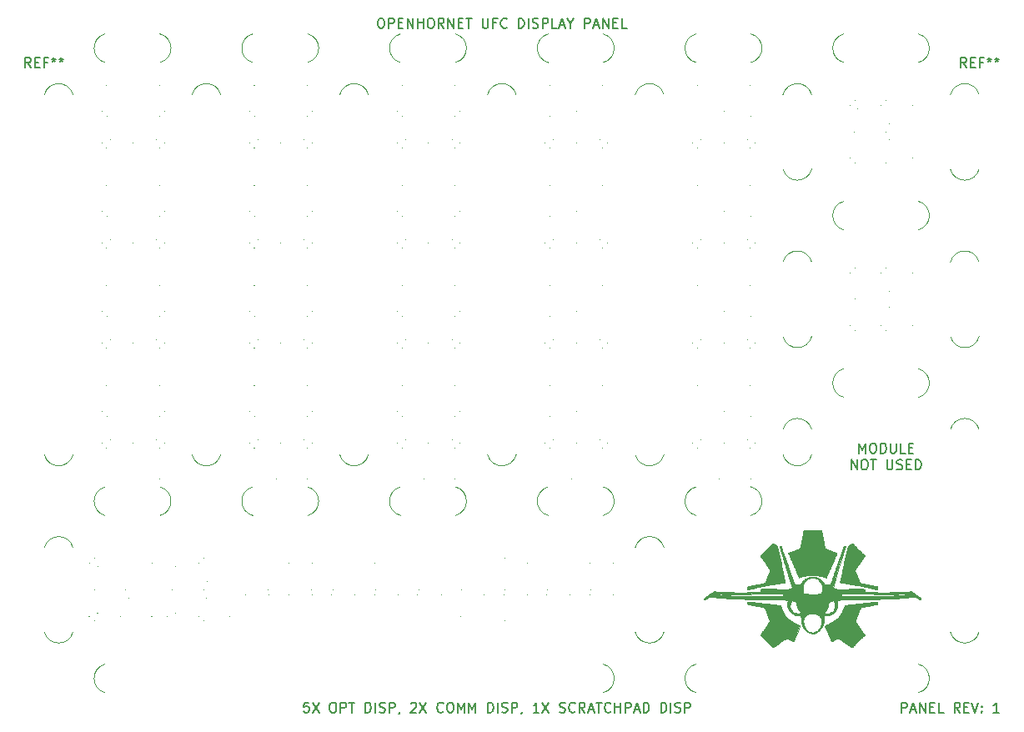
<source format=gbr>
G04 #@! TF.GenerationSoftware,KiCad,Pcbnew,(5.1.4)-1*
G04 #@! TF.CreationDate,2020-11-25T12:07:16-08:00*
G04 #@! TF.ProjectId,ufc_v4_displays_panel,7566635f-7634-45f6-9469-73706c617973,rev?*
G04 #@! TF.SameCoordinates,Original*
G04 #@! TF.FileFunction,Legend,Top*
G04 #@! TF.FilePolarity,Positive*
%FSLAX46Y46*%
G04 Gerber Fmt 4.6, Leading zero omitted, Abs format (unit mm)*
G04 Created by KiCad (PCBNEW (5.1.4)-1) date 2020-11-25 12:07:16*
%MOMM*%
%LPD*%
G04 APERTURE LIST*
%ADD10C,0.150000*%
%ADD11C,0.010000*%
%ADD12C,0.100000*%
%ADD13C,0.120000*%
G04 APERTURE END LIST*
D10*
X138399404Y-75669380D02*
X138399404Y-74669380D01*
X138732738Y-75383666D01*
X139066071Y-74669380D01*
X139066071Y-75669380D01*
X139732738Y-74669380D02*
X139923214Y-74669380D01*
X140018452Y-74717000D01*
X140113690Y-74812238D01*
X140161309Y-75002714D01*
X140161309Y-75336047D01*
X140113690Y-75526523D01*
X140018452Y-75621761D01*
X139923214Y-75669380D01*
X139732738Y-75669380D01*
X139637500Y-75621761D01*
X139542261Y-75526523D01*
X139494642Y-75336047D01*
X139494642Y-75002714D01*
X139542261Y-74812238D01*
X139637500Y-74717000D01*
X139732738Y-74669380D01*
X140589880Y-75669380D02*
X140589880Y-74669380D01*
X140827976Y-74669380D01*
X140970833Y-74717000D01*
X141066071Y-74812238D01*
X141113690Y-74907476D01*
X141161309Y-75097952D01*
X141161309Y-75240809D01*
X141113690Y-75431285D01*
X141066071Y-75526523D01*
X140970833Y-75621761D01*
X140827976Y-75669380D01*
X140589880Y-75669380D01*
X141589880Y-74669380D02*
X141589880Y-75478904D01*
X141637500Y-75574142D01*
X141685119Y-75621761D01*
X141780357Y-75669380D01*
X141970833Y-75669380D01*
X142066071Y-75621761D01*
X142113690Y-75574142D01*
X142161309Y-75478904D01*
X142161309Y-74669380D01*
X143113690Y-75669380D02*
X142637500Y-75669380D01*
X142637500Y-74669380D01*
X143447023Y-75145571D02*
X143780357Y-75145571D01*
X143923214Y-75669380D02*
X143447023Y-75669380D01*
X143447023Y-74669380D01*
X143923214Y-74669380D01*
X137613690Y-77319380D02*
X137613690Y-76319380D01*
X138185119Y-77319380D01*
X138185119Y-76319380D01*
X138851785Y-76319380D02*
X139042261Y-76319380D01*
X139137500Y-76367000D01*
X139232738Y-76462238D01*
X139280357Y-76652714D01*
X139280357Y-76986047D01*
X139232738Y-77176523D01*
X139137500Y-77271761D01*
X139042261Y-77319380D01*
X138851785Y-77319380D01*
X138756547Y-77271761D01*
X138661309Y-77176523D01*
X138613690Y-76986047D01*
X138613690Y-76652714D01*
X138661309Y-76462238D01*
X138756547Y-76367000D01*
X138851785Y-76319380D01*
X139566071Y-76319380D02*
X140137500Y-76319380D01*
X139851785Y-77319380D02*
X139851785Y-76319380D01*
X141232738Y-76319380D02*
X141232738Y-77128904D01*
X141280357Y-77224142D01*
X141327976Y-77271761D01*
X141423214Y-77319380D01*
X141613690Y-77319380D01*
X141708928Y-77271761D01*
X141756547Y-77224142D01*
X141804166Y-77128904D01*
X141804166Y-76319380D01*
X142232738Y-77271761D02*
X142375595Y-77319380D01*
X142613690Y-77319380D01*
X142708928Y-77271761D01*
X142756547Y-77224142D01*
X142804166Y-77128904D01*
X142804166Y-77033666D01*
X142756547Y-76938428D01*
X142708928Y-76890809D01*
X142613690Y-76843190D01*
X142423214Y-76795571D01*
X142327976Y-76747952D01*
X142280357Y-76700333D01*
X142232738Y-76605095D01*
X142232738Y-76509857D01*
X142280357Y-76414619D01*
X142327976Y-76367000D01*
X142423214Y-76319380D01*
X142661309Y-76319380D01*
X142804166Y-76367000D01*
X143232738Y-76795571D02*
X143566071Y-76795571D01*
X143708928Y-77319380D02*
X143232738Y-77319380D01*
X143232738Y-76319380D01*
X143708928Y-76319380D01*
X144137500Y-77319380D02*
X144137500Y-76319380D01*
X144375595Y-76319380D01*
X144518452Y-76367000D01*
X144613690Y-76462238D01*
X144661309Y-76557476D01*
X144708928Y-76747952D01*
X144708928Y-76890809D01*
X144661309Y-77081285D01*
X144613690Y-77176523D01*
X144518452Y-77271761D01*
X144375595Y-77319380D01*
X144137500Y-77319380D01*
X142708928Y-101994380D02*
X142708928Y-100994380D01*
X143089880Y-100994380D01*
X143185119Y-101042000D01*
X143232738Y-101089619D01*
X143280357Y-101184857D01*
X143280357Y-101327714D01*
X143232738Y-101422952D01*
X143185119Y-101470571D01*
X143089880Y-101518190D01*
X142708928Y-101518190D01*
X143661309Y-101708666D02*
X144137500Y-101708666D01*
X143566071Y-101994380D02*
X143899404Y-100994380D01*
X144232738Y-101994380D01*
X144566071Y-101994380D02*
X144566071Y-100994380D01*
X145137500Y-101994380D01*
X145137500Y-100994380D01*
X145613690Y-101470571D02*
X145947023Y-101470571D01*
X146089880Y-101994380D02*
X145613690Y-101994380D01*
X145613690Y-100994380D01*
X146089880Y-100994380D01*
X146994642Y-101994380D02*
X146518452Y-101994380D01*
X146518452Y-100994380D01*
X148661309Y-101994380D02*
X148327976Y-101518190D01*
X148089880Y-101994380D02*
X148089880Y-100994380D01*
X148470833Y-100994380D01*
X148566071Y-101042000D01*
X148613690Y-101089619D01*
X148661309Y-101184857D01*
X148661309Y-101327714D01*
X148613690Y-101422952D01*
X148566071Y-101470571D01*
X148470833Y-101518190D01*
X148089880Y-101518190D01*
X149089880Y-101470571D02*
X149423214Y-101470571D01*
X149566071Y-101994380D02*
X149089880Y-101994380D01*
X149089880Y-100994380D01*
X149566071Y-100994380D01*
X149851785Y-100994380D02*
X150185119Y-101994380D01*
X150518452Y-100994380D01*
X150851785Y-101899142D02*
X150899404Y-101946761D01*
X150851785Y-101994380D01*
X150804166Y-101946761D01*
X150851785Y-101899142D01*
X150851785Y-101994380D01*
X150851785Y-101375333D02*
X150899404Y-101422952D01*
X150851785Y-101470571D01*
X150804166Y-101422952D01*
X150851785Y-101375333D01*
X150851785Y-101470571D01*
X152613690Y-101994380D02*
X152042261Y-101994380D01*
X152327976Y-101994380D02*
X152327976Y-100994380D01*
X152232738Y-101137238D01*
X152137500Y-101232476D01*
X152042261Y-101280095D01*
X82518452Y-100994380D02*
X82042261Y-100994380D01*
X81994642Y-101470571D01*
X82042261Y-101422952D01*
X82137500Y-101375333D01*
X82375595Y-101375333D01*
X82470833Y-101422952D01*
X82518452Y-101470571D01*
X82566071Y-101565809D01*
X82566071Y-101803904D01*
X82518452Y-101899142D01*
X82470833Y-101946761D01*
X82375595Y-101994380D01*
X82137500Y-101994380D01*
X82042261Y-101946761D01*
X81994642Y-101899142D01*
X82899404Y-100994380D02*
X83566071Y-101994380D01*
X83566071Y-100994380D02*
X82899404Y-101994380D01*
X84899404Y-100994380D02*
X85089880Y-100994380D01*
X85185119Y-101042000D01*
X85280357Y-101137238D01*
X85327976Y-101327714D01*
X85327976Y-101661047D01*
X85280357Y-101851523D01*
X85185119Y-101946761D01*
X85089880Y-101994380D01*
X84899404Y-101994380D01*
X84804166Y-101946761D01*
X84708928Y-101851523D01*
X84661309Y-101661047D01*
X84661309Y-101327714D01*
X84708928Y-101137238D01*
X84804166Y-101042000D01*
X84899404Y-100994380D01*
X85756547Y-101994380D02*
X85756547Y-100994380D01*
X86137500Y-100994380D01*
X86232738Y-101042000D01*
X86280357Y-101089619D01*
X86327976Y-101184857D01*
X86327976Y-101327714D01*
X86280357Y-101422952D01*
X86232738Y-101470571D01*
X86137500Y-101518190D01*
X85756547Y-101518190D01*
X86613690Y-100994380D02*
X87185119Y-100994380D01*
X86899404Y-101994380D02*
X86899404Y-100994380D01*
X88280357Y-101994380D02*
X88280357Y-100994380D01*
X88518452Y-100994380D01*
X88661309Y-101042000D01*
X88756547Y-101137238D01*
X88804166Y-101232476D01*
X88851785Y-101422952D01*
X88851785Y-101565809D01*
X88804166Y-101756285D01*
X88756547Y-101851523D01*
X88661309Y-101946761D01*
X88518452Y-101994380D01*
X88280357Y-101994380D01*
X89280357Y-101994380D02*
X89280357Y-100994380D01*
X89708928Y-101946761D02*
X89851785Y-101994380D01*
X90089880Y-101994380D01*
X90185119Y-101946761D01*
X90232738Y-101899142D01*
X90280357Y-101803904D01*
X90280357Y-101708666D01*
X90232738Y-101613428D01*
X90185119Y-101565809D01*
X90089880Y-101518190D01*
X89899404Y-101470571D01*
X89804166Y-101422952D01*
X89756547Y-101375333D01*
X89708928Y-101280095D01*
X89708928Y-101184857D01*
X89756547Y-101089619D01*
X89804166Y-101042000D01*
X89899404Y-100994380D01*
X90137500Y-100994380D01*
X90280357Y-101042000D01*
X90708928Y-101994380D02*
X90708928Y-100994380D01*
X91089880Y-100994380D01*
X91185119Y-101042000D01*
X91232738Y-101089619D01*
X91280357Y-101184857D01*
X91280357Y-101327714D01*
X91232738Y-101422952D01*
X91185119Y-101470571D01*
X91089880Y-101518190D01*
X90708928Y-101518190D01*
X91756547Y-101946761D02*
X91756547Y-101994380D01*
X91708928Y-102089619D01*
X91661309Y-102137238D01*
X92899404Y-101089619D02*
X92947023Y-101042000D01*
X93042261Y-100994380D01*
X93280357Y-100994380D01*
X93375595Y-101042000D01*
X93423214Y-101089619D01*
X93470833Y-101184857D01*
X93470833Y-101280095D01*
X93423214Y-101422952D01*
X92851785Y-101994380D01*
X93470833Y-101994380D01*
X93804166Y-100994380D02*
X94470833Y-101994380D01*
X94470833Y-100994380D02*
X93804166Y-101994380D01*
X96185119Y-101899142D02*
X96137500Y-101946761D01*
X95994642Y-101994380D01*
X95899404Y-101994380D01*
X95756547Y-101946761D01*
X95661309Y-101851523D01*
X95613690Y-101756285D01*
X95566071Y-101565809D01*
X95566071Y-101422952D01*
X95613690Y-101232476D01*
X95661309Y-101137238D01*
X95756547Y-101042000D01*
X95899404Y-100994380D01*
X95994642Y-100994380D01*
X96137500Y-101042000D01*
X96185119Y-101089619D01*
X96804166Y-100994380D02*
X96994642Y-100994380D01*
X97089880Y-101042000D01*
X97185119Y-101137238D01*
X97232738Y-101327714D01*
X97232738Y-101661047D01*
X97185119Y-101851523D01*
X97089880Y-101946761D01*
X96994642Y-101994380D01*
X96804166Y-101994380D01*
X96708928Y-101946761D01*
X96613690Y-101851523D01*
X96566071Y-101661047D01*
X96566071Y-101327714D01*
X96613690Y-101137238D01*
X96708928Y-101042000D01*
X96804166Y-100994380D01*
X97661309Y-101994380D02*
X97661309Y-100994380D01*
X97994642Y-101708666D01*
X98327976Y-100994380D01*
X98327976Y-101994380D01*
X98804166Y-101994380D02*
X98804166Y-100994380D01*
X99137500Y-101708666D01*
X99470833Y-100994380D01*
X99470833Y-101994380D01*
X100708928Y-101994380D02*
X100708928Y-100994380D01*
X100947023Y-100994380D01*
X101089880Y-101042000D01*
X101185119Y-101137238D01*
X101232738Y-101232476D01*
X101280357Y-101422952D01*
X101280357Y-101565809D01*
X101232738Y-101756285D01*
X101185119Y-101851523D01*
X101089880Y-101946761D01*
X100947023Y-101994380D01*
X100708928Y-101994380D01*
X101708928Y-101994380D02*
X101708928Y-100994380D01*
X102137500Y-101946761D02*
X102280357Y-101994380D01*
X102518452Y-101994380D01*
X102613690Y-101946761D01*
X102661309Y-101899142D01*
X102708928Y-101803904D01*
X102708928Y-101708666D01*
X102661309Y-101613428D01*
X102613690Y-101565809D01*
X102518452Y-101518190D01*
X102327976Y-101470571D01*
X102232738Y-101422952D01*
X102185119Y-101375333D01*
X102137500Y-101280095D01*
X102137500Y-101184857D01*
X102185119Y-101089619D01*
X102232738Y-101042000D01*
X102327976Y-100994380D01*
X102566071Y-100994380D01*
X102708928Y-101042000D01*
X103137500Y-101994380D02*
X103137500Y-100994380D01*
X103518452Y-100994380D01*
X103613690Y-101042000D01*
X103661309Y-101089619D01*
X103708928Y-101184857D01*
X103708928Y-101327714D01*
X103661309Y-101422952D01*
X103613690Y-101470571D01*
X103518452Y-101518190D01*
X103137500Y-101518190D01*
X104185119Y-101946761D02*
X104185119Y-101994380D01*
X104137500Y-102089619D01*
X104089880Y-102137238D01*
X105899404Y-101994380D02*
X105327976Y-101994380D01*
X105613690Y-101994380D02*
X105613690Y-100994380D01*
X105518452Y-101137238D01*
X105423214Y-101232476D01*
X105327976Y-101280095D01*
X106232738Y-100994380D02*
X106899404Y-101994380D01*
X106899404Y-100994380D02*
X106232738Y-101994380D01*
X107994642Y-101946761D02*
X108137500Y-101994380D01*
X108375595Y-101994380D01*
X108470833Y-101946761D01*
X108518452Y-101899142D01*
X108566071Y-101803904D01*
X108566071Y-101708666D01*
X108518452Y-101613428D01*
X108470833Y-101565809D01*
X108375595Y-101518190D01*
X108185119Y-101470571D01*
X108089880Y-101422952D01*
X108042261Y-101375333D01*
X107994642Y-101280095D01*
X107994642Y-101184857D01*
X108042261Y-101089619D01*
X108089880Y-101042000D01*
X108185119Y-100994380D01*
X108423214Y-100994380D01*
X108566071Y-101042000D01*
X109566071Y-101899142D02*
X109518452Y-101946761D01*
X109375595Y-101994380D01*
X109280357Y-101994380D01*
X109137500Y-101946761D01*
X109042261Y-101851523D01*
X108994642Y-101756285D01*
X108947023Y-101565809D01*
X108947023Y-101422952D01*
X108994642Y-101232476D01*
X109042261Y-101137238D01*
X109137500Y-101042000D01*
X109280357Y-100994380D01*
X109375595Y-100994380D01*
X109518452Y-101042000D01*
X109566071Y-101089619D01*
X110566071Y-101994380D02*
X110232738Y-101518190D01*
X109994642Y-101994380D02*
X109994642Y-100994380D01*
X110375595Y-100994380D01*
X110470833Y-101042000D01*
X110518452Y-101089619D01*
X110566071Y-101184857D01*
X110566071Y-101327714D01*
X110518452Y-101422952D01*
X110470833Y-101470571D01*
X110375595Y-101518190D01*
X109994642Y-101518190D01*
X110947023Y-101708666D02*
X111423214Y-101708666D01*
X110851785Y-101994380D02*
X111185119Y-100994380D01*
X111518452Y-101994380D01*
X111708928Y-100994380D02*
X112280357Y-100994380D01*
X111994642Y-101994380D02*
X111994642Y-100994380D01*
X113185119Y-101899142D02*
X113137500Y-101946761D01*
X112994642Y-101994380D01*
X112899404Y-101994380D01*
X112756547Y-101946761D01*
X112661309Y-101851523D01*
X112613690Y-101756285D01*
X112566071Y-101565809D01*
X112566071Y-101422952D01*
X112613690Y-101232476D01*
X112661309Y-101137238D01*
X112756547Y-101042000D01*
X112899404Y-100994380D01*
X112994642Y-100994380D01*
X113137500Y-101042000D01*
X113185119Y-101089619D01*
X113613690Y-101994380D02*
X113613690Y-100994380D01*
X113613690Y-101470571D02*
X114185119Y-101470571D01*
X114185119Y-101994380D02*
X114185119Y-100994380D01*
X114661309Y-101994380D02*
X114661309Y-100994380D01*
X115042261Y-100994380D01*
X115137500Y-101042000D01*
X115185119Y-101089619D01*
X115232738Y-101184857D01*
X115232738Y-101327714D01*
X115185119Y-101422952D01*
X115137500Y-101470571D01*
X115042261Y-101518190D01*
X114661309Y-101518190D01*
X115613690Y-101708666D02*
X116089880Y-101708666D01*
X115518452Y-101994380D02*
X115851785Y-100994380D01*
X116185119Y-101994380D01*
X116518452Y-101994380D02*
X116518452Y-100994380D01*
X116756547Y-100994380D01*
X116899404Y-101042000D01*
X116994642Y-101137238D01*
X117042261Y-101232476D01*
X117089880Y-101422952D01*
X117089880Y-101565809D01*
X117042261Y-101756285D01*
X116994642Y-101851523D01*
X116899404Y-101946761D01*
X116756547Y-101994380D01*
X116518452Y-101994380D01*
X118280357Y-101994380D02*
X118280357Y-100994380D01*
X118518452Y-100994380D01*
X118661309Y-101042000D01*
X118756547Y-101137238D01*
X118804166Y-101232476D01*
X118851785Y-101422952D01*
X118851785Y-101565809D01*
X118804166Y-101756285D01*
X118756547Y-101851523D01*
X118661309Y-101946761D01*
X118518452Y-101994380D01*
X118280357Y-101994380D01*
X119280357Y-101994380D02*
X119280357Y-100994380D01*
X119708928Y-101946761D02*
X119851785Y-101994380D01*
X120089880Y-101994380D01*
X120185119Y-101946761D01*
X120232738Y-101899142D01*
X120280357Y-101803904D01*
X120280357Y-101708666D01*
X120232738Y-101613428D01*
X120185119Y-101565809D01*
X120089880Y-101518190D01*
X119899404Y-101470571D01*
X119804166Y-101422952D01*
X119756547Y-101375333D01*
X119708928Y-101280095D01*
X119708928Y-101184857D01*
X119756547Y-101089619D01*
X119804166Y-101042000D01*
X119899404Y-100994380D01*
X120137500Y-100994380D01*
X120280357Y-101042000D01*
X120708928Y-101994380D02*
X120708928Y-100994380D01*
X121089880Y-100994380D01*
X121185119Y-101042000D01*
X121232738Y-101089619D01*
X121280357Y-101184857D01*
X121280357Y-101327714D01*
X121232738Y-101422952D01*
X121185119Y-101470571D01*
X121089880Y-101518190D01*
X120708928Y-101518190D01*
X89780357Y-31494380D02*
X89970833Y-31494380D01*
X90066071Y-31542000D01*
X90161309Y-31637238D01*
X90208928Y-31827714D01*
X90208928Y-32161047D01*
X90161309Y-32351523D01*
X90066071Y-32446761D01*
X89970833Y-32494380D01*
X89780357Y-32494380D01*
X89685119Y-32446761D01*
X89589880Y-32351523D01*
X89542261Y-32161047D01*
X89542261Y-31827714D01*
X89589880Y-31637238D01*
X89685119Y-31542000D01*
X89780357Y-31494380D01*
X90637500Y-32494380D02*
X90637500Y-31494380D01*
X91018452Y-31494380D01*
X91113690Y-31542000D01*
X91161309Y-31589619D01*
X91208928Y-31684857D01*
X91208928Y-31827714D01*
X91161309Y-31922952D01*
X91113690Y-31970571D01*
X91018452Y-32018190D01*
X90637500Y-32018190D01*
X91637500Y-31970571D02*
X91970833Y-31970571D01*
X92113690Y-32494380D02*
X91637500Y-32494380D01*
X91637500Y-31494380D01*
X92113690Y-31494380D01*
X92542261Y-32494380D02*
X92542261Y-31494380D01*
X93113690Y-32494380D01*
X93113690Y-31494380D01*
X93589880Y-32494380D02*
X93589880Y-31494380D01*
X93589880Y-31970571D02*
X94161309Y-31970571D01*
X94161309Y-32494380D02*
X94161309Y-31494380D01*
X94827976Y-31494380D02*
X95018452Y-31494380D01*
X95113690Y-31542000D01*
X95208928Y-31637238D01*
X95256547Y-31827714D01*
X95256547Y-32161047D01*
X95208928Y-32351523D01*
X95113690Y-32446761D01*
X95018452Y-32494380D01*
X94827976Y-32494380D01*
X94732738Y-32446761D01*
X94637500Y-32351523D01*
X94589880Y-32161047D01*
X94589880Y-31827714D01*
X94637500Y-31637238D01*
X94732738Y-31542000D01*
X94827976Y-31494380D01*
X96256547Y-32494380D02*
X95923214Y-32018190D01*
X95685119Y-32494380D02*
X95685119Y-31494380D01*
X96066071Y-31494380D01*
X96161309Y-31542000D01*
X96208928Y-31589619D01*
X96256547Y-31684857D01*
X96256547Y-31827714D01*
X96208928Y-31922952D01*
X96161309Y-31970571D01*
X96066071Y-32018190D01*
X95685119Y-32018190D01*
X96685119Y-32494380D02*
X96685119Y-31494380D01*
X97256547Y-32494380D01*
X97256547Y-31494380D01*
X97732738Y-31970571D02*
X98066071Y-31970571D01*
X98208928Y-32494380D02*
X97732738Y-32494380D01*
X97732738Y-31494380D01*
X98208928Y-31494380D01*
X98494642Y-31494380D02*
X99066071Y-31494380D01*
X98780357Y-32494380D02*
X98780357Y-31494380D01*
X100161309Y-31494380D02*
X100161309Y-32303904D01*
X100208928Y-32399142D01*
X100256547Y-32446761D01*
X100351785Y-32494380D01*
X100542261Y-32494380D01*
X100637500Y-32446761D01*
X100685119Y-32399142D01*
X100732738Y-32303904D01*
X100732738Y-31494380D01*
X101542261Y-31970571D02*
X101208928Y-31970571D01*
X101208928Y-32494380D02*
X101208928Y-31494380D01*
X101685119Y-31494380D01*
X102637500Y-32399142D02*
X102589880Y-32446761D01*
X102447023Y-32494380D01*
X102351785Y-32494380D01*
X102208928Y-32446761D01*
X102113690Y-32351523D01*
X102066071Y-32256285D01*
X102018452Y-32065809D01*
X102018452Y-31922952D01*
X102066071Y-31732476D01*
X102113690Y-31637238D01*
X102208928Y-31542000D01*
X102351785Y-31494380D01*
X102447023Y-31494380D01*
X102589880Y-31542000D01*
X102637500Y-31589619D01*
X103827976Y-32494380D02*
X103827976Y-31494380D01*
X104066071Y-31494380D01*
X104208928Y-31542000D01*
X104304166Y-31637238D01*
X104351785Y-31732476D01*
X104399404Y-31922952D01*
X104399404Y-32065809D01*
X104351785Y-32256285D01*
X104304166Y-32351523D01*
X104208928Y-32446761D01*
X104066071Y-32494380D01*
X103827976Y-32494380D01*
X104827976Y-32494380D02*
X104827976Y-31494380D01*
X105256547Y-32446761D02*
X105399404Y-32494380D01*
X105637500Y-32494380D01*
X105732738Y-32446761D01*
X105780357Y-32399142D01*
X105827976Y-32303904D01*
X105827976Y-32208666D01*
X105780357Y-32113428D01*
X105732738Y-32065809D01*
X105637500Y-32018190D01*
X105447023Y-31970571D01*
X105351785Y-31922952D01*
X105304166Y-31875333D01*
X105256547Y-31780095D01*
X105256547Y-31684857D01*
X105304166Y-31589619D01*
X105351785Y-31542000D01*
X105447023Y-31494380D01*
X105685119Y-31494380D01*
X105827976Y-31542000D01*
X106256547Y-32494380D02*
X106256547Y-31494380D01*
X106637500Y-31494380D01*
X106732738Y-31542000D01*
X106780357Y-31589619D01*
X106827976Y-31684857D01*
X106827976Y-31827714D01*
X106780357Y-31922952D01*
X106732738Y-31970571D01*
X106637500Y-32018190D01*
X106256547Y-32018190D01*
X107732738Y-32494380D02*
X107256547Y-32494380D01*
X107256547Y-31494380D01*
X108018452Y-32208666D02*
X108494642Y-32208666D01*
X107923214Y-32494380D02*
X108256547Y-31494380D01*
X108589880Y-32494380D01*
X109113690Y-32018190D02*
X109113690Y-32494380D01*
X108780357Y-31494380D02*
X109113690Y-32018190D01*
X109447023Y-31494380D01*
X110542261Y-32494380D02*
X110542261Y-31494380D01*
X110923214Y-31494380D01*
X111018452Y-31542000D01*
X111066071Y-31589619D01*
X111113690Y-31684857D01*
X111113690Y-31827714D01*
X111066071Y-31922952D01*
X111018452Y-31970571D01*
X110923214Y-32018190D01*
X110542261Y-32018190D01*
X111494642Y-32208666D02*
X111970833Y-32208666D01*
X111399404Y-32494380D02*
X111732738Y-31494380D01*
X112066071Y-32494380D01*
X112399404Y-32494380D02*
X112399404Y-31494380D01*
X112970833Y-32494380D01*
X112970833Y-31494380D01*
X113447023Y-31970571D02*
X113780357Y-31970571D01*
X113923214Y-32494380D02*
X113447023Y-32494380D01*
X113447023Y-31494380D01*
X113923214Y-31494380D01*
X114827976Y-32494380D02*
X114351785Y-32494380D01*
X114351785Y-31494380D01*
D11*
G36*
X133630761Y-83498400D02*
G01*
X133672123Y-83498400D01*
X133811789Y-83498417D01*
X133935513Y-83498478D01*
X134044287Y-83498600D01*
X134139101Y-83498799D01*
X134220947Y-83499091D01*
X134290816Y-83499491D01*
X134349700Y-83500015D01*
X134398590Y-83500680D01*
X134438477Y-83501501D01*
X134470353Y-83502494D01*
X134495209Y-83503676D01*
X134514036Y-83505062D01*
X134527826Y-83506668D01*
X134537570Y-83508510D01*
X134544259Y-83510604D01*
X134548122Y-83512499D01*
X134568079Y-83528755D01*
X134581056Y-83546495D01*
X134583840Y-83557446D01*
X134589480Y-83583905D01*
X134597757Y-83624731D01*
X134608451Y-83678779D01*
X134621341Y-83744908D01*
X134636207Y-83821974D01*
X134652831Y-83908835D01*
X134670993Y-84004348D01*
X134690471Y-84107370D01*
X134711047Y-84216758D01*
X134732501Y-84331369D01*
X134747063Y-84409476D01*
X134769011Y-84526985D01*
X134790274Y-84640070D01*
X134810631Y-84747585D01*
X134829855Y-84848381D01*
X134847726Y-84941312D01*
X134864018Y-85025228D01*
X134878507Y-85098983D01*
X134890972Y-85161428D01*
X134901187Y-85211417D01*
X134908929Y-85247802D01*
X134913975Y-85269434D01*
X134915714Y-85275062D01*
X134931115Y-85297948D01*
X134947279Y-85315735D01*
X134957302Y-85321051D01*
X134981508Y-85332133D01*
X135018399Y-85348358D01*
X135066474Y-85369106D01*
X135124234Y-85393755D01*
X135190182Y-85421681D01*
X135262816Y-85452264D01*
X135340639Y-85484882D01*
X135422151Y-85518912D01*
X135505853Y-85553734D01*
X135590246Y-85588724D01*
X135673830Y-85623261D01*
X135755107Y-85656724D01*
X135832577Y-85688489D01*
X135904741Y-85717936D01*
X135970101Y-85744443D01*
X136027156Y-85767387D01*
X136074408Y-85786147D01*
X136110358Y-85800101D01*
X136133506Y-85808627D01*
X136141232Y-85811020D01*
X136142041Y-85813897D01*
X136140284Y-85822093D01*
X136135690Y-85836231D01*
X136127985Y-85856938D01*
X136116900Y-85884837D01*
X136102163Y-85920553D01*
X136083501Y-85964711D01*
X136060644Y-86017936D01*
X136033321Y-86080851D01*
X136001258Y-86154083D01*
X135964186Y-86238254D01*
X135921832Y-86333991D01*
X135873925Y-86441917D01*
X135820194Y-86562657D01*
X135760366Y-86696836D01*
X135694171Y-86845079D01*
X135621337Y-87008010D01*
X135606268Y-87041699D01*
X135545107Y-87178406D01*
X135485766Y-87310991D01*
X135428617Y-87438622D01*
X135374034Y-87560468D01*
X135322391Y-87675695D01*
X135274062Y-87783473D01*
X135229420Y-87882968D01*
X135188838Y-87973350D01*
X135152690Y-88053785D01*
X135121349Y-88123443D01*
X135095190Y-88181490D01*
X135074585Y-88227095D01*
X135059908Y-88259426D01*
X135051533Y-88277651D01*
X135049663Y-88281511D01*
X135044404Y-88285582D01*
X135033851Y-88286412D01*
X135015613Y-88283550D01*
X134987297Y-88276544D01*
X134946509Y-88264945D01*
X134919994Y-88257073D01*
X134798308Y-88222194D01*
X134667916Y-88187617D01*
X134533063Y-88154327D01*
X134397998Y-88123307D01*
X134266967Y-88095540D01*
X134144217Y-88072009D01*
X134056967Y-88057232D01*
X134006150Y-88051022D01*
X133941818Y-88045943D01*
X133867354Y-88042036D01*
X133786139Y-88039342D01*
X133701558Y-88037903D01*
X133616993Y-88037759D01*
X133535826Y-88038953D01*
X133461441Y-88041525D01*
X133397220Y-88045517D01*
X133363682Y-88048758D01*
X133266663Y-88061926D01*
X133157061Y-88080259D01*
X133038170Y-88103037D01*
X132913281Y-88129537D01*
X132785690Y-88159036D01*
X132658689Y-88190814D01*
X132535572Y-88224148D01*
X132450081Y-88249038D01*
X132404309Y-88262694D01*
X132364242Y-88274430D01*
X132332663Y-88283447D01*
X132312355Y-88288950D01*
X132306148Y-88290289D01*
X132302151Y-88282636D01*
X132291760Y-88260282D01*
X132275338Y-88224052D01*
X132253250Y-88174772D01*
X132225860Y-88113267D01*
X132193531Y-88040362D01*
X132156628Y-87956882D01*
X132115515Y-87863652D01*
X132070556Y-87761498D01*
X132022115Y-87651245D01*
X131970556Y-87533717D01*
X131916242Y-87409741D01*
X131859539Y-87280142D01*
X131800810Y-87145744D01*
X131762500Y-87057985D01*
X131702656Y-86920814D01*
X131644653Y-86787802D01*
X131588853Y-86659784D01*
X131535619Y-86537592D01*
X131485313Y-86422060D01*
X131438297Y-86314021D01*
X131394933Y-86214310D01*
X131355584Y-86123759D01*
X131320611Y-86043201D01*
X131290377Y-85973471D01*
X131265245Y-85915402D01*
X131245575Y-85869827D01*
X131231732Y-85837579D01*
X131224076Y-85819492D01*
X131222594Y-85815746D01*
X131229886Y-85810644D01*
X131252176Y-85799596D01*
X131288728Y-85782918D01*
X131338807Y-85760926D01*
X131401676Y-85733934D01*
X131476601Y-85702258D01*
X131562844Y-85666214D01*
X131659672Y-85626115D01*
X131766347Y-85582279D01*
X131789570Y-85572775D01*
X131883322Y-85534344D01*
X131972960Y-85497424D01*
X132057175Y-85462563D01*
X132134659Y-85430311D01*
X132204105Y-85401219D01*
X132264205Y-85375835D01*
X132313651Y-85354710D01*
X132351134Y-85338393D01*
X132375347Y-85327433D01*
X132384510Y-85322746D01*
X132406186Y-85302933D01*
X132424171Y-85278056D01*
X132425184Y-85276137D01*
X132429129Y-85263086D01*
X132435909Y-85234160D01*
X132445370Y-85190152D01*
X132457356Y-85131854D01*
X132471711Y-85060059D01*
X132488281Y-84975559D01*
X132506909Y-84879146D01*
X132527440Y-84771613D01*
X132549719Y-84653753D01*
X132573591Y-84526357D01*
X132596856Y-84401246D01*
X132618687Y-84283728D01*
X132639780Y-84170747D01*
X132659918Y-84063437D01*
X132678882Y-83962932D01*
X132696456Y-83870366D01*
X132712422Y-83786873D01*
X132726562Y-83713589D01*
X132738658Y-83651646D01*
X132748495Y-83602180D01*
X132755853Y-83566324D01*
X132760515Y-83545213D01*
X132762039Y-83539851D01*
X132765498Y-83533227D01*
X132769022Y-83527348D01*
X132773586Y-83522171D01*
X132780167Y-83517650D01*
X132789741Y-83513742D01*
X132803285Y-83510401D01*
X132821774Y-83507583D01*
X132846185Y-83505243D01*
X132877494Y-83503339D01*
X132916677Y-83501823D01*
X132964711Y-83500654D01*
X133022571Y-83499785D01*
X133091234Y-83499172D01*
X133171677Y-83498771D01*
X133264874Y-83498538D01*
X133371803Y-83498428D01*
X133493440Y-83498397D01*
X133630761Y-83498400D01*
X133630761Y-83498400D01*
G37*
X133630761Y-83498400D02*
X133672123Y-83498400D01*
X133811789Y-83498417D01*
X133935513Y-83498478D01*
X134044287Y-83498600D01*
X134139101Y-83498799D01*
X134220947Y-83499091D01*
X134290816Y-83499491D01*
X134349700Y-83500015D01*
X134398590Y-83500680D01*
X134438477Y-83501501D01*
X134470353Y-83502494D01*
X134495209Y-83503676D01*
X134514036Y-83505062D01*
X134527826Y-83506668D01*
X134537570Y-83508510D01*
X134544259Y-83510604D01*
X134548122Y-83512499D01*
X134568079Y-83528755D01*
X134581056Y-83546495D01*
X134583840Y-83557446D01*
X134589480Y-83583905D01*
X134597757Y-83624731D01*
X134608451Y-83678779D01*
X134621341Y-83744908D01*
X134636207Y-83821974D01*
X134652831Y-83908835D01*
X134670993Y-84004348D01*
X134690471Y-84107370D01*
X134711047Y-84216758D01*
X134732501Y-84331369D01*
X134747063Y-84409476D01*
X134769011Y-84526985D01*
X134790274Y-84640070D01*
X134810631Y-84747585D01*
X134829855Y-84848381D01*
X134847726Y-84941312D01*
X134864018Y-85025228D01*
X134878507Y-85098983D01*
X134890972Y-85161428D01*
X134901187Y-85211417D01*
X134908929Y-85247802D01*
X134913975Y-85269434D01*
X134915714Y-85275062D01*
X134931115Y-85297948D01*
X134947279Y-85315735D01*
X134957302Y-85321051D01*
X134981508Y-85332133D01*
X135018399Y-85348358D01*
X135066474Y-85369106D01*
X135124234Y-85393755D01*
X135190182Y-85421681D01*
X135262816Y-85452264D01*
X135340639Y-85484882D01*
X135422151Y-85518912D01*
X135505853Y-85553734D01*
X135590246Y-85588724D01*
X135673830Y-85623261D01*
X135755107Y-85656724D01*
X135832577Y-85688489D01*
X135904741Y-85717936D01*
X135970101Y-85744443D01*
X136027156Y-85767387D01*
X136074408Y-85786147D01*
X136110358Y-85800101D01*
X136133506Y-85808627D01*
X136141232Y-85811020D01*
X136142041Y-85813897D01*
X136140284Y-85822093D01*
X136135690Y-85836231D01*
X136127985Y-85856938D01*
X136116900Y-85884837D01*
X136102163Y-85920553D01*
X136083501Y-85964711D01*
X136060644Y-86017936D01*
X136033321Y-86080851D01*
X136001258Y-86154083D01*
X135964186Y-86238254D01*
X135921832Y-86333991D01*
X135873925Y-86441917D01*
X135820194Y-86562657D01*
X135760366Y-86696836D01*
X135694171Y-86845079D01*
X135621337Y-87008010D01*
X135606268Y-87041699D01*
X135545107Y-87178406D01*
X135485766Y-87310991D01*
X135428617Y-87438622D01*
X135374034Y-87560468D01*
X135322391Y-87675695D01*
X135274062Y-87783473D01*
X135229420Y-87882968D01*
X135188838Y-87973350D01*
X135152690Y-88053785D01*
X135121349Y-88123443D01*
X135095190Y-88181490D01*
X135074585Y-88227095D01*
X135059908Y-88259426D01*
X135051533Y-88277651D01*
X135049663Y-88281511D01*
X135044404Y-88285582D01*
X135033851Y-88286412D01*
X135015613Y-88283550D01*
X134987297Y-88276544D01*
X134946509Y-88264945D01*
X134919994Y-88257073D01*
X134798308Y-88222194D01*
X134667916Y-88187617D01*
X134533063Y-88154327D01*
X134397998Y-88123307D01*
X134266967Y-88095540D01*
X134144217Y-88072009D01*
X134056967Y-88057232D01*
X134006150Y-88051022D01*
X133941818Y-88045943D01*
X133867354Y-88042036D01*
X133786139Y-88039342D01*
X133701558Y-88037903D01*
X133616993Y-88037759D01*
X133535826Y-88038953D01*
X133461441Y-88041525D01*
X133397220Y-88045517D01*
X133363682Y-88048758D01*
X133266663Y-88061926D01*
X133157061Y-88080259D01*
X133038170Y-88103037D01*
X132913281Y-88129537D01*
X132785690Y-88159036D01*
X132658689Y-88190814D01*
X132535572Y-88224148D01*
X132450081Y-88249038D01*
X132404309Y-88262694D01*
X132364242Y-88274430D01*
X132332663Y-88283447D01*
X132312355Y-88288950D01*
X132306148Y-88290289D01*
X132302151Y-88282636D01*
X132291760Y-88260282D01*
X132275338Y-88224052D01*
X132253250Y-88174772D01*
X132225860Y-88113267D01*
X132193531Y-88040362D01*
X132156628Y-87956882D01*
X132115515Y-87863652D01*
X132070556Y-87761498D01*
X132022115Y-87651245D01*
X131970556Y-87533717D01*
X131916242Y-87409741D01*
X131859539Y-87280142D01*
X131800810Y-87145744D01*
X131762500Y-87057985D01*
X131702656Y-86920814D01*
X131644653Y-86787802D01*
X131588853Y-86659784D01*
X131535619Y-86537592D01*
X131485313Y-86422060D01*
X131438297Y-86314021D01*
X131394933Y-86214310D01*
X131355584Y-86123759D01*
X131320611Y-86043201D01*
X131290377Y-85973471D01*
X131265245Y-85915402D01*
X131245575Y-85869827D01*
X131231732Y-85837579D01*
X131224076Y-85819492D01*
X131222594Y-85815746D01*
X131229886Y-85810644D01*
X131252176Y-85799596D01*
X131288728Y-85782918D01*
X131338807Y-85760926D01*
X131401676Y-85733934D01*
X131476601Y-85702258D01*
X131562844Y-85666214D01*
X131659672Y-85626115D01*
X131766347Y-85582279D01*
X131789570Y-85572775D01*
X131883322Y-85534344D01*
X131972960Y-85497424D01*
X132057175Y-85462563D01*
X132134659Y-85430311D01*
X132204105Y-85401219D01*
X132264205Y-85375835D01*
X132313651Y-85354710D01*
X132351134Y-85338393D01*
X132375347Y-85327433D01*
X132384510Y-85322746D01*
X132406186Y-85302933D01*
X132424171Y-85278056D01*
X132425184Y-85276137D01*
X132429129Y-85263086D01*
X132435909Y-85234160D01*
X132445370Y-85190152D01*
X132457356Y-85131854D01*
X132471711Y-85060059D01*
X132488281Y-84975559D01*
X132506909Y-84879146D01*
X132527440Y-84771613D01*
X132549719Y-84653753D01*
X132573591Y-84526357D01*
X132596856Y-84401246D01*
X132618687Y-84283728D01*
X132639780Y-84170747D01*
X132659918Y-84063437D01*
X132678882Y-83962932D01*
X132696456Y-83870366D01*
X132712422Y-83786873D01*
X132726562Y-83713589D01*
X132738658Y-83651646D01*
X132748495Y-83602180D01*
X132755853Y-83566324D01*
X132760515Y-83545213D01*
X132762039Y-83539851D01*
X132765498Y-83533227D01*
X132769022Y-83527348D01*
X132773586Y-83522171D01*
X132780167Y-83517650D01*
X132789741Y-83513742D01*
X132803285Y-83510401D01*
X132821774Y-83507583D01*
X132846185Y-83505243D01*
X132877494Y-83503339D01*
X132916677Y-83501823D01*
X132964711Y-83500654D01*
X133022571Y-83499785D01*
X133091234Y-83499172D01*
X133171677Y-83498771D01*
X133264874Y-83498538D01*
X133371803Y-83498428D01*
X133493440Y-83498397D01*
X133630761Y-83498400D01*
G36*
X137713473Y-84823273D02*
G01*
X137722427Y-84829894D01*
X137742303Y-84847567D01*
X137772110Y-84875308D01*
X137810858Y-84912134D01*
X137857558Y-84957060D01*
X137911220Y-85009103D01*
X137970853Y-85067279D01*
X138035468Y-85130604D01*
X138104075Y-85198094D01*
X138175684Y-85268765D01*
X138249306Y-85341633D01*
X138323949Y-85415715D01*
X138398626Y-85490026D01*
X138472345Y-85563583D01*
X138544117Y-85635402D01*
X138612951Y-85704499D01*
X138677859Y-85769890D01*
X138737850Y-85830591D01*
X138791934Y-85885619D01*
X138839121Y-85933989D01*
X138878422Y-85974718D01*
X138908847Y-86006821D01*
X138929405Y-86029315D01*
X138939107Y-86041217D01*
X138939464Y-86041827D01*
X138948541Y-86073824D01*
X138948003Y-86094072D01*
X138942245Y-86106435D01*
X138926794Y-86132521D01*
X138901723Y-86172223D01*
X138867104Y-86225431D01*
X138823010Y-86292035D01*
X138769513Y-86371926D01*
X138706688Y-86464995D01*
X138634605Y-86571132D01*
X138553339Y-86690230D01*
X138463506Y-86821383D01*
X138384865Y-86936207D01*
X138311862Y-87043197D01*
X138244911Y-87141733D01*
X138184426Y-87231193D01*
X138130821Y-87310958D01*
X138084512Y-87380407D01*
X138045911Y-87438919D01*
X138015434Y-87485872D01*
X137993494Y-87520648D01*
X137980507Y-87542624D01*
X137976877Y-87550391D01*
X137973463Y-87576057D01*
X137974290Y-87597861D01*
X137974442Y-87598586D01*
X137978839Y-87611173D01*
X137989326Y-87637677D01*
X138005271Y-87676626D01*
X138026040Y-87726548D01*
X138051000Y-87785973D01*
X138079517Y-87853428D01*
X138110959Y-87927442D01*
X138144691Y-88006543D01*
X138180082Y-88089261D01*
X138216497Y-88174122D01*
X138253303Y-88259657D01*
X138289867Y-88344393D01*
X138325556Y-88426858D01*
X138359736Y-88505582D01*
X138391775Y-88579092D01*
X138421038Y-88645917D01*
X138446893Y-88704586D01*
X138468707Y-88753627D01*
X138485846Y-88791568D01*
X138497676Y-88816938D01*
X138503565Y-88828266D01*
X138503697Y-88828443D01*
X138523642Y-88848110D01*
X138543111Y-88861418D01*
X138554495Y-88864593D01*
X138581371Y-88870606D01*
X138622579Y-88879230D01*
X138676957Y-88890239D01*
X138743343Y-88903406D01*
X138820577Y-88918506D01*
X138907498Y-88935312D01*
X139002944Y-88953598D01*
X139105753Y-88973137D01*
X139214766Y-88993703D01*
X139328819Y-89015070D01*
X139391147Y-89026685D01*
X139526584Y-89051885D01*
X139646368Y-89074201D01*
X139751494Y-89093842D01*
X139842957Y-89111019D01*
X139921754Y-89125939D01*
X139988878Y-89138813D01*
X140045327Y-89149849D01*
X140092094Y-89159256D01*
X140130176Y-89167244D01*
X140160567Y-89174022D01*
X140184264Y-89179798D01*
X140202261Y-89184781D01*
X140215553Y-89189182D01*
X140225138Y-89193209D01*
X140232008Y-89197071D01*
X140237161Y-89200977D01*
X140241590Y-89205137D01*
X140241867Y-89205410D01*
X140267267Y-89230615D01*
X140269929Y-89378641D01*
X140272591Y-89526666D01*
X140252996Y-89525802D01*
X140241425Y-89523670D01*
X140214909Y-89517828D01*
X140174942Y-89508631D01*
X140123016Y-89496435D01*
X140060624Y-89481594D01*
X139989261Y-89464465D01*
X139910419Y-89445400D01*
X139825591Y-89424757D01*
X139738100Y-89403340D01*
X139550261Y-89357484D01*
X139378023Y-89315985D01*
X139220671Y-89278679D01*
X139077486Y-89245404D01*
X138947751Y-89215994D01*
X138830751Y-89190287D01*
X138725767Y-89168117D01*
X138632083Y-89149323D01*
X138595100Y-89142239D01*
X138565597Y-89136855D01*
X138520694Y-89128910D01*
X138461689Y-89118624D01*
X138389886Y-89106219D01*
X138306585Y-89091918D01*
X138213088Y-89075942D01*
X138110695Y-89058514D01*
X138000709Y-89039854D01*
X137884430Y-89020185D01*
X137763160Y-88999729D01*
X137638200Y-88978708D01*
X137510851Y-88957343D01*
X137498666Y-88955302D01*
X137373624Y-88934283D01*
X137252512Y-88913778D01*
X137136466Y-88893987D01*
X137026623Y-88875110D01*
X136924117Y-88857347D01*
X136830087Y-88840898D01*
X136745667Y-88825964D01*
X136671993Y-88812744D01*
X136610202Y-88801438D01*
X136561430Y-88792246D01*
X136526813Y-88785370D01*
X136507487Y-88781007D01*
X136505207Y-88780343D01*
X136476567Y-88770333D01*
X136461105Y-88762487D01*
X136455675Y-88754479D01*
X136456918Y-88744679D01*
X136460754Y-88731178D01*
X136465301Y-88714047D01*
X136470699Y-88692640D01*
X136477091Y-88666313D01*
X136484619Y-88634419D01*
X136493425Y-88596314D01*
X136503649Y-88551351D01*
X136515435Y-88498886D01*
X136528923Y-88438272D01*
X136544255Y-88368865D01*
X136561574Y-88290020D01*
X136581020Y-88201090D01*
X136602736Y-88101430D01*
X136626864Y-87990395D01*
X136653545Y-87867339D01*
X136682921Y-87731618D01*
X136715133Y-87582584D01*
X136750324Y-87419594D01*
X136788635Y-87242002D01*
X136830208Y-87049162D01*
X136875185Y-86840428D01*
X136876526Y-86834204D01*
X137251366Y-85094242D01*
X137448188Y-84958838D01*
X137500270Y-84923461D01*
X137548823Y-84891340D01*
X137591825Y-84863745D01*
X137627258Y-84841943D01*
X137653103Y-84827204D01*
X137667338Y-84820797D01*
X137668111Y-84820655D01*
X137694944Y-84820552D01*
X137713473Y-84823273D01*
X137713473Y-84823273D01*
G37*
X137713473Y-84823273D02*
X137722427Y-84829894D01*
X137742303Y-84847567D01*
X137772110Y-84875308D01*
X137810858Y-84912134D01*
X137857558Y-84957060D01*
X137911220Y-85009103D01*
X137970853Y-85067279D01*
X138035468Y-85130604D01*
X138104075Y-85198094D01*
X138175684Y-85268765D01*
X138249306Y-85341633D01*
X138323949Y-85415715D01*
X138398626Y-85490026D01*
X138472345Y-85563583D01*
X138544117Y-85635402D01*
X138612951Y-85704499D01*
X138677859Y-85769890D01*
X138737850Y-85830591D01*
X138791934Y-85885619D01*
X138839121Y-85933989D01*
X138878422Y-85974718D01*
X138908847Y-86006821D01*
X138929405Y-86029315D01*
X138939107Y-86041217D01*
X138939464Y-86041827D01*
X138948541Y-86073824D01*
X138948003Y-86094072D01*
X138942245Y-86106435D01*
X138926794Y-86132521D01*
X138901723Y-86172223D01*
X138867104Y-86225431D01*
X138823010Y-86292035D01*
X138769513Y-86371926D01*
X138706688Y-86464995D01*
X138634605Y-86571132D01*
X138553339Y-86690230D01*
X138463506Y-86821383D01*
X138384865Y-86936207D01*
X138311862Y-87043197D01*
X138244911Y-87141733D01*
X138184426Y-87231193D01*
X138130821Y-87310958D01*
X138084512Y-87380407D01*
X138045911Y-87438919D01*
X138015434Y-87485872D01*
X137993494Y-87520648D01*
X137980507Y-87542624D01*
X137976877Y-87550391D01*
X137973463Y-87576057D01*
X137974290Y-87597861D01*
X137974442Y-87598586D01*
X137978839Y-87611173D01*
X137989326Y-87637677D01*
X138005271Y-87676626D01*
X138026040Y-87726548D01*
X138051000Y-87785973D01*
X138079517Y-87853428D01*
X138110959Y-87927442D01*
X138144691Y-88006543D01*
X138180082Y-88089261D01*
X138216497Y-88174122D01*
X138253303Y-88259657D01*
X138289867Y-88344393D01*
X138325556Y-88426858D01*
X138359736Y-88505582D01*
X138391775Y-88579092D01*
X138421038Y-88645917D01*
X138446893Y-88704586D01*
X138468707Y-88753627D01*
X138485846Y-88791568D01*
X138497676Y-88816938D01*
X138503565Y-88828266D01*
X138503697Y-88828443D01*
X138523642Y-88848110D01*
X138543111Y-88861418D01*
X138554495Y-88864593D01*
X138581371Y-88870606D01*
X138622579Y-88879230D01*
X138676957Y-88890239D01*
X138743343Y-88903406D01*
X138820577Y-88918506D01*
X138907498Y-88935312D01*
X139002944Y-88953598D01*
X139105753Y-88973137D01*
X139214766Y-88993703D01*
X139328819Y-89015070D01*
X139391147Y-89026685D01*
X139526584Y-89051885D01*
X139646368Y-89074201D01*
X139751494Y-89093842D01*
X139842957Y-89111019D01*
X139921754Y-89125939D01*
X139988878Y-89138813D01*
X140045327Y-89149849D01*
X140092094Y-89159256D01*
X140130176Y-89167244D01*
X140160567Y-89174022D01*
X140184264Y-89179798D01*
X140202261Y-89184781D01*
X140215553Y-89189182D01*
X140225138Y-89193209D01*
X140232008Y-89197071D01*
X140237161Y-89200977D01*
X140241590Y-89205137D01*
X140241867Y-89205410D01*
X140267267Y-89230615D01*
X140269929Y-89378641D01*
X140272591Y-89526666D01*
X140252996Y-89525802D01*
X140241425Y-89523670D01*
X140214909Y-89517828D01*
X140174942Y-89508631D01*
X140123016Y-89496435D01*
X140060624Y-89481594D01*
X139989261Y-89464465D01*
X139910419Y-89445400D01*
X139825591Y-89424757D01*
X139738100Y-89403340D01*
X139550261Y-89357484D01*
X139378023Y-89315985D01*
X139220671Y-89278679D01*
X139077486Y-89245404D01*
X138947751Y-89215994D01*
X138830751Y-89190287D01*
X138725767Y-89168117D01*
X138632083Y-89149323D01*
X138595100Y-89142239D01*
X138565597Y-89136855D01*
X138520694Y-89128910D01*
X138461689Y-89118624D01*
X138389886Y-89106219D01*
X138306585Y-89091918D01*
X138213088Y-89075942D01*
X138110695Y-89058514D01*
X138000709Y-89039854D01*
X137884430Y-89020185D01*
X137763160Y-88999729D01*
X137638200Y-88978708D01*
X137510851Y-88957343D01*
X137498666Y-88955302D01*
X137373624Y-88934283D01*
X137252512Y-88913778D01*
X137136466Y-88893987D01*
X137026623Y-88875110D01*
X136924117Y-88857347D01*
X136830087Y-88840898D01*
X136745667Y-88825964D01*
X136671993Y-88812744D01*
X136610202Y-88801438D01*
X136561430Y-88792246D01*
X136526813Y-88785370D01*
X136507487Y-88781007D01*
X136505207Y-88780343D01*
X136476567Y-88770333D01*
X136461105Y-88762487D01*
X136455675Y-88754479D01*
X136456918Y-88744679D01*
X136460754Y-88731178D01*
X136465301Y-88714047D01*
X136470699Y-88692640D01*
X136477091Y-88666313D01*
X136484619Y-88634419D01*
X136493425Y-88596314D01*
X136503649Y-88551351D01*
X136515435Y-88498886D01*
X136528923Y-88438272D01*
X136544255Y-88368865D01*
X136561574Y-88290020D01*
X136581020Y-88201090D01*
X136602736Y-88101430D01*
X136626864Y-87990395D01*
X136653545Y-87867339D01*
X136682921Y-87731618D01*
X136715133Y-87582584D01*
X136750324Y-87419594D01*
X136788635Y-87242002D01*
X136830208Y-87049162D01*
X136875185Y-86840428D01*
X136876526Y-86834204D01*
X137251366Y-85094242D01*
X137448188Y-84958838D01*
X137500270Y-84923461D01*
X137548823Y-84891340D01*
X137591825Y-84863745D01*
X137627258Y-84841943D01*
X137653103Y-84827204D01*
X137667338Y-84820797D01*
X137668111Y-84820655D01*
X137694944Y-84820552D01*
X137713473Y-84823273D01*
G36*
X129654438Y-84819487D02*
G01*
X129666454Y-84820185D01*
X129678856Y-84822792D01*
X129693448Y-84828355D01*
X129712034Y-84837924D01*
X129736418Y-84852547D01*
X129768406Y-84873273D01*
X129809802Y-84901151D01*
X129862409Y-84937229D01*
X129891164Y-84957070D01*
X130089929Y-85094366D01*
X130472345Y-86867780D01*
X130509195Y-87038582D01*
X130545207Y-87205339D01*
X130580211Y-87367269D01*
X130614037Y-87523587D01*
X130646513Y-87673508D01*
X130677469Y-87816250D01*
X130706734Y-87951027D01*
X130734138Y-88077057D01*
X130759509Y-88193554D01*
X130782677Y-88299735D01*
X130803472Y-88394816D01*
X130821721Y-88478013D01*
X130837256Y-88548542D01*
X130849904Y-88605618D01*
X130859496Y-88648459D01*
X130865859Y-88676279D01*
X130868770Y-88688113D01*
X130877282Y-88716390D01*
X130884363Y-88739502D01*
X130887398Y-88749106D01*
X130886630Y-88757681D01*
X130876344Y-88765711D01*
X130853825Y-88774837D01*
X130834076Y-88781281D01*
X130818187Y-88785041D01*
X130786720Y-88791366D01*
X130740802Y-88800056D01*
X130681562Y-88810914D01*
X130610129Y-88823742D01*
X130527629Y-88838341D01*
X130435192Y-88854513D01*
X130333945Y-88872062D01*
X130225016Y-88890787D01*
X130109535Y-88910493D01*
X129988628Y-88930979D01*
X129863424Y-88952050D01*
X129815166Y-88960133D01*
X129645960Y-88988444D01*
X129492091Y-89014233D01*
X129352199Y-89037771D01*
X129224919Y-89059331D01*
X129108890Y-89079182D01*
X129002748Y-89097599D01*
X128905131Y-89114852D01*
X128814676Y-89131214D01*
X128730020Y-89146956D01*
X128649801Y-89162350D01*
X128572656Y-89177669D01*
X128497222Y-89193183D01*
X128422136Y-89209165D01*
X128346037Y-89225887D01*
X128267560Y-89243620D01*
X128185344Y-89262637D01*
X128098025Y-89283209D01*
X128004241Y-89305609D01*
X127902629Y-89330107D01*
X127791827Y-89356977D01*
X127670471Y-89386489D01*
X127635649Y-89394963D01*
X127542582Y-89417570D01*
X127454239Y-89438950D01*
X127372016Y-89458772D01*
X127297308Y-89476703D01*
X127231510Y-89492409D01*
X127176017Y-89505559D01*
X127132224Y-89515819D01*
X127101526Y-89522858D01*
X127085319Y-89526342D01*
X127083199Y-89526666D01*
X127078881Y-89523273D01*
X127075764Y-89511748D01*
X127073687Y-89490072D01*
X127072486Y-89456224D01*
X127071999Y-89408186D01*
X127071967Y-89387365D01*
X127072400Y-89328225D01*
X127074041Y-89283492D01*
X127077394Y-89250652D01*
X127082969Y-89227194D01*
X127091271Y-89210604D01*
X127102809Y-89198370D01*
X127111381Y-89192150D01*
X127122798Y-89188560D01*
X127150017Y-89182136D01*
X127192173Y-89173046D01*
X127248402Y-89161460D01*
X127317842Y-89147549D01*
X127399627Y-89131483D01*
X127492895Y-89113430D01*
X127596782Y-89093561D01*
X127710424Y-89072045D01*
X127832958Y-89049052D01*
X127954626Y-89026402D01*
X128090898Y-89001103D01*
X128211510Y-88978653D01*
X128317461Y-88958846D01*
X128409745Y-88941479D01*
X128489361Y-88926347D01*
X128557304Y-88913246D01*
X128614572Y-88901971D01*
X128662161Y-88892318D01*
X128701068Y-88884083D01*
X128732290Y-88877060D01*
X128756823Y-88871047D01*
X128775664Y-88865838D01*
X128789810Y-88861230D01*
X128800257Y-88857016D01*
X128808003Y-88852995D01*
X128811659Y-88850663D01*
X128818027Y-88846025D01*
X128824224Y-88840451D01*
X128830745Y-88832886D01*
X128838086Y-88822269D01*
X128846739Y-88807543D01*
X128857202Y-88787650D01*
X128869967Y-88761531D01*
X128885531Y-88728128D01*
X128904387Y-88686383D01*
X128927031Y-88635237D01*
X128953957Y-88573633D01*
X128985660Y-88500512D01*
X129022635Y-88414815D01*
X129065376Y-88315485D01*
X129105322Y-88222543D01*
X129154825Y-88107279D01*
X129198005Y-88006495D01*
X129235244Y-87919118D01*
X129266920Y-87844079D01*
X129293416Y-87780306D01*
X129315109Y-87726727D01*
X129332382Y-87682273D01*
X129345614Y-87645871D01*
X129355185Y-87616450D01*
X129361476Y-87592940D01*
X129364867Y-87574269D01*
X129365738Y-87559367D01*
X129364470Y-87547161D01*
X129361442Y-87536582D01*
X129357035Y-87526558D01*
X129354308Y-87521177D01*
X129347872Y-87510983D01*
X129332513Y-87487827D01*
X129308904Y-87452698D01*
X129277718Y-87406585D01*
X129239630Y-87350477D01*
X129195312Y-87285364D01*
X129145438Y-87212233D01*
X129090682Y-87132075D01*
X129031716Y-87045878D01*
X128969216Y-86954632D01*
X128903853Y-86859325D01*
X128874628Y-86816748D01*
X128808297Y-86720044D01*
X128744604Y-86627000D01*
X128684215Y-86538601D01*
X128627798Y-86455831D01*
X128576019Y-86379676D01*
X128529547Y-86311121D01*
X128489049Y-86251151D01*
X128455191Y-86200751D01*
X128428641Y-86160907D01*
X128410067Y-86132604D01*
X128400136Y-86116826D01*
X128398674Y-86114100D01*
X128395198Y-86105223D01*
X128392507Y-86096947D01*
X128391250Y-86088541D01*
X128392075Y-86079274D01*
X128395633Y-86068415D01*
X128402571Y-86055234D01*
X128413539Y-86038998D01*
X128429185Y-86018977D01*
X128450159Y-85994439D01*
X128477109Y-85964654D01*
X128510684Y-85928890D01*
X128551533Y-85886416D01*
X128600305Y-85836502D01*
X128657649Y-85778416D01*
X128724214Y-85711426D01*
X128800648Y-85634802D01*
X128887601Y-85547813D01*
X128985721Y-85449727D01*
X129008856Y-85426601D01*
X129616476Y-84819200D01*
X129654438Y-84819487D01*
X129654438Y-84819487D01*
G37*
X129654438Y-84819487D02*
X129666454Y-84820185D01*
X129678856Y-84822792D01*
X129693448Y-84828355D01*
X129712034Y-84837924D01*
X129736418Y-84852547D01*
X129768406Y-84873273D01*
X129809802Y-84901151D01*
X129862409Y-84937229D01*
X129891164Y-84957070D01*
X130089929Y-85094366D01*
X130472345Y-86867780D01*
X130509195Y-87038582D01*
X130545207Y-87205339D01*
X130580211Y-87367269D01*
X130614037Y-87523587D01*
X130646513Y-87673508D01*
X130677469Y-87816250D01*
X130706734Y-87951027D01*
X130734138Y-88077057D01*
X130759509Y-88193554D01*
X130782677Y-88299735D01*
X130803472Y-88394816D01*
X130821721Y-88478013D01*
X130837256Y-88548542D01*
X130849904Y-88605618D01*
X130859496Y-88648459D01*
X130865859Y-88676279D01*
X130868770Y-88688113D01*
X130877282Y-88716390D01*
X130884363Y-88739502D01*
X130887398Y-88749106D01*
X130886630Y-88757681D01*
X130876344Y-88765711D01*
X130853825Y-88774837D01*
X130834076Y-88781281D01*
X130818187Y-88785041D01*
X130786720Y-88791366D01*
X130740802Y-88800056D01*
X130681562Y-88810914D01*
X130610129Y-88823742D01*
X130527629Y-88838341D01*
X130435192Y-88854513D01*
X130333945Y-88872062D01*
X130225016Y-88890787D01*
X130109535Y-88910493D01*
X129988628Y-88930979D01*
X129863424Y-88952050D01*
X129815166Y-88960133D01*
X129645960Y-88988444D01*
X129492091Y-89014233D01*
X129352199Y-89037771D01*
X129224919Y-89059331D01*
X129108890Y-89079182D01*
X129002748Y-89097599D01*
X128905131Y-89114852D01*
X128814676Y-89131214D01*
X128730020Y-89146956D01*
X128649801Y-89162350D01*
X128572656Y-89177669D01*
X128497222Y-89193183D01*
X128422136Y-89209165D01*
X128346037Y-89225887D01*
X128267560Y-89243620D01*
X128185344Y-89262637D01*
X128098025Y-89283209D01*
X128004241Y-89305609D01*
X127902629Y-89330107D01*
X127791827Y-89356977D01*
X127670471Y-89386489D01*
X127635649Y-89394963D01*
X127542582Y-89417570D01*
X127454239Y-89438950D01*
X127372016Y-89458772D01*
X127297308Y-89476703D01*
X127231510Y-89492409D01*
X127176017Y-89505559D01*
X127132224Y-89515819D01*
X127101526Y-89522858D01*
X127085319Y-89526342D01*
X127083199Y-89526666D01*
X127078881Y-89523273D01*
X127075764Y-89511748D01*
X127073687Y-89490072D01*
X127072486Y-89456224D01*
X127071999Y-89408186D01*
X127071967Y-89387365D01*
X127072400Y-89328225D01*
X127074041Y-89283492D01*
X127077394Y-89250652D01*
X127082969Y-89227194D01*
X127091271Y-89210604D01*
X127102809Y-89198370D01*
X127111381Y-89192150D01*
X127122798Y-89188560D01*
X127150017Y-89182136D01*
X127192173Y-89173046D01*
X127248402Y-89161460D01*
X127317842Y-89147549D01*
X127399627Y-89131483D01*
X127492895Y-89113430D01*
X127596782Y-89093561D01*
X127710424Y-89072045D01*
X127832958Y-89049052D01*
X127954626Y-89026402D01*
X128090898Y-89001103D01*
X128211510Y-88978653D01*
X128317461Y-88958846D01*
X128409745Y-88941479D01*
X128489361Y-88926347D01*
X128557304Y-88913246D01*
X128614572Y-88901971D01*
X128662161Y-88892318D01*
X128701068Y-88884083D01*
X128732290Y-88877060D01*
X128756823Y-88871047D01*
X128775664Y-88865838D01*
X128789810Y-88861230D01*
X128800257Y-88857016D01*
X128808003Y-88852995D01*
X128811659Y-88850663D01*
X128818027Y-88846025D01*
X128824224Y-88840451D01*
X128830745Y-88832886D01*
X128838086Y-88822269D01*
X128846739Y-88807543D01*
X128857202Y-88787650D01*
X128869967Y-88761531D01*
X128885531Y-88728128D01*
X128904387Y-88686383D01*
X128927031Y-88635237D01*
X128953957Y-88573633D01*
X128985660Y-88500512D01*
X129022635Y-88414815D01*
X129065376Y-88315485D01*
X129105322Y-88222543D01*
X129154825Y-88107279D01*
X129198005Y-88006495D01*
X129235244Y-87919118D01*
X129266920Y-87844079D01*
X129293416Y-87780306D01*
X129315109Y-87726727D01*
X129332382Y-87682273D01*
X129345614Y-87645871D01*
X129355185Y-87616450D01*
X129361476Y-87592940D01*
X129364867Y-87574269D01*
X129365738Y-87559367D01*
X129364470Y-87547161D01*
X129361442Y-87536582D01*
X129357035Y-87526558D01*
X129354308Y-87521177D01*
X129347872Y-87510983D01*
X129332513Y-87487827D01*
X129308904Y-87452698D01*
X129277718Y-87406585D01*
X129239630Y-87350477D01*
X129195312Y-87285364D01*
X129145438Y-87212233D01*
X129090682Y-87132075D01*
X129031716Y-87045878D01*
X128969216Y-86954632D01*
X128903853Y-86859325D01*
X128874628Y-86816748D01*
X128808297Y-86720044D01*
X128744604Y-86627000D01*
X128684215Y-86538601D01*
X128627798Y-86455831D01*
X128576019Y-86379676D01*
X128529547Y-86311121D01*
X128489049Y-86251151D01*
X128455191Y-86200751D01*
X128428641Y-86160907D01*
X128410067Y-86132604D01*
X128400136Y-86116826D01*
X128398674Y-86114100D01*
X128395198Y-86105223D01*
X128392507Y-86096947D01*
X128391250Y-86088541D01*
X128392075Y-86079274D01*
X128395633Y-86068415D01*
X128402571Y-86055234D01*
X128413539Y-86038998D01*
X128429185Y-86018977D01*
X128450159Y-85994439D01*
X128477109Y-85964654D01*
X128510684Y-85928890D01*
X128551533Y-85886416D01*
X128600305Y-85836502D01*
X128657649Y-85778416D01*
X128724214Y-85711426D01*
X128800648Y-85634802D01*
X128887601Y-85547813D01*
X128985721Y-85449727D01*
X129008856Y-85426601D01*
X129616476Y-84819200D01*
X129654438Y-84819487D01*
G36*
X130444551Y-85074625D02*
G01*
X130457230Y-85080968D01*
X130464884Y-85095328D01*
X130465302Y-85096483D01*
X130470276Y-85110429D01*
X130480602Y-85139404D01*
X130495949Y-85182487D01*
X130515991Y-85238754D01*
X130540397Y-85307282D01*
X130568840Y-85387149D01*
X130600992Y-85477432D01*
X130636522Y-85577208D01*
X130675104Y-85685555D01*
X130716408Y-85801549D01*
X130760106Y-85924269D01*
X130805870Y-86052790D01*
X130853370Y-86186191D01*
X130902278Y-86323548D01*
X130952266Y-86463940D01*
X131003005Y-86606442D01*
X131054167Y-86750133D01*
X131105422Y-86894089D01*
X131156443Y-87037389D01*
X131206901Y-87179108D01*
X131256467Y-87318325D01*
X131304813Y-87454117D01*
X131351611Y-87585560D01*
X131396531Y-87711732D01*
X131439244Y-87831711D01*
X131479424Y-87944573D01*
X131516741Y-88049396D01*
X131550866Y-88145257D01*
X131581470Y-88231234D01*
X131608227Y-88306402D01*
X131630806Y-88369841D01*
X131635726Y-88383666D01*
X131671389Y-88483839D01*
X131705410Y-88579328D01*
X131737362Y-88668943D01*
X131766821Y-88751491D01*
X131793359Y-88825784D01*
X131816553Y-88890629D01*
X131835975Y-88944836D01*
X131851200Y-88987215D01*
X131861802Y-89016574D01*
X131867356Y-89031723D01*
X131868100Y-89033594D01*
X131876254Y-89032128D01*
X131894101Y-89025692D01*
X131899222Y-89023598D01*
X131934188Y-89012428D01*
X131983323Y-89001677D01*
X132043865Y-88991688D01*
X132113049Y-88982806D01*
X132188113Y-88975374D01*
X132266292Y-88969738D01*
X132344824Y-88966240D01*
X132363790Y-88965749D01*
X132452847Y-88963792D01*
X132493698Y-88894922D01*
X132542961Y-88818291D01*
X132600088Y-88740224D01*
X132662135Y-88664157D01*
X132726157Y-88593527D01*
X132789211Y-88531768D01*
X132845232Y-88484674D01*
X132903582Y-88445574D01*
X132975530Y-88405918D01*
X133057846Y-88367037D01*
X133147300Y-88330262D01*
X133240662Y-88296927D01*
X133334703Y-88268362D01*
X133421967Y-88246807D01*
X133489394Y-88235850D01*
X133568151Y-88228929D01*
X133653125Y-88226042D01*
X133739199Y-88227191D01*
X133821260Y-88232376D01*
X133894191Y-88241596D01*
X133921500Y-88246807D01*
X134025713Y-88272878D01*
X134129804Y-88305604D01*
X134230699Y-88343676D01*
X134325327Y-88385785D01*
X134410616Y-88430621D01*
X134483494Y-88476876D01*
X134512576Y-88498726D01*
X134573868Y-88552686D01*
X134638250Y-88618044D01*
X134702201Y-88690612D01*
X134762200Y-88766198D01*
X134814724Y-88840613D01*
X134853162Y-88903969D01*
X134885944Y-88963701D01*
X134981572Y-88965783D01*
X135092128Y-88970630D01*
X135200082Y-88980038D01*
X135301779Y-88993534D01*
X135393561Y-89010645D01*
X135461680Y-89027864D01*
X135463119Y-89027596D01*
X135465044Y-89025727D01*
X135467634Y-89021764D01*
X135471066Y-89015213D01*
X135475519Y-89005582D01*
X135481171Y-88992376D01*
X135488201Y-88975102D01*
X135496787Y-88953267D01*
X135507107Y-88926377D01*
X135519339Y-88893940D01*
X135533662Y-88855461D01*
X135550253Y-88810447D01*
X135569292Y-88758405D01*
X135590956Y-88698842D01*
X135615424Y-88631263D01*
X135642874Y-88555177D01*
X135673484Y-88470088D01*
X135707433Y-88375505D01*
X135744898Y-88270932D01*
X135786059Y-88155878D01*
X135831093Y-88029849D01*
X135880178Y-87892351D01*
X135933494Y-87742891D01*
X135991217Y-87580975D01*
X136053527Y-87406110D01*
X136120602Y-87217803D01*
X136192620Y-87015561D01*
X136269759Y-86798889D01*
X136352197Y-86567295D01*
X136440114Y-86320285D01*
X136448532Y-86296633D01*
X136882452Y-85077433D01*
X136919790Y-85074932D01*
X136945972Y-85075141D01*
X136964216Y-85082293D01*
X136981191Y-85097546D01*
X137005253Y-85122662D01*
X136385071Y-87216153D01*
X135764890Y-89309645D01*
X135787019Y-89327290D01*
X135800717Y-89336114D01*
X135827087Y-89351258D01*
X135863695Y-89371391D01*
X135908104Y-89395187D01*
X135957879Y-89421316D01*
X135987978Y-89436879D01*
X136166809Y-89528823D01*
X136773471Y-89493618D01*
X136953447Y-89483189D01*
X137117425Y-89473724D01*
X137266308Y-89465182D01*
X137401002Y-89457522D01*
X137522412Y-89450701D01*
X137631442Y-89444677D01*
X137728996Y-89439411D01*
X137815980Y-89434858D01*
X137893299Y-89430979D01*
X137961856Y-89427730D01*
X138022557Y-89425071D01*
X138076307Y-89422960D01*
X138124010Y-89421355D01*
X138166570Y-89420215D01*
X138204893Y-89419497D01*
X138239884Y-89419160D01*
X138272446Y-89419163D01*
X138303485Y-89419463D01*
X138333905Y-89420019D01*
X138358033Y-89420611D01*
X138476635Y-89424512D01*
X138581246Y-89429482D01*
X138671239Y-89435474D01*
X138745986Y-89442442D01*
X138804860Y-89450339D01*
X138834606Y-89456013D01*
X138884171Y-89472848D01*
X138922790Y-89499908D01*
X138953566Y-89539753D01*
X138967009Y-89565330D01*
X138975164Y-89582113D01*
X138981271Y-89595819D01*
X138983906Y-89607043D01*
X138981646Y-89616381D01*
X138973069Y-89624427D01*
X138956751Y-89631777D01*
X138931269Y-89639025D01*
X138895200Y-89646767D01*
X138847122Y-89655598D01*
X138785610Y-89666113D01*
X138709243Y-89678906D01*
X138686116Y-89682791D01*
X138597018Y-89697850D01*
X138523599Y-89710421D01*
X138464821Y-89720707D01*
X138419646Y-89728909D01*
X138387034Y-89735229D01*
X138365947Y-89739869D01*
X138355346Y-89743031D01*
X138354193Y-89744917D01*
X138361448Y-89745729D01*
X138362266Y-89745752D01*
X138372523Y-89746055D01*
X138398771Y-89746853D01*
X138440079Y-89748116D01*
X138495512Y-89749816D01*
X138564137Y-89751923D01*
X138645022Y-89754410D01*
X138737234Y-89757248D01*
X138839838Y-89760407D01*
X138951902Y-89763860D01*
X139072492Y-89767576D01*
X139200677Y-89771528D01*
X139335521Y-89775688D01*
X139476092Y-89780025D01*
X139621458Y-89784511D01*
X139670828Y-89786036D01*
X140962456Y-89825912D01*
X142143095Y-89781926D01*
X142285061Y-89776628D01*
X142423613Y-89771437D01*
X142557677Y-89766395D01*
X142686181Y-89761544D01*
X142808053Y-89756925D01*
X142922219Y-89752578D01*
X143027607Y-89748545D01*
X143123145Y-89744867D01*
X143207760Y-89741585D01*
X143280379Y-89738740D01*
X143339930Y-89736373D01*
X143385340Y-89734525D01*
X143415536Y-89733239D01*
X143425815Y-89732757D01*
X143527897Y-89727573D01*
X143524335Y-89703304D01*
X143525806Y-89671899D01*
X143539686Y-89650433D01*
X143564255Y-89639516D01*
X143597790Y-89639758D01*
X143638571Y-89651770D01*
X143652341Y-89657943D01*
X143665096Y-89665735D01*
X143690119Y-89682496D01*
X143725998Y-89707214D01*
X143771323Y-89738876D01*
X143824682Y-89776470D01*
X143884664Y-89818985D01*
X143949858Y-89865407D01*
X144018853Y-89914726D01*
X144090237Y-89965927D01*
X144162599Y-90017999D01*
X144234529Y-90069931D01*
X144304615Y-90120709D01*
X144371445Y-90169321D01*
X144433609Y-90214756D01*
X144489696Y-90256000D01*
X144538294Y-90292042D01*
X144577992Y-90321870D01*
X144579101Y-90322711D01*
X144621627Y-90360919D01*
X144650138Y-90401505D01*
X144665886Y-90442276D01*
X144670554Y-90472740D01*
X144664211Y-90493270D01*
X144645669Y-90504705D01*
X144613740Y-90507886D01*
X144577222Y-90504985D01*
X144562276Y-90502523D01*
X144547340Y-90498269D01*
X144530456Y-90491071D01*
X144509664Y-90479779D01*
X144483004Y-90463241D01*
X144448518Y-90440308D01*
X144404246Y-90409827D01*
X144348228Y-90370649D01*
X144346659Y-90369547D01*
X144161933Y-90239836D01*
X143992600Y-90255698D01*
X143925417Y-90261963D01*
X143846051Y-90269315D01*
X143755902Y-90277627D01*
X143656366Y-90286773D01*
X143548844Y-90296625D01*
X143434732Y-90307058D01*
X143315429Y-90317944D01*
X143192333Y-90329157D01*
X143066843Y-90340570D01*
X142940356Y-90352056D01*
X142814272Y-90363489D01*
X142689988Y-90374742D01*
X142568902Y-90385688D01*
X142452413Y-90396200D01*
X142341919Y-90406152D01*
X142238818Y-90415417D01*
X142144509Y-90423868D01*
X142060389Y-90431379D01*
X141987857Y-90437823D01*
X141928312Y-90443073D01*
X141883151Y-90447002D01*
X141859000Y-90449053D01*
X141819416Y-90452164D01*
X141778634Y-90454958D01*
X141735321Y-90457473D01*
X141688145Y-90459743D01*
X141635774Y-90461803D01*
X141576875Y-90463691D01*
X141510117Y-90465440D01*
X141434167Y-90467086D01*
X141347693Y-90468666D01*
X141249363Y-90470215D01*
X141137845Y-90471768D01*
X141011806Y-90473360D01*
X140898033Y-90474705D01*
X140799721Y-90475844D01*
X140705220Y-90476950D01*
X140613550Y-90478034D01*
X140523733Y-90479111D01*
X140434789Y-90480194D01*
X140345737Y-90481296D01*
X140255599Y-90482430D01*
X140163395Y-90483609D01*
X140068145Y-90484846D01*
X139968870Y-90486155D01*
X139864590Y-90487549D01*
X139754326Y-90489041D01*
X139637099Y-90490645D01*
X139511928Y-90492372D01*
X139377834Y-90494237D01*
X139233838Y-90496253D01*
X139078960Y-90498433D01*
X138912221Y-90500791D01*
X138732640Y-90503338D01*
X138539240Y-90506089D01*
X138331038Y-90509057D01*
X138107058Y-90512255D01*
X138065933Y-90512843D01*
X137880142Y-90515498D01*
X137710519Y-90517931D01*
X137556298Y-90520159D01*
X137416716Y-90522202D01*
X137291007Y-90524080D01*
X137178409Y-90525810D01*
X137078155Y-90527414D01*
X136989482Y-90528908D01*
X136911626Y-90530314D01*
X136843822Y-90531650D01*
X136785305Y-90532935D01*
X136735311Y-90534189D01*
X136693077Y-90535430D01*
X136657837Y-90536678D01*
X136628826Y-90537952D01*
X136605282Y-90539271D01*
X136586438Y-90540654D01*
X136571532Y-90542121D01*
X136559797Y-90543691D01*
X136550471Y-90545382D01*
X136542789Y-90547215D01*
X136535985Y-90549207D01*
X136529297Y-90551379D01*
X136529233Y-90551400D01*
X136483548Y-90562980D01*
X136424630Y-90572516D01*
X136356098Y-90579615D01*
X136281573Y-90583885D01*
X136219628Y-90584999D01*
X136177551Y-90585195D01*
X136149768Y-90586062D01*
X136133641Y-90588021D01*
X136126535Y-90591492D01*
X136125811Y-90596898D01*
X136126764Y-90599816D01*
X136143677Y-90646387D01*
X136161473Y-90700340D01*
X136178710Y-90756811D01*
X136193946Y-90810936D01*
X136205742Y-90857850D01*
X136211590Y-90886101D01*
X136217148Y-90927440D01*
X136221495Y-90977785D01*
X136224029Y-91029219D01*
X136224433Y-91055264D01*
X136222715Y-91121113D01*
X136217013Y-91182432D01*
X136206506Y-91241478D01*
X136190372Y-91300510D01*
X136167788Y-91361787D01*
X136137934Y-91427568D01*
X136099986Y-91500112D01*
X136053125Y-91581677D01*
X136002844Y-91664351D01*
X135976416Y-91701441D01*
X135939680Y-91745388D01*
X135895892Y-91792914D01*
X135848310Y-91840741D01*
X135800190Y-91885593D01*
X135754792Y-91924191D01*
X135716433Y-91952557D01*
X135605344Y-92018052D01*
X135491111Y-92069973D01*
X135375376Y-92107971D01*
X135259781Y-92131700D01*
X135145970Y-92140809D01*
X135035583Y-92134951D01*
X134941733Y-92116915D01*
X134908702Y-92108421D01*
X134881073Y-92101737D01*
X134863657Y-92098014D01*
X134861300Y-92097662D01*
X134855646Y-92099904D01*
X134851386Y-92109676D01*
X134848066Y-92129455D01*
X134845237Y-92161719D01*
X134843039Y-92197900D01*
X134839077Y-92275122D01*
X134836494Y-92338613D01*
X134835257Y-92391515D01*
X134835337Y-92436971D01*
X134836702Y-92478122D01*
X134839322Y-92518113D01*
X134839861Y-92524672D01*
X134841050Y-92603226D01*
X134832845Y-92693105D01*
X134815793Y-92791925D01*
X134790442Y-92897303D01*
X134757339Y-93006855D01*
X134717031Y-93118197D01*
X134686930Y-93191080D01*
X134638075Y-93293760D01*
X134584181Y-93386630D01*
X134522316Y-93473958D01*
X134449547Y-93560009D01*
X134391484Y-93620832D01*
X134280346Y-93722965D01*
X134166688Y-93808413D01*
X134050385Y-93877256D01*
X133931312Y-93929572D01*
X133866467Y-93950791D01*
X133807701Y-93964017D01*
X133740777Y-93972988D01*
X133671859Y-93977297D01*
X133607113Y-93976538D01*
X133557433Y-93971173D01*
X133463091Y-93947974D01*
X133364093Y-93911110D01*
X133263546Y-93861967D01*
X133164559Y-93801931D01*
X133140474Y-93785419D01*
X133091979Y-93748205D01*
X133036963Y-93700747D01*
X132978899Y-93646469D01*
X132921263Y-93588792D01*
X132867531Y-93531141D01*
X132821177Y-93476939D01*
X132800928Y-93450966D01*
X132751379Y-93376940D01*
X132702601Y-93289231D01*
X132656165Y-93191068D01*
X132613643Y-93085683D01*
X132588877Y-93014933D01*
X132562905Y-92933773D01*
X132542357Y-92863147D01*
X132526736Y-92799398D01*
X132515544Y-92738867D01*
X132514139Y-92727066D01*
X132740834Y-92727066D01*
X132742819Y-92795641D01*
X132749760Y-92862703D01*
X132762398Y-92932160D01*
X132781473Y-93007923D01*
X132807725Y-93093901D01*
X132813780Y-93112300D01*
X132862259Y-93240176D01*
X132918001Y-93353589D01*
X132981548Y-93453618D01*
X132993109Y-93469294D01*
X133070829Y-93562915D01*
X133155143Y-93647018D01*
X133244260Y-93720366D01*
X133336387Y-93781722D01*
X133429733Y-93829851D01*
X133522506Y-93863516D01*
X133584844Y-93877598D01*
X133631844Y-93883900D01*
X133673579Y-93885349D01*
X133718603Y-93881987D01*
X133745918Y-93878385D01*
X133837562Y-93857244D01*
X133930525Y-93820952D01*
X134022995Y-93771000D01*
X134113158Y-93708877D01*
X134199199Y-93636074D01*
X134279305Y-93554081D01*
X134351662Y-93464388D01*
X134414457Y-93368485D01*
X134451698Y-93298566D01*
X134501251Y-93185781D01*
X134541250Y-93073143D01*
X134571337Y-92962631D01*
X134591149Y-92856223D01*
X134600326Y-92755898D01*
X134598508Y-92663634D01*
X134585334Y-92581411D01*
X134583604Y-92574666D01*
X134559406Y-92500493D01*
X134526234Y-92423794D01*
X134486022Y-92347585D01*
X134440703Y-92274884D01*
X134392210Y-92208707D01*
X134342476Y-92152072D01*
X134293435Y-92107996D01*
X134277117Y-92096311D01*
X134193481Y-92048805D01*
X134097470Y-92008305D01*
X133992472Y-91975626D01*
X133881872Y-91951585D01*
X133769057Y-91936996D01*
X133657415Y-91932676D01*
X133605089Y-91934497D01*
X133501765Y-91945039D01*
X133399629Y-91963556D01*
X133301436Y-91989140D01*
X133209938Y-92020881D01*
X133127888Y-92057872D01*
X133058040Y-92099204D01*
X133021530Y-92127071D01*
X132975774Y-92172765D01*
X132928849Y-92231519D01*
X132882955Y-92299794D01*
X132840291Y-92374054D01*
X132803054Y-92450764D01*
X132773605Y-92525907D01*
X132759826Y-92567496D01*
X132750608Y-92599749D01*
X132745023Y-92628366D01*
X132742141Y-92659048D01*
X132741034Y-92697497D01*
X132740834Y-92727066D01*
X132514139Y-92727066D01*
X132508285Y-92677899D01*
X132504462Y-92612834D01*
X132503577Y-92540018D01*
X132505134Y-92455791D01*
X132506627Y-92409566D01*
X132506712Y-92385448D01*
X132505826Y-92351097D01*
X132504163Y-92309758D01*
X132501914Y-92264679D01*
X132499274Y-92219104D01*
X132496434Y-92176281D01*
X132493588Y-92139456D01*
X132490928Y-92111875D01*
X132488647Y-92096784D01*
X132487947Y-92095025D01*
X132478817Y-92095674D01*
X132457285Y-92100362D01*
X132427155Y-92108206D01*
X132409769Y-92113120D01*
X132306925Y-92134355D01*
X132198020Y-92140573D01*
X132084664Y-92131852D01*
X131968470Y-92108272D01*
X131902181Y-92088411D01*
X131779222Y-92039637D01*
X131666899Y-91978702D01*
X131562653Y-91904062D01*
X131488399Y-91838318D01*
X131437121Y-91787142D01*
X131395035Y-91740161D01*
X131358002Y-91692100D01*
X131321882Y-91637686D01*
X131292182Y-91588299D01*
X131247144Y-91509449D01*
X131210825Y-91441637D01*
X131182142Y-91382098D01*
X131160008Y-91328064D01*
X131143339Y-91276769D01*
X131131049Y-91225445D01*
X131127903Y-91206513D01*
X131383933Y-91206513D01*
X131396866Y-91307056D01*
X131425203Y-91404747D01*
X131469042Y-91500833D01*
X131488566Y-91535151D01*
X131525606Y-91588809D01*
X131573409Y-91645778D01*
X131627681Y-91701620D01*
X131684128Y-91751897D01*
X131735097Y-91789960D01*
X131822228Y-91841297D01*
X131915603Y-91884537D01*
X132010197Y-91917649D01*
X132100981Y-91938609D01*
X132105400Y-91939312D01*
X132153054Y-91943716D01*
X132208460Y-91944187D01*
X132265346Y-91941051D01*
X132317443Y-91934636D01*
X132355167Y-91926295D01*
X132381026Y-91917389D01*
X132412143Y-91905023D01*
X132443521Y-91891390D01*
X132470159Y-91878683D01*
X132487060Y-91869095D01*
X132489064Y-91867545D01*
X132485693Y-91861844D01*
X134860294Y-91861844D01*
X134863274Y-91872181D01*
X134875237Y-91881423D01*
X134895167Y-91892262D01*
X134966457Y-91921235D01*
X135047638Y-91938425D01*
X135136292Y-91943681D01*
X135230000Y-91936849D01*
X135321053Y-91919138D01*
X135432034Y-91882537D01*
X135538923Y-91830684D01*
X135638854Y-91765214D01*
X135728960Y-91687764D01*
X135732345Y-91684415D01*
X135806678Y-91599597D01*
X135867963Y-91506712D01*
X135914840Y-91408095D01*
X135941261Y-91325833D01*
X135951787Y-91265550D01*
X135956386Y-91195039D01*
X135955136Y-91119906D01*
X135948113Y-91045757D01*
X135936549Y-90982933D01*
X135925389Y-90941568D01*
X135910561Y-90894404D01*
X135893095Y-90843965D01*
X135874016Y-90792777D01*
X135854351Y-90743362D01*
X135835129Y-90698247D01*
X135817376Y-90659955D01*
X135802119Y-90631011D01*
X135790385Y-90613939D01*
X135784974Y-90610399D01*
X135773918Y-90613149D01*
X135750738Y-90620571D01*
X135719180Y-90631430D01*
X135693570Y-90640608D01*
X135655220Y-90654028D01*
X135605995Y-90670456D01*
X135551269Y-90688140D01*
X135496417Y-90705328D01*
X135475695Y-90711657D01*
X135340790Y-90752496D01*
X135296802Y-90950264D01*
X135275257Y-91046168D01*
X135256458Y-91127353D01*
X135239829Y-91195707D01*
X135224799Y-91253116D01*
X135210793Y-91301468D01*
X135197237Y-91342649D01*
X135183559Y-91378546D01*
X135169185Y-91411046D01*
X135153541Y-91442036D01*
X135139774Y-91466925D01*
X135100066Y-91532419D01*
X135052403Y-91604497D01*
X135000668Y-91677633D01*
X134948743Y-91746304D01*
X134909682Y-91794305D01*
X134883054Y-91825901D01*
X134866739Y-91847416D01*
X134860294Y-91861844D01*
X132485693Y-91861844D01*
X132484945Y-91860581D01*
X132471793Y-91843153D01*
X132451531Y-91817712D01*
X132426077Y-91786707D01*
X132419503Y-91778821D01*
X132369119Y-91715570D01*
X132317329Y-91645216D01*
X132267442Y-91572575D01*
X132222768Y-91502468D01*
X132186844Y-91440133D01*
X132169032Y-91403190D01*
X132151289Y-91358456D01*
X132133168Y-91304408D01*
X132114220Y-91239524D01*
X132093997Y-91162282D01*
X132072051Y-91071157D01*
X132051052Y-90978699D01*
X132038597Y-90922650D01*
X132027199Y-90871353D01*
X132017426Y-90827381D01*
X132009853Y-90793303D01*
X132005048Y-90771691D01*
X132003754Y-90765873D01*
X131994600Y-90751465D01*
X131972869Y-90742890D01*
X131967895Y-90741886D01*
X131950849Y-90737568D01*
X131920489Y-90728691D01*
X131879548Y-90716102D01*
X131830758Y-90700650D01*
X131776852Y-90683183D01*
X131746530Y-90673195D01*
X131693012Y-90655513D01*
X131645040Y-90639758D01*
X131604884Y-90626667D01*
X131574818Y-90616980D01*
X131557112Y-90611434D01*
X131553325Y-90610399D01*
X131547400Y-90617784D01*
X131536554Y-90637975D01*
X131522081Y-90668031D01*
X131505281Y-90705007D01*
X131487448Y-90745961D01*
X131469882Y-90787951D01*
X131453877Y-90828033D01*
X131440732Y-90863265D01*
X131436574Y-90875313D01*
X131403885Y-90991888D01*
X131386305Y-91101872D01*
X131383933Y-91206513D01*
X131127903Y-91206513D01*
X131122054Y-91171327D01*
X131118935Y-91146567D01*
X131114319Y-91045164D01*
X131122635Y-90936329D01*
X131143426Y-90823000D01*
X131176239Y-90708115D01*
X131194718Y-90656920D01*
X131206454Y-90626189D01*
X131215420Y-90602234D01*
X131220204Y-90588841D01*
X131220633Y-90587309D01*
X131212723Y-90586401D01*
X131191216Y-90585661D01*
X131159450Y-90585168D01*
X131122933Y-90584999D01*
X131046761Y-90583296D01*
X130973465Y-90578453D01*
X130906710Y-90570867D01*
X130850163Y-90560939D01*
X130814233Y-90551413D01*
X130809766Y-90549822D01*
X130806018Y-90548335D01*
X130802459Y-90546943D01*
X130798559Y-90545633D01*
X130793791Y-90544397D01*
X130787623Y-90543223D01*
X130779527Y-90542102D01*
X130768974Y-90541021D01*
X130755435Y-90539973D01*
X130738379Y-90538944D01*
X130717278Y-90537926D01*
X130691603Y-90536908D01*
X130660823Y-90535879D01*
X130624410Y-90534829D01*
X130581835Y-90533747D01*
X130532568Y-90532624D01*
X130476079Y-90531447D01*
X130411840Y-90530208D01*
X130339321Y-90528896D01*
X130257993Y-90527500D01*
X130167327Y-90526009D01*
X130066793Y-90524414D01*
X129955862Y-90522703D01*
X129834004Y-90520867D01*
X129700690Y-90518894D01*
X129555392Y-90516776D01*
X129397579Y-90514500D01*
X129226723Y-90512056D01*
X129042293Y-90509435D01*
X128843762Y-90506626D01*
X128630598Y-90503617D01*
X128402274Y-90500399D01*
X128158260Y-90496962D01*
X127898026Y-90493294D01*
X127804333Y-90491973D01*
X127696926Y-90490484D01*
X127575459Y-90488846D01*
X127442809Y-90487097D01*
X127301848Y-90485271D01*
X127155450Y-90483405D01*
X127006489Y-90481537D01*
X126857839Y-90479701D01*
X126712374Y-90477935D01*
X126572967Y-90476274D01*
X126445433Y-90474790D01*
X126287466Y-90472867D01*
X126145792Y-90470909D01*
X126019772Y-90468901D01*
X125908766Y-90466828D01*
X125812134Y-90464674D01*
X125729237Y-90462426D01*
X125659434Y-90460067D01*
X125602086Y-90457582D01*
X125556554Y-90454957D01*
X125535267Y-90453361D01*
X125482642Y-90448906D01*
X125417450Y-90443285D01*
X125340894Y-90436606D01*
X125254176Y-90428980D01*
X125158499Y-90420515D01*
X125055066Y-90411320D01*
X124945079Y-90401505D01*
X124829742Y-90391178D01*
X124710257Y-90380449D01*
X124587827Y-90369426D01*
X124463654Y-90358219D01*
X124338942Y-90346938D01*
X124214893Y-90335690D01*
X124092709Y-90324586D01*
X123973595Y-90313734D01*
X123858751Y-90303244D01*
X123749382Y-90293224D01*
X123646690Y-90283783D01*
X123551878Y-90275032D01*
X123466147Y-90267078D01*
X123390702Y-90260031D01*
X123326745Y-90254001D01*
X123275479Y-90249096D01*
X123238106Y-90245425D01*
X123215829Y-90243097D01*
X123210904Y-90242497D01*
X123201003Y-90241857D01*
X123190267Y-90243497D01*
X123176901Y-90248471D01*
X123159109Y-90257830D01*
X123135098Y-90272629D01*
X123103071Y-90293920D01*
X123061234Y-90322757D01*
X123007791Y-90360191D01*
X122995413Y-90368900D01*
X122938835Y-90408570D01*
X122894053Y-90439481D01*
X122859128Y-90462778D01*
X122832123Y-90479610D01*
X122811099Y-90491121D01*
X122794119Y-90498458D01*
X122779244Y-90502769D01*
X122765112Y-90505127D01*
X122722125Y-90507458D01*
X122691220Y-90502537D01*
X122673982Y-90490672D01*
X122672152Y-90487087D01*
X122671423Y-90471806D01*
X122675142Y-90447557D01*
X122678370Y-90434423D01*
X122689910Y-90405545D01*
X122709597Y-90377419D01*
X122736538Y-90349162D01*
X122752652Y-90335302D01*
X122780679Y-90313065D01*
X122819199Y-90283481D01*
X122866788Y-90247577D01*
X122922025Y-90206383D01*
X122983489Y-90160929D01*
X123049757Y-90112242D01*
X123119408Y-90061352D01*
X123183276Y-90014917D01*
X123764329Y-90014917D01*
X123772891Y-90015805D01*
X123797346Y-90017849D01*
X123836699Y-90020977D01*
X123889956Y-90025112D01*
X123956120Y-90030180D01*
X124034198Y-90036105D01*
X124123194Y-90042813D01*
X124222113Y-90050230D01*
X124329960Y-90058279D01*
X124445739Y-90066886D01*
X124568456Y-90075976D01*
X124697116Y-90085474D01*
X124830724Y-90095305D01*
X124862601Y-90097646D01*
X125958600Y-90178102D01*
X128049867Y-90198337D01*
X128240809Y-90200178D01*
X128429367Y-90201984D01*
X128614682Y-90203747D01*
X128795899Y-90205458D01*
X128972162Y-90207112D01*
X129142613Y-90208698D01*
X129306396Y-90210211D01*
X129462655Y-90211642D01*
X129610534Y-90212984D01*
X129749176Y-90214228D01*
X129877725Y-90215367D01*
X129995324Y-90216394D01*
X130101116Y-90217300D01*
X130194247Y-90218078D01*
X130273858Y-90218720D01*
X130339094Y-90219219D01*
X130389098Y-90219566D01*
X130422650Y-90219752D01*
X130704166Y-90220933D01*
X130704166Y-90139713D01*
X130706953Y-90078807D01*
X130714530Y-90013302D01*
X130721472Y-89973574D01*
X130728442Y-89938113D01*
X130733562Y-89909586D01*
X130736226Y-89891545D01*
X130736289Y-89887049D01*
X130727724Y-89887169D01*
X130702941Y-89887799D01*
X130662649Y-89888919D01*
X130607554Y-89890506D01*
X130538364Y-89892539D01*
X130455787Y-89894995D01*
X130360530Y-89897855D01*
X130253300Y-89901095D01*
X130134806Y-89904695D01*
X130005754Y-89908633D01*
X129866852Y-89912887D01*
X129718807Y-89917436D01*
X129562328Y-89922258D01*
X129398121Y-89927332D01*
X129226895Y-89932636D01*
X129049356Y-89938148D01*
X128866212Y-89943847D01*
X128678171Y-89949712D01*
X128557115Y-89953494D01*
X126380430Y-90021546D01*
X125128115Y-89974566D01*
X123875800Y-89927587D01*
X123818928Y-89970116D01*
X123793338Y-89989689D01*
X123774300Y-90005089D01*
X123764817Y-90013853D01*
X123764329Y-90014917D01*
X123183276Y-90014917D01*
X123191019Y-90009288D01*
X123263170Y-89957079D01*
X123334438Y-89905754D01*
X123403402Y-89856341D01*
X123468639Y-89809871D01*
X123528728Y-89767371D01*
X123582247Y-89729870D01*
X123627774Y-89698399D01*
X123663888Y-89673985D01*
X123689166Y-89657658D01*
X123701811Y-89650590D01*
X123739194Y-89639699D01*
X123772300Y-89637561D01*
X123797014Y-89644176D01*
X123804721Y-89650502D01*
X123812375Y-89667930D01*
X123816083Y-89692488D01*
X123816148Y-89695939D01*
X123816148Y-89727606D01*
X123917941Y-89732786D01*
X123938599Y-89733723D01*
X123975104Y-89735246D01*
X124026383Y-89737315D01*
X124091360Y-89739887D01*
X124168961Y-89742922D01*
X124258112Y-89746379D01*
X124357739Y-89750215D01*
X124466767Y-89754390D01*
X124584122Y-89758863D01*
X124708729Y-89763592D01*
X124839515Y-89768535D01*
X124975405Y-89773653D01*
X125115324Y-89778902D01*
X125196600Y-89781942D01*
X126373466Y-89825918D01*
X127681567Y-89785409D01*
X127828989Y-89780832D01*
X127971763Y-89776376D01*
X128108976Y-89772071D01*
X128239715Y-89767946D01*
X128363066Y-89764031D01*
X128478116Y-89760356D01*
X128583951Y-89756950D01*
X128679659Y-89753842D01*
X128764326Y-89751063D01*
X128837038Y-89748641D01*
X128896883Y-89746607D01*
X128942946Y-89744990D01*
X128974316Y-89743819D01*
X128990078Y-89743125D01*
X128991834Y-89742977D01*
X128984593Y-89741036D01*
X128963138Y-89736755D01*
X128929953Y-89730592D01*
X128887525Y-89723009D01*
X128838337Y-89714465D01*
X128830967Y-89713204D01*
X128729565Y-89695900D01*
X128643589Y-89681228D01*
X128571782Y-89668915D01*
X128512886Y-89658690D01*
X128465645Y-89650281D01*
X128428803Y-89643415D01*
X128401101Y-89637821D01*
X128381283Y-89633225D01*
X128368093Y-89629357D01*
X128360273Y-89625944D01*
X128356567Y-89622714D01*
X128355718Y-89619395D01*
X128356468Y-89615714D01*
X128357561Y-89611400D01*
X128357668Y-89610740D01*
X128368326Y-89575830D01*
X128388483Y-89538297D01*
X128414294Y-89503793D01*
X128441915Y-89477968D01*
X128452442Y-89471421D01*
X128480099Y-89461365D01*
X128522365Y-89452363D01*
X128579671Y-89444369D01*
X128652446Y-89437336D01*
X128741120Y-89431217D01*
X128846122Y-89425967D01*
X128888267Y-89424270D01*
X128968567Y-89421487D01*
X129038866Y-89419755D01*
X129103564Y-89419114D01*
X129167063Y-89419602D01*
X129233763Y-89421256D01*
X129308064Y-89424115D01*
X129394367Y-89428216D01*
X129404734Y-89428742D01*
X129470641Y-89432171D01*
X129551440Y-89436484D01*
X129645122Y-89441569D01*
X129749676Y-89447312D01*
X129863090Y-89453600D01*
X129983354Y-89460320D01*
X130108458Y-89467357D01*
X130236390Y-89474599D01*
X130365139Y-89481933D01*
X130492695Y-89489244D01*
X130617048Y-89496420D01*
X130736185Y-89503346D01*
X130848098Y-89509911D01*
X130933130Y-89514947D01*
X131166327Y-89528831D01*
X131352230Y-89434776D01*
X131404830Y-89407948D01*
X131453247Y-89382847D01*
X131495142Y-89360718D01*
X131528177Y-89342805D01*
X131550013Y-89330354D01*
X131557325Y-89325599D01*
X131576518Y-89310479D01*
X131573076Y-89298858D01*
X132686322Y-89298858D01*
X132687938Y-89374004D01*
X132691920Y-89454277D01*
X132698078Y-89536798D01*
X132706218Y-89618689D01*
X132716148Y-89697071D01*
X132727675Y-89769068D01*
X132740608Y-89831799D01*
X132745649Y-89851854D01*
X132764534Y-89891477D01*
X132796052Y-89922714D01*
X132834200Y-89941230D01*
X132852897Y-89944675D01*
X132885277Y-89948482D01*
X132928102Y-89952359D01*
X132978137Y-89956016D01*
X133032142Y-89959163D01*
X133036733Y-89959394D01*
X133087187Y-89961935D01*
X133145496Y-89964934D01*
X133209251Y-89968260D01*
X133276045Y-89971784D01*
X133343469Y-89975376D01*
X133409115Y-89978907D01*
X133470575Y-89982246D01*
X133525441Y-89985265D01*
X133571305Y-89987833D01*
X133605758Y-89989820D01*
X133626393Y-89991098D01*
X133629400Y-89991313D01*
X133641255Y-89991202D01*
X133668177Y-89990345D01*
X133708320Y-89988821D01*
X133759837Y-89986705D01*
X133820883Y-89984074D01*
X133889611Y-89981007D01*
X133964175Y-89977579D01*
X134006167Y-89975608D01*
X134115081Y-89970379D01*
X134208386Y-89965650D01*
X134287390Y-89961237D01*
X134353402Y-89956958D01*
X134407733Y-89952629D01*
X134451691Y-89948066D01*
X134486586Y-89943085D01*
X134513728Y-89937505D01*
X134534425Y-89931140D01*
X134549987Y-89923808D01*
X134561724Y-89915325D01*
X134570945Y-89905507D01*
X134577498Y-89896334D01*
X136604308Y-89896334D01*
X136607714Y-89917147D01*
X136614226Y-89945932D01*
X136615700Y-89951747D01*
X136622649Y-89986043D01*
X136629083Y-90030879D01*
X136634190Y-90079863D01*
X136636748Y-90117216D01*
X136641873Y-90220933D01*
X136680803Y-90221091D01*
X136692487Y-90221026D01*
X136720406Y-90220808D01*
X136763863Y-90220443D01*
X136822159Y-90219938D01*
X136894599Y-90219299D01*
X136980483Y-90218533D01*
X137079115Y-90217645D01*
X137189797Y-90216643D01*
X137311832Y-90215532D01*
X137444522Y-90214320D01*
X137587169Y-90213011D01*
X137739077Y-90211614D01*
X137899548Y-90210133D01*
X138067883Y-90208577D01*
X138243387Y-90206950D01*
X138425360Y-90205259D01*
X138613106Y-90203511D01*
X138805928Y-90201712D01*
X139003127Y-90199868D01*
X139056533Y-90199368D01*
X141393333Y-90177487D01*
X142480548Y-90097657D01*
X142614648Y-90087785D01*
X142744046Y-90078212D01*
X142867742Y-90069012D01*
X142984734Y-90060263D01*
X143094023Y-90052041D01*
X143194608Y-90044423D01*
X143285487Y-90037484D01*
X143365661Y-90031302D01*
X143434129Y-90025953D01*
X143489890Y-90021513D01*
X143531943Y-90018059D01*
X143559288Y-90015667D01*
X143570924Y-90014414D01*
X143571273Y-90014315D01*
X143566642Y-90008019D01*
X143551264Y-89994244D01*
X143528044Y-89975526D01*
X143517706Y-89967597D01*
X143488948Y-89946400D01*
X143468725Y-89933902D01*
X143452368Y-89928203D01*
X143435208Y-89927400D01*
X143421814Y-89928561D01*
X143408896Y-89929357D01*
X143380043Y-89930725D01*
X143336242Y-89932628D01*
X143278480Y-89935027D01*
X143207745Y-89937884D01*
X143125024Y-89941160D01*
X143031304Y-89944817D01*
X142927572Y-89948816D01*
X142814816Y-89953121D01*
X142694022Y-89957691D01*
X142566179Y-89962489D01*
X142432273Y-89967477D01*
X142293292Y-89972616D01*
X142170832Y-89977113D01*
X140958664Y-90021494D01*
X138784165Y-89953415D01*
X138593458Y-89947454D01*
X138407184Y-89941650D01*
X138226052Y-89936025D01*
X138050771Y-89930600D01*
X137882051Y-89925396D01*
X137720600Y-89920436D01*
X137567127Y-89915740D01*
X137422340Y-89911329D01*
X137286950Y-89907225D01*
X137161664Y-89903450D01*
X137047193Y-89900025D01*
X136944243Y-89896971D01*
X136853526Y-89894309D01*
X136775749Y-89892062D01*
X136711621Y-89890249D01*
X136661851Y-89888894D01*
X136627149Y-89888017D01*
X136608223Y-89887639D01*
X136604723Y-89887665D01*
X136604308Y-89896334D01*
X134577498Y-89896334D01*
X134578105Y-89895485D01*
X134589830Y-89869541D01*
X134601399Y-89828978D01*
X134612511Y-89776107D01*
X134622870Y-89713242D01*
X134632177Y-89642695D01*
X134640132Y-89566779D01*
X134646438Y-89487808D01*
X134650795Y-89408093D01*
X134652907Y-89329947D01*
X134653031Y-89315000D01*
X134653223Y-89257676D01*
X134652935Y-89214128D01*
X134651858Y-89181198D01*
X134649688Y-89155728D01*
X134646115Y-89134561D01*
X134640835Y-89114541D01*
X134633540Y-89092509D01*
X134630592Y-89084132D01*
X134595096Y-88997631D01*
X134548509Y-88905455D01*
X134493398Y-88811937D01*
X134432331Y-88721412D01*
X134367876Y-88638215D01*
X134363186Y-88632639D01*
X134295009Y-88563803D01*
X134211816Y-88500254D01*
X134114945Y-88442876D01*
X134005729Y-88392555D01*
X133992800Y-88387402D01*
X133881947Y-88350172D01*
X133775027Y-88327630D01*
X133670185Y-88319892D01*
X133565563Y-88327078D01*
X133459307Y-88349305D01*
X133349560Y-88386692D01*
X133242933Y-88435069D01*
X133163478Y-88478234D01*
X133096393Y-88522617D01*
X133037291Y-88571872D01*
X132981783Y-88629652D01*
X132925922Y-88699026D01*
X132866861Y-88782512D01*
X132813724Y-88867732D01*
X132768045Y-88951770D01*
X132731358Y-89031710D01*
X132705199Y-89104634D01*
X132697603Y-89132966D01*
X132690963Y-89175461D01*
X132687266Y-89231718D01*
X132686322Y-89298858D01*
X131573076Y-89298858D01*
X130962047Y-87236289D01*
X130907942Y-87053629D01*
X130855076Y-86875097D01*
X130803652Y-86701382D01*
X130753873Y-86533174D01*
X130705944Y-86371163D01*
X130660068Y-86216040D01*
X130616448Y-86068493D01*
X130575289Y-85929213D01*
X130536794Y-85798890D01*
X130501166Y-85678213D01*
X130468610Y-85567873D01*
X130439329Y-85468559D01*
X130413527Y-85380961D01*
X130391408Y-85305769D01*
X130373175Y-85243672D01*
X130359032Y-85195362D01*
X130349182Y-85161527D01*
X130343830Y-85142857D01*
X130342877Y-85139303D01*
X130345464Y-85114426D01*
X130361650Y-85093249D01*
X130388125Y-85078573D01*
X130420941Y-85073199D01*
X130444551Y-85074625D01*
X130444551Y-85074625D01*
G37*
X130444551Y-85074625D02*
X130457230Y-85080968D01*
X130464884Y-85095328D01*
X130465302Y-85096483D01*
X130470276Y-85110429D01*
X130480602Y-85139404D01*
X130495949Y-85182487D01*
X130515991Y-85238754D01*
X130540397Y-85307282D01*
X130568840Y-85387149D01*
X130600992Y-85477432D01*
X130636522Y-85577208D01*
X130675104Y-85685555D01*
X130716408Y-85801549D01*
X130760106Y-85924269D01*
X130805870Y-86052790D01*
X130853370Y-86186191D01*
X130902278Y-86323548D01*
X130952266Y-86463940D01*
X131003005Y-86606442D01*
X131054167Y-86750133D01*
X131105422Y-86894089D01*
X131156443Y-87037389D01*
X131206901Y-87179108D01*
X131256467Y-87318325D01*
X131304813Y-87454117D01*
X131351611Y-87585560D01*
X131396531Y-87711732D01*
X131439244Y-87831711D01*
X131479424Y-87944573D01*
X131516741Y-88049396D01*
X131550866Y-88145257D01*
X131581470Y-88231234D01*
X131608227Y-88306402D01*
X131630806Y-88369841D01*
X131635726Y-88383666D01*
X131671389Y-88483839D01*
X131705410Y-88579328D01*
X131737362Y-88668943D01*
X131766821Y-88751491D01*
X131793359Y-88825784D01*
X131816553Y-88890629D01*
X131835975Y-88944836D01*
X131851200Y-88987215D01*
X131861802Y-89016574D01*
X131867356Y-89031723D01*
X131868100Y-89033594D01*
X131876254Y-89032128D01*
X131894101Y-89025692D01*
X131899222Y-89023598D01*
X131934188Y-89012428D01*
X131983323Y-89001677D01*
X132043865Y-88991688D01*
X132113049Y-88982806D01*
X132188113Y-88975374D01*
X132266292Y-88969738D01*
X132344824Y-88966240D01*
X132363790Y-88965749D01*
X132452847Y-88963792D01*
X132493698Y-88894922D01*
X132542961Y-88818291D01*
X132600088Y-88740224D01*
X132662135Y-88664157D01*
X132726157Y-88593527D01*
X132789211Y-88531768D01*
X132845232Y-88484674D01*
X132903582Y-88445574D01*
X132975530Y-88405918D01*
X133057846Y-88367037D01*
X133147300Y-88330262D01*
X133240662Y-88296927D01*
X133334703Y-88268362D01*
X133421967Y-88246807D01*
X133489394Y-88235850D01*
X133568151Y-88228929D01*
X133653125Y-88226042D01*
X133739199Y-88227191D01*
X133821260Y-88232376D01*
X133894191Y-88241596D01*
X133921500Y-88246807D01*
X134025713Y-88272878D01*
X134129804Y-88305604D01*
X134230699Y-88343676D01*
X134325327Y-88385785D01*
X134410616Y-88430621D01*
X134483494Y-88476876D01*
X134512576Y-88498726D01*
X134573868Y-88552686D01*
X134638250Y-88618044D01*
X134702201Y-88690612D01*
X134762200Y-88766198D01*
X134814724Y-88840613D01*
X134853162Y-88903969D01*
X134885944Y-88963701D01*
X134981572Y-88965783D01*
X135092128Y-88970630D01*
X135200082Y-88980038D01*
X135301779Y-88993534D01*
X135393561Y-89010645D01*
X135461680Y-89027864D01*
X135463119Y-89027596D01*
X135465044Y-89025727D01*
X135467634Y-89021764D01*
X135471066Y-89015213D01*
X135475519Y-89005582D01*
X135481171Y-88992376D01*
X135488201Y-88975102D01*
X135496787Y-88953267D01*
X135507107Y-88926377D01*
X135519339Y-88893940D01*
X135533662Y-88855461D01*
X135550253Y-88810447D01*
X135569292Y-88758405D01*
X135590956Y-88698842D01*
X135615424Y-88631263D01*
X135642874Y-88555177D01*
X135673484Y-88470088D01*
X135707433Y-88375505D01*
X135744898Y-88270932D01*
X135786059Y-88155878D01*
X135831093Y-88029849D01*
X135880178Y-87892351D01*
X135933494Y-87742891D01*
X135991217Y-87580975D01*
X136053527Y-87406110D01*
X136120602Y-87217803D01*
X136192620Y-87015561D01*
X136269759Y-86798889D01*
X136352197Y-86567295D01*
X136440114Y-86320285D01*
X136448532Y-86296633D01*
X136882452Y-85077433D01*
X136919790Y-85074932D01*
X136945972Y-85075141D01*
X136964216Y-85082293D01*
X136981191Y-85097546D01*
X137005253Y-85122662D01*
X136385071Y-87216153D01*
X135764890Y-89309645D01*
X135787019Y-89327290D01*
X135800717Y-89336114D01*
X135827087Y-89351258D01*
X135863695Y-89371391D01*
X135908104Y-89395187D01*
X135957879Y-89421316D01*
X135987978Y-89436879D01*
X136166809Y-89528823D01*
X136773471Y-89493618D01*
X136953447Y-89483189D01*
X137117425Y-89473724D01*
X137266308Y-89465182D01*
X137401002Y-89457522D01*
X137522412Y-89450701D01*
X137631442Y-89444677D01*
X137728996Y-89439411D01*
X137815980Y-89434858D01*
X137893299Y-89430979D01*
X137961856Y-89427730D01*
X138022557Y-89425071D01*
X138076307Y-89422960D01*
X138124010Y-89421355D01*
X138166570Y-89420215D01*
X138204893Y-89419497D01*
X138239884Y-89419160D01*
X138272446Y-89419163D01*
X138303485Y-89419463D01*
X138333905Y-89420019D01*
X138358033Y-89420611D01*
X138476635Y-89424512D01*
X138581246Y-89429482D01*
X138671239Y-89435474D01*
X138745986Y-89442442D01*
X138804860Y-89450339D01*
X138834606Y-89456013D01*
X138884171Y-89472848D01*
X138922790Y-89499908D01*
X138953566Y-89539753D01*
X138967009Y-89565330D01*
X138975164Y-89582113D01*
X138981271Y-89595819D01*
X138983906Y-89607043D01*
X138981646Y-89616381D01*
X138973069Y-89624427D01*
X138956751Y-89631777D01*
X138931269Y-89639025D01*
X138895200Y-89646767D01*
X138847122Y-89655598D01*
X138785610Y-89666113D01*
X138709243Y-89678906D01*
X138686116Y-89682791D01*
X138597018Y-89697850D01*
X138523599Y-89710421D01*
X138464821Y-89720707D01*
X138419646Y-89728909D01*
X138387034Y-89735229D01*
X138365947Y-89739869D01*
X138355346Y-89743031D01*
X138354193Y-89744917D01*
X138361448Y-89745729D01*
X138362266Y-89745752D01*
X138372523Y-89746055D01*
X138398771Y-89746853D01*
X138440079Y-89748116D01*
X138495512Y-89749816D01*
X138564137Y-89751923D01*
X138645022Y-89754410D01*
X138737234Y-89757248D01*
X138839838Y-89760407D01*
X138951902Y-89763860D01*
X139072492Y-89767576D01*
X139200677Y-89771528D01*
X139335521Y-89775688D01*
X139476092Y-89780025D01*
X139621458Y-89784511D01*
X139670828Y-89786036D01*
X140962456Y-89825912D01*
X142143095Y-89781926D01*
X142285061Y-89776628D01*
X142423613Y-89771437D01*
X142557677Y-89766395D01*
X142686181Y-89761544D01*
X142808053Y-89756925D01*
X142922219Y-89752578D01*
X143027607Y-89748545D01*
X143123145Y-89744867D01*
X143207760Y-89741585D01*
X143280379Y-89738740D01*
X143339930Y-89736373D01*
X143385340Y-89734525D01*
X143415536Y-89733239D01*
X143425815Y-89732757D01*
X143527897Y-89727573D01*
X143524335Y-89703304D01*
X143525806Y-89671899D01*
X143539686Y-89650433D01*
X143564255Y-89639516D01*
X143597790Y-89639758D01*
X143638571Y-89651770D01*
X143652341Y-89657943D01*
X143665096Y-89665735D01*
X143690119Y-89682496D01*
X143725998Y-89707214D01*
X143771323Y-89738876D01*
X143824682Y-89776470D01*
X143884664Y-89818985D01*
X143949858Y-89865407D01*
X144018853Y-89914726D01*
X144090237Y-89965927D01*
X144162599Y-90017999D01*
X144234529Y-90069931D01*
X144304615Y-90120709D01*
X144371445Y-90169321D01*
X144433609Y-90214756D01*
X144489696Y-90256000D01*
X144538294Y-90292042D01*
X144577992Y-90321870D01*
X144579101Y-90322711D01*
X144621627Y-90360919D01*
X144650138Y-90401505D01*
X144665886Y-90442276D01*
X144670554Y-90472740D01*
X144664211Y-90493270D01*
X144645669Y-90504705D01*
X144613740Y-90507886D01*
X144577222Y-90504985D01*
X144562276Y-90502523D01*
X144547340Y-90498269D01*
X144530456Y-90491071D01*
X144509664Y-90479779D01*
X144483004Y-90463241D01*
X144448518Y-90440308D01*
X144404246Y-90409827D01*
X144348228Y-90370649D01*
X144346659Y-90369547D01*
X144161933Y-90239836D01*
X143992600Y-90255698D01*
X143925417Y-90261963D01*
X143846051Y-90269315D01*
X143755902Y-90277627D01*
X143656366Y-90286773D01*
X143548844Y-90296625D01*
X143434732Y-90307058D01*
X143315429Y-90317944D01*
X143192333Y-90329157D01*
X143066843Y-90340570D01*
X142940356Y-90352056D01*
X142814272Y-90363489D01*
X142689988Y-90374742D01*
X142568902Y-90385688D01*
X142452413Y-90396200D01*
X142341919Y-90406152D01*
X142238818Y-90415417D01*
X142144509Y-90423868D01*
X142060389Y-90431379D01*
X141987857Y-90437823D01*
X141928312Y-90443073D01*
X141883151Y-90447002D01*
X141859000Y-90449053D01*
X141819416Y-90452164D01*
X141778634Y-90454958D01*
X141735321Y-90457473D01*
X141688145Y-90459743D01*
X141635774Y-90461803D01*
X141576875Y-90463691D01*
X141510117Y-90465440D01*
X141434167Y-90467086D01*
X141347693Y-90468666D01*
X141249363Y-90470215D01*
X141137845Y-90471768D01*
X141011806Y-90473360D01*
X140898033Y-90474705D01*
X140799721Y-90475844D01*
X140705220Y-90476950D01*
X140613550Y-90478034D01*
X140523733Y-90479111D01*
X140434789Y-90480194D01*
X140345737Y-90481296D01*
X140255599Y-90482430D01*
X140163395Y-90483609D01*
X140068145Y-90484846D01*
X139968870Y-90486155D01*
X139864590Y-90487549D01*
X139754326Y-90489041D01*
X139637099Y-90490645D01*
X139511928Y-90492372D01*
X139377834Y-90494237D01*
X139233838Y-90496253D01*
X139078960Y-90498433D01*
X138912221Y-90500791D01*
X138732640Y-90503338D01*
X138539240Y-90506089D01*
X138331038Y-90509057D01*
X138107058Y-90512255D01*
X138065933Y-90512843D01*
X137880142Y-90515498D01*
X137710519Y-90517931D01*
X137556298Y-90520159D01*
X137416716Y-90522202D01*
X137291007Y-90524080D01*
X137178409Y-90525810D01*
X137078155Y-90527414D01*
X136989482Y-90528908D01*
X136911626Y-90530314D01*
X136843822Y-90531650D01*
X136785305Y-90532935D01*
X136735311Y-90534189D01*
X136693077Y-90535430D01*
X136657837Y-90536678D01*
X136628826Y-90537952D01*
X136605282Y-90539271D01*
X136586438Y-90540654D01*
X136571532Y-90542121D01*
X136559797Y-90543691D01*
X136550471Y-90545382D01*
X136542789Y-90547215D01*
X136535985Y-90549207D01*
X136529297Y-90551379D01*
X136529233Y-90551400D01*
X136483548Y-90562980D01*
X136424630Y-90572516D01*
X136356098Y-90579615D01*
X136281573Y-90583885D01*
X136219628Y-90584999D01*
X136177551Y-90585195D01*
X136149768Y-90586062D01*
X136133641Y-90588021D01*
X136126535Y-90591492D01*
X136125811Y-90596898D01*
X136126764Y-90599816D01*
X136143677Y-90646387D01*
X136161473Y-90700340D01*
X136178710Y-90756811D01*
X136193946Y-90810936D01*
X136205742Y-90857850D01*
X136211590Y-90886101D01*
X136217148Y-90927440D01*
X136221495Y-90977785D01*
X136224029Y-91029219D01*
X136224433Y-91055264D01*
X136222715Y-91121113D01*
X136217013Y-91182432D01*
X136206506Y-91241478D01*
X136190372Y-91300510D01*
X136167788Y-91361787D01*
X136137934Y-91427568D01*
X136099986Y-91500112D01*
X136053125Y-91581677D01*
X136002844Y-91664351D01*
X135976416Y-91701441D01*
X135939680Y-91745388D01*
X135895892Y-91792914D01*
X135848310Y-91840741D01*
X135800190Y-91885593D01*
X135754792Y-91924191D01*
X135716433Y-91952557D01*
X135605344Y-92018052D01*
X135491111Y-92069973D01*
X135375376Y-92107971D01*
X135259781Y-92131700D01*
X135145970Y-92140809D01*
X135035583Y-92134951D01*
X134941733Y-92116915D01*
X134908702Y-92108421D01*
X134881073Y-92101737D01*
X134863657Y-92098014D01*
X134861300Y-92097662D01*
X134855646Y-92099904D01*
X134851386Y-92109676D01*
X134848066Y-92129455D01*
X134845237Y-92161719D01*
X134843039Y-92197900D01*
X134839077Y-92275122D01*
X134836494Y-92338613D01*
X134835257Y-92391515D01*
X134835337Y-92436971D01*
X134836702Y-92478122D01*
X134839322Y-92518113D01*
X134839861Y-92524672D01*
X134841050Y-92603226D01*
X134832845Y-92693105D01*
X134815793Y-92791925D01*
X134790442Y-92897303D01*
X134757339Y-93006855D01*
X134717031Y-93118197D01*
X134686930Y-93191080D01*
X134638075Y-93293760D01*
X134584181Y-93386630D01*
X134522316Y-93473958D01*
X134449547Y-93560009D01*
X134391484Y-93620832D01*
X134280346Y-93722965D01*
X134166688Y-93808413D01*
X134050385Y-93877256D01*
X133931312Y-93929572D01*
X133866467Y-93950791D01*
X133807701Y-93964017D01*
X133740777Y-93972988D01*
X133671859Y-93977297D01*
X133607113Y-93976538D01*
X133557433Y-93971173D01*
X133463091Y-93947974D01*
X133364093Y-93911110D01*
X133263546Y-93861967D01*
X133164559Y-93801931D01*
X133140474Y-93785419D01*
X133091979Y-93748205D01*
X133036963Y-93700747D01*
X132978899Y-93646469D01*
X132921263Y-93588792D01*
X132867531Y-93531141D01*
X132821177Y-93476939D01*
X132800928Y-93450966D01*
X132751379Y-93376940D01*
X132702601Y-93289231D01*
X132656165Y-93191068D01*
X132613643Y-93085683D01*
X132588877Y-93014933D01*
X132562905Y-92933773D01*
X132542357Y-92863147D01*
X132526736Y-92799398D01*
X132515544Y-92738867D01*
X132514139Y-92727066D01*
X132740834Y-92727066D01*
X132742819Y-92795641D01*
X132749760Y-92862703D01*
X132762398Y-92932160D01*
X132781473Y-93007923D01*
X132807725Y-93093901D01*
X132813780Y-93112300D01*
X132862259Y-93240176D01*
X132918001Y-93353589D01*
X132981548Y-93453618D01*
X132993109Y-93469294D01*
X133070829Y-93562915D01*
X133155143Y-93647018D01*
X133244260Y-93720366D01*
X133336387Y-93781722D01*
X133429733Y-93829851D01*
X133522506Y-93863516D01*
X133584844Y-93877598D01*
X133631844Y-93883900D01*
X133673579Y-93885349D01*
X133718603Y-93881987D01*
X133745918Y-93878385D01*
X133837562Y-93857244D01*
X133930525Y-93820952D01*
X134022995Y-93771000D01*
X134113158Y-93708877D01*
X134199199Y-93636074D01*
X134279305Y-93554081D01*
X134351662Y-93464388D01*
X134414457Y-93368485D01*
X134451698Y-93298566D01*
X134501251Y-93185781D01*
X134541250Y-93073143D01*
X134571337Y-92962631D01*
X134591149Y-92856223D01*
X134600326Y-92755898D01*
X134598508Y-92663634D01*
X134585334Y-92581411D01*
X134583604Y-92574666D01*
X134559406Y-92500493D01*
X134526234Y-92423794D01*
X134486022Y-92347585D01*
X134440703Y-92274884D01*
X134392210Y-92208707D01*
X134342476Y-92152072D01*
X134293435Y-92107996D01*
X134277117Y-92096311D01*
X134193481Y-92048805D01*
X134097470Y-92008305D01*
X133992472Y-91975626D01*
X133881872Y-91951585D01*
X133769057Y-91936996D01*
X133657415Y-91932676D01*
X133605089Y-91934497D01*
X133501765Y-91945039D01*
X133399629Y-91963556D01*
X133301436Y-91989140D01*
X133209938Y-92020881D01*
X133127888Y-92057872D01*
X133058040Y-92099204D01*
X133021530Y-92127071D01*
X132975774Y-92172765D01*
X132928849Y-92231519D01*
X132882955Y-92299794D01*
X132840291Y-92374054D01*
X132803054Y-92450764D01*
X132773605Y-92525907D01*
X132759826Y-92567496D01*
X132750608Y-92599749D01*
X132745023Y-92628366D01*
X132742141Y-92659048D01*
X132741034Y-92697497D01*
X132740834Y-92727066D01*
X132514139Y-92727066D01*
X132508285Y-92677899D01*
X132504462Y-92612834D01*
X132503577Y-92540018D01*
X132505134Y-92455791D01*
X132506627Y-92409566D01*
X132506712Y-92385448D01*
X132505826Y-92351097D01*
X132504163Y-92309758D01*
X132501914Y-92264679D01*
X132499274Y-92219104D01*
X132496434Y-92176281D01*
X132493588Y-92139456D01*
X132490928Y-92111875D01*
X132488647Y-92096784D01*
X132487947Y-92095025D01*
X132478817Y-92095674D01*
X132457285Y-92100362D01*
X132427155Y-92108206D01*
X132409769Y-92113120D01*
X132306925Y-92134355D01*
X132198020Y-92140573D01*
X132084664Y-92131852D01*
X131968470Y-92108272D01*
X131902181Y-92088411D01*
X131779222Y-92039637D01*
X131666899Y-91978702D01*
X131562653Y-91904062D01*
X131488399Y-91838318D01*
X131437121Y-91787142D01*
X131395035Y-91740161D01*
X131358002Y-91692100D01*
X131321882Y-91637686D01*
X131292182Y-91588299D01*
X131247144Y-91509449D01*
X131210825Y-91441637D01*
X131182142Y-91382098D01*
X131160008Y-91328064D01*
X131143339Y-91276769D01*
X131131049Y-91225445D01*
X131127903Y-91206513D01*
X131383933Y-91206513D01*
X131396866Y-91307056D01*
X131425203Y-91404747D01*
X131469042Y-91500833D01*
X131488566Y-91535151D01*
X131525606Y-91588809D01*
X131573409Y-91645778D01*
X131627681Y-91701620D01*
X131684128Y-91751897D01*
X131735097Y-91789960D01*
X131822228Y-91841297D01*
X131915603Y-91884537D01*
X132010197Y-91917649D01*
X132100981Y-91938609D01*
X132105400Y-91939312D01*
X132153054Y-91943716D01*
X132208460Y-91944187D01*
X132265346Y-91941051D01*
X132317443Y-91934636D01*
X132355167Y-91926295D01*
X132381026Y-91917389D01*
X132412143Y-91905023D01*
X132443521Y-91891390D01*
X132470159Y-91878683D01*
X132487060Y-91869095D01*
X132489064Y-91867545D01*
X132485693Y-91861844D01*
X134860294Y-91861844D01*
X134863274Y-91872181D01*
X134875237Y-91881423D01*
X134895167Y-91892262D01*
X134966457Y-91921235D01*
X135047638Y-91938425D01*
X135136292Y-91943681D01*
X135230000Y-91936849D01*
X135321053Y-91919138D01*
X135432034Y-91882537D01*
X135538923Y-91830684D01*
X135638854Y-91765214D01*
X135728960Y-91687764D01*
X135732345Y-91684415D01*
X135806678Y-91599597D01*
X135867963Y-91506712D01*
X135914840Y-91408095D01*
X135941261Y-91325833D01*
X135951787Y-91265550D01*
X135956386Y-91195039D01*
X135955136Y-91119906D01*
X135948113Y-91045757D01*
X135936549Y-90982933D01*
X135925389Y-90941568D01*
X135910561Y-90894404D01*
X135893095Y-90843965D01*
X135874016Y-90792777D01*
X135854351Y-90743362D01*
X135835129Y-90698247D01*
X135817376Y-90659955D01*
X135802119Y-90631011D01*
X135790385Y-90613939D01*
X135784974Y-90610399D01*
X135773918Y-90613149D01*
X135750738Y-90620571D01*
X135719180Y-90631430D01*
X135693570Y-90640608D01*
X135655220Y-90654028D01*
X135605995Y-90670456D01*
X135551269Y-90688140D01*
X135496417Y-90705328D01*
X135475695Y-90711657D01*
X135340790Y-90752496D01*
X135296802Y-90950264D01*
X135275257Y-91046168D01*
X135256458Y-91127353D01*
X135239829Y-91195707D01*
X135224799Y-91253116D01*
X135210793Y-91301468D01*
X135197237Y-91342649D01*
X135183559Y-91378546D01*
X135169185Y-91411046D01*
X135153541Y-91442036D01*
X135139774Y-91466925D01*
X135100066Y-91532419D01*
X135052403Y-91604497D01*
X135000668Y-91677633D01*
X134948743Y-91746304D01*
X134909682Y-91794305D01*
X134883054Y-91825901D01*
X134866739Y-91847416D01*
X134860294Y-91861844D01*
X132485693Y-91861844D01*
X132484945Y-91860581D01*
X132471793Y-91843153D01*
X132451531Y-91817712D01*
X132426077Y-91786707D01*
X132419503Y-91778821D01*
X132369119Y-91715570D01*
X132317329Y-91645216D01*
X132267442Y-91572575D01*
X132222768Y-91502468D01*
X132186844Y-91440133D01*
X132169032Y-91403190D01*
X132151289Y-91358456D01*
X132133168Y-91304408D01*
X132114220Y-91239524D01*
X132093997Y-91162282D01*
X132072051Y-91071157D01*
X132051052Y-90978699D01*
X132038597Y-90922650D01*
X132027199Y-90871353D01*
X132017426Y-90827381D01*
X132009853Y-90793303D01*
X132005048Y-90771691D01*
X132003754Y-90765873D01*
X131994600Y-90751465D01*
X131972869Y-90742890D01*
X131967895Y-90741886D01*
X131950849Y-90737568D01*
X131920489Y-90728691D01*
X131879548Y-90716102D01*
X131830758Y-90700650D01*
X131776852Y-90683183D01*
X131746530Y-90673195D01*
X131693012Y-90655513D01*
X131645040Y-90639758D01*
X131604884Y-90626667D01*
X131574818Y-90616980D01*
X131557112Y-90611434D01*
X131553325Y-90610399D01*
X131547400Y-90617784D01*
X131536554Y-90637975D01*
X131522081Y-90668031D01*
X131505281Y-90705007D01*
X131487448Y-90745961D01*
X131469882Y-90787951D01*
X131453877Y-90828033D01*
X131440732Y-90863265D01*
X131436574Y-90875313D01*
X131403885Y-90991888D01*
X131386305Y-91101872D01*
X131383933Y-91206513D01*
X131127903Y-91206513D01*
X131122054Y-91171327D01*
X131118935Y-91146567D01*
X131114319Y-91045164D01*
X131122635Y-90936329D01*
X131143426Y-90823000D01*
X131176239Y-90708115D01*
X131194718Y-90656920D01*
X131206454Y-90626189D01*
X131215420Y-90602234D01*
X131220204Y-90588841D01*
X131220633Y-90587309D01*
X131212723Y-90586401D01*
X131191216Y-90585661D01*
X131159450Y-90585168D01*
X131122933Y-90584999D01*
X131046761Y-90583296D01*
X130973465Y-90578453D01*
X130906710Y-90570867D01*
X130850163Y-90560939D01*
X130814233Y-90551413D01*
X130809766Y-90549822D01*
X130806018Y-90548335D01*
X130802459Y-90546943D01*
X130798559Y-90545633D01*
X130793791Y-90544397D01*
X130787623Y-90543223D01*
X130779527Y-90542102D01*
X130768974Y-90541021D01*
X130755435Y-90539973D01*
X130738379Y-90538944D01*
X130717278Y-90537926D01*
X130691603Y-90536908D01*
X130660823Y-90535879D01*
X130624410Y-90534829D01*
X130581835Y-90533747D01*
X130532568Y-90532624D01*
X130476079Y-90531447D01*
X130411840Y-90530208D01*
X130339321Y-90528896D01*
X130257993Y-90527500D01*
X130167327Y-90526009D01*
X130066793Y-90524414D01*
X129955862Y-90522703D01*
X129834004Y-90520867D01*
X129700690Y-90518894D01*
X129555392Y-90516776D01*
X129397579Y-90514500D01*
X129226723Y-90512056D01*
X129042293Y-90509435D01*
X128843762Y-90506626D01*
X128630598Y-90503617D01*
X128402274Y-90500399D01*
X128158260Y-90496962D01*
X127898026Y-90493294D01*
X127804333Y-90491973D01*
X127696926Y-90490484D01*
X127575459Y-90488846D01*
X127442809Y-90487097D01*
X127301848Y-90485271D01*
X127155450Y-90483405D01*
X127006489Y-90481537D01*
X126857839Y-90479701D01*
X126712374Y-90477935D01*
X126572967Y-90476274D01*
X126445433Y-90474790D01*
X126287466Y-90472867D01*
X126145792Y-90470909D01*
X126019772Y-90468901D01*
X125908766Y-90466828D01*
X125812134Y-90464674D01*
X125729237Y-90462426D01*
X125659434Y-90460067D01*
X125602086Y-90457582D01*
X125556554Y-90454957D01*
X125535267Y-90453361D01*
X125482642Y-90448906D01*
X125417450Y-90443285D01*
X125340894Y-90436606D01*
X125254176Y-90428980D01*
X125158499Y-90420515D01*
X125055066Y-90411320D01*
X124945079Y-90401505D01*
X124829742Y-90391178D01*
X124710257Y-90380449D01*
X124587827Y-90369426D01*
X124463654Y-90358219D01*
X124338942Y-90346938D01*
X124214893Y-90335690D01*
X124092709Y-90324586D01*
X123973595Y-90313734D01*
X123858751Y-90303244D01*
X123749382Y-90293224D01*
X123646690Y-90283783D01*
X123551878Y-90275032D01*
X123466147Y-90267078D01*
X123390702Y-90260031D01*
X123326745Y-90254001D01*
X123275479Y-90249096D01*
X123238106Y-90245425D01*
X123215829Y-90243097D01*
X123210904Y-90242497D01*
X123201003Y-90241857D01*
X123190267Y-90243497D01*
X123176901Y-90248471D01*
X123159109Y-90257830D01*
X123135098Y-90272629D01*
X123103071Y-90293920D01*
X123061234Y-90322757D01*
X123007791Y-90360191D01*
X122995413Y-90368900D01*
X122938835Y-90408570D01*
X122894053Y-90439481D01*
X122859128Y-90462778D01*
X122832123Y-90479610D01*
X122811099Y-90491121D01*
X122794119Y-90498458D01*
X122779244Y-90502769D01*
X122765112Y-90505127D01*
X122722125Y-90507458D01*
X122691220Y-90502537D01*
X122673982Y-90490672D01*
X122672152Y-90487087D01*
X122671423Y-90471806D01*
X122675142Y-90447557D01*
X122678370Y-90434423D01*
X122689910Y-90405545D01*
X122709597Y-90377419D01*
X122736538Y-90349162D01*
X122752652Y-90335302D01*
X122780679Y-90313065D01*
X122819199Y-90283481D01*
X122866788Y-90247577D01*
X122922025Y-90206383D01*
X122983489Y-90160929D01*
X123049757Y-90112242D01*
X123119408Y-90061352D01*
X123183276Y-90014917D01*
X123764329Y-90014917D01*
X123772891Y-90015805D01*
X123797346Y-90017849D01*
X123836699Y-90020977D01*
X123889956Y-90025112D01*
X123956120Y-90030180D01*
X124034198Y-90036105D01*
X124123194Y-90042813D01*
X124222113Y-90050230D01*
X124329960Y-90058279D01*
X124445739Y-90066886D01*
X124568456Y-90075976D01*
X124697116Y-90085474D01*
X124830724Y-90095305D01*
X124862601Y-90097646D01*
X125958600Y-90178102D01*
X128049867Y-90198337D01*
X128240809Y-90200178D01*
X128429367Y-90201984D01*
X128614682Y-90203747D01*
X128795899Y-90205458D01*
X128972162Y-90207112D01*
X129142613Y-90208698D01*
X129306396Y-90210211D01*
X129462655Y-90211642D01*
X129610534Y-90212984D01*
X129749176Y-90214228D01*
X129877725Y-90215367D01*
X129995324Y-90216394D01*
X130101116Y-90217300D01*
X130194247Y-90218078D01*
X130273858Y-90218720D01*
X130339094Y-90219219D01*
X130389098Y-90219566D01*
X130422650Y-90219752D01*
X130704166Y-90220933D01*
X130704166Y-90139713D01*
X130706953Y-90078807D01*
X130714530Y-90013302D01*
X130721472Y-89973574D01*
X130728442Y-89938113D01*
X130733562Y-89909586D01*
X130736226Y-89891545D01*
X130736289Y-89887049D01*
X130727724Y-89887169D01*
X130702941Y-89887799D01*
X130662649Y-89888919D01*
X130607554Y-89890506D01*
X130538364Y-89892539D01*
X130455787Y-89894995D01*
X130360530Y-89897855D01*
X130253300Y-89901095D01*
X130134806Y-89904695D01*
X130005754Y-89908633D01*
X129866852Y-89912887D01*
X129718807Y-89917436D01*
X129562328Y-89922258D01*
X129398121Y-89927332D01*
X129226895Y-89932636D01*
X129049356Y-89938148D01*
X128866212Y-89943847D01*
X128678171Y-89949712D01*
X128557115Y-89953494D01*
X126380430Y-90021546D01*
X125128115Y-89974566D01*
X123875800Y-89927587D01*
X123818928Y-89970116D01*
X123793338Y-89989689D01*
X123774300Y-90005089D01*
X123764817Y-90013853D01*
X123764329Y-90014917D01*
X123183276Y-90014917D01*
X123191019Y-90009288D01*
X123263170Y-89957079D01*
X123334438Y-89905754D01*
X123403402Y-89856341D01*
X123468639Y-89809871D01*
X123528728Y-89767371D01*
X123582247Y-89729870D01*
X123627774Y-89698399D01*
X123663888Y-89673985D01*
X123689166Y-89657658D01*
X123701811Y-89650590D01*
X123739194Y-89639699D01*
X123772300Y-89637561D01*
X123797014Y-89644176D01*
X123804721Y-89650502D01*
X123812375Y-89667930D01*
X123816083Y-89692488D01*
X123816148Y-89695939D01*
X123816148Y-89727606D01*
X123917941Y-89732786D01*
X123938599Y-89733723D01*
X123975104Y-89735246D01*
X124026383Y-89737315D01*
X124091360Y-89739887D01*
X124168961Y-89742922D01*
X124258112Y-89746379D01*
X124357739Y-89750215D01*
X124466767Y-89754390D01*
X124584122Y-89758863D01*
X124708729Y-89763592D01*
X124839515Y-89768535D01*
X124975405Y-89773653D01*
X125115324Y-89778902D01*
X125196600Y-89781942D01*
X126373466Y-89825918D01*
X127681567Y-89785409D01*
X127828989Y-89780832D01*
X127971763Y-89776376D01*
X128108976Y-89772071D01*
X128239715Y-89767946D01*
X128363066Y-89764031D01*
X128478116Y-89760356D01*
X128583951Y-89756950D01*
X128679659Y-89753842D01*
X128764326Y-89751063D01*
X128837038Y-89748641D01*
X128896883Y-89746607D01*
X128942946Y-89744990D01*
X128974316Y-89743819D01*
X128990078Y-89743125D01*
X128991834Y-89742977D01*
X128984593Y-89741036D01*
X128963138Y-89736755D01*
X128929953Y-89730592D01*
X128887525Y-89723009D01*
X128838337Y-89714465D01*
X128830967Y-89713204D01*
X128729565Y-89695900D01*
X128643589Y-89681228D01*
X128571782Y-89668915D01*
X128512886Y-89658690D01*
X128465645Y-89650281D01*
X128428803Y-89643415D01*
X128401101Y-89637821D01*
X128381283Y-89633225D01*
X128368093Y-89629357D01*
X128360273Y-89625944D01*
X128356567Y-89622714D01*
X128355718Y-89619395D01*
X128356468Y-89615714D01*
X128357561Y-89611400D01*
X128357668Y-89610740D01*
X128368326Y-89575830D01*
X128388483Y-89538297D01*
X128414294Y-89503793D01*
X128441915Y-89477968D01*
X128452442Y-89471421D01*
X128480099Y-89461365D01*
X128522365Y-89452363D01*
X128579671Y-89444369D01*
X128652446Y-89437336D01*
X128741120Y-89431217D01*
X128846122Y-89425967D01*
X128888267Y-89424270D01*
X128968567Y-89421487D01*
X129038866Y-89419755D01*
X129103564Y-89419114D01*
X129167063Y-89419602D01*
X129233763Y-89421256D01*
X129308064Y-89424115D01*
X129394367Y-89428216D01*
X129404734Y-89428742D01*
X129470641Y-89432171D01*
X129551440Y-89436484D01*
X129645122Y-89441569D01*
X129749676Y-89447312D01*
X129863090Y-89453600D01*
X129983354Y-89460320D01*
X130108458Y-89467357D01*
X130236390Y-89474599D01*
X130365139Y-89481933D01*
X130492695Y-89489244D01*
X130617048Y-89496420D01*
X130736185Y-89503346D01*
X130848098Y-89509911D01*
X130933130Y-89514947D01*
X131166327Y-89528831D01*
X131352230Y-89434776D01*
X131404830Y-89407948D01*
X131453247Y-89382847D01*
X131495142Y-89360718D01*
X131528177Y-89342805D01*
X131550013Y-89330354D01*
X131557325Y-89325599D01*
X131576518Y-89310479D01*
X131573076Y-89298858D01*
X132686322Y-89298858D01*
X132687938Y-89374004D01*
X132691920Y-89454277D01*
X132698078Y-89536798D01*
X132706218Y-89618689D01*
X132716148Y-89697071D01*
X132727675Y-89769068D01*
X132740608Y-89831799D01*
X132745649Y-89851854D01*
X132764534Y-89891477D01*
X132796052Y-89922714D01*
X132834200Y-89941230D01*
X132852897Y-89944675D01*
X132885277Y-89948482D01*
X132928102Y-89952359D01*
X132978137Y-89956016D01*
X133032142Y-89959163D01*
X133036733Y-89959394D01*
X133087187Y-89961935D01*
X133145496Y-89964934D01*
X133209251Y-89968260D01*
X133276045Y-89971784D01*
X133343469Y-89975376D01*
X133409115Y-89978907D01*
X133470575Y-89982246D01*
X133525441Y-89985265D01*
X133571305Y-89987833D01*
X133605758Y-89989820D01*
X133626393Y-89991098D01*
X133629400Y-89991313D01*
X133641255Y-89991202D01*
X133668177Y-89990345D01*
X133708320Y-89988821D01*
X133759837Y-89986705D01*
X133820883Y-89984074D01*
X133889611Y-89981007D01*
X133964175Y-89977579D01*
X134006167Y-89975608D01*
X134115081Y-89970379D01*
X134208386Y-89965650D01*
X134287390Y-89961237D01*
X134353402Y-89956958D01*
X134407733Y-89952629D01*
X134451691Y-89948066D01*
X134486586Y-89943085D01*
X134513728Y-89937505D01*
X134534425Y-89931140D01*
X134549987Y-89923808D01*
X134561724Y-89915325D01*
X134570945Y-89905507D01*
X134577498Y-89896334D01*
X136604308Y-89896334D01*
X136607714Y-89917147D01*
X136614226Y-89945932D01*
X136615700Y-89951747D01*
X136622649Y-89986043D01*
X136629083Y-90030879D01*
X136634190Y-90079863D01*
X136636748Y-90117216D01*
X136641873Y-90220933D01*
X136680803Y-90221091D01*
X136692487Y-90221026D01*
X136720406Y-90220808D01*
X136763863Y-90220443D01*
X136822159Y-90219938D01*
X136894599Y-90219299D01*
X136980483Y-90218533D01*
X137079115Y-90217645D01*
X137189797Y-90216643D01*
X137311832Y-90215532D01*
X137444522Y-90214320D01*
X137587169Y-90213011D01*
X137739077Y-90211614D01*
X137899548Y-90210133D01*
X138067883Y-90208577D01*
X138243387Y-90206950D01*
X138425360Y-90205259D01*
X138613106Y-90203511D01*
X138805928Y-90201712D01*
X139003127Y-90199868D01*
X139056533Y-90199368D01*
X141393333Y-90177487D01*
X142480548Y-90097657D01*
X142614648Y-90087785D01*
X142744046Y-90078212D01*
X142867742Y-90069012D01*
X142984734Y-90060263D01*
X143094023Y-90052041D01*
X143194608Y-90044423D01*
X143285487Y-90037484D01*
X143365661Y-90031302D01*
X143434129Y-90025953D01*
X143489890Y-90021513D01*
X143531943Y-90018059D01*
X143559288Y-90015667D01*
X143570924Y-90014414D01*
X143571273Y-90014315D01*
X143566642Y-90008019D01*
X143551264Y-89994244D01*
X143528044Y-89975526D01*
X143517706Y-89967597D01*
X143488948Y-89946400D01*
X143468725Y-89933902D01*
X143452368Y-89928203D01*
X143435208Y-89927400D01*
X143421814Y-89928561D01*
X143408896Y-89929357D01*
X143380043Y-89930725D01*
X143336242Y-89932628D01*
X143278480Y-89935027D01*
X143207745Y-89937884D01*
X143125024Y-89941160D01*
X143031304Y-89944817D01*
X142927572Y-89948816D01*
X142814816Y-89953121D01*
X142694022Y-89957691D01*
X142566179Y-89962489D01*
X142432273Y-89967477D01*
X142293292Y-89972616D01*
X142170832Y-89977113D01*
X140958664Y-90021494D01*
X138784165Y-89953415D01*
X138593458Y-89947454D01*
X138407184Y-89941650D01*
X138226052Y-89936025D01*
X138050771Y-89930600D01*
X137882051Y-89925396D01*
X137720600Y-89920436D01*
X137567127Y-89915740D01*
X137422340Y-89911329D01*
X137286950Y-89907225D01*
X137161664Y-89903450D01*
X137047193Y-89900025D01*
X136944243Y-89896971D01*
X136853526Y-89894309D01*
X136775749Y-89892062D01*
X136711621Y-89890249D01*
X136661851Y-89888894D01*
X136627149Y-89888017D01*
X136608223Y-89887639D01*
X136604723Y-89887665D01*
X136604308Y-89896334D01*
X134577498Y-89896334D01*
X134578105Y-89895485D01*
X134589830Y-89869541D01*
X134601399Y-89828978D01*
X134612511Y-89776107D01*
X134622870Y-89713242D01*
X134632177Y-89642695D01*
X134640132Y-89566779D01*
X134646438Y-89487808D01*
X134650795Y-89408093D01*
X134652907Y-89329947D01*
X134653031Y-89315000D01*
X134653223Y-89257676D01*
X134652935Y-89214128D01*
X134651858Y-89181198D01*
X134649688Y-89155728D01*
X134646115Y-89134561D01*
X134640835Y-89114541D01*
X134633540Y-89092509D01*
X134630592Y-89084132D01*
X134595096Y-88997631D01*
X134548509Y-88905455D01*
X134493398Y-88811937D01*
X134432331Y-88721412D01*
X134367876Y-88638215D01*
X134363186Y-88632639D01*
X134295009Y-88563803D01*
X134211816Y-88500254D01*
X134114945Y-88442876D01*
X134005729Y-88392555D01*
X133992800Y-88387402D01*
X133881947Y-88350172D01*
X133775027Y-88327630D01*
X133670185Y-88319892D01*
X133565563Y-88327078D01*
X133459307Y-88349305D01*
X133349560Y-88386692D01*
X133242933Y-88435069D01*
X133163478Y-88478234D01*
X133096393Y-88522617D01*
X133037291Y-88571872D01*
X132981783Y-88629652D01*
X132925922Y-88699026D01*
X132866861Y-88782512D01*
X132813724Y-88867732D01*
X132768045Y-88951770D01*
X132731358Y-89031710D01*
X132705199Y-89104634D01*
X132697603Y-89132966D01*
X132690963Y-89175461D01*
X132687266Y-89231718D01*
X132686322Y-89298858D01*
X131573076Y-89298858D01*
X130962047Y-87236289D01*
X130907942Y-87053629D01*
X130855076Y-86875097D01*
X130803652Y-86701382D01*
X130753873Y-86533174D01*
X130705944Y-86371163D01*
X130660068Y-86216040D01*
X130616448Y-86068493D01*
X130575289Y-85929213D01*
X130536794Y-85798890D01*
X130501166Y-85678213D01*
X130468610Y-85567873D01*
X130439329Y-85468559D01*
X130413527Y-85380961D01*
X130391408Y-85305769D01*
X130373175Y-85243672D01*
X130359032Y-85195362D01*
X130349182Y-85161527D01*
X130343830Y-85142857D01*
X130342877Y-85139303D01*
X130345464Y-85114426D01*
X130361650Y-85093249D01*
X130388125Y-85078573D01*
X130420941Y-85073199D01*
X130444551Y-85074625D01*
G36*
X140260094Y-90737943D02*
G01*
X140265766Y-90741492D01*
X140269154Y-90750926D01*
X140270847Y-90769123D01*
X140271433Y-90798963D01*
X140271500Y-90835038D01*
X140270108Y-90892319D01*
X140265497Y-90935359D01*
X140257017Y-90966653D01*
X140244016Y-90988699D01*
X140227757Y-91002796D01*
X140216579Y-91006225D01*
X140189800Y-91012480D01*
X140148475Y-91021353D01*
X140093662Y-91032637D01*
X140026418Y-91046123D01*
X139947800Y-91061604D01*
X139858865Y-91078871D01*
X139760671Y-91097717D01*
X139654273Y-91117934D01*
X139540730Y-91139314D01*
X139421099Y-91161649D01*
X139404435Y-91164745D01*
X139289969Y-91186052D01*
X139180098Y-91206599D01*
X139075981Y-91226164D01*
X138978780Y-91244524D01*
X138889653Y-91261458D01*
X138809762Y-91276742D01*
X138740266Y-91290154D01*
X138682326Y-91301473D01*
X138637102Y-91310476D01*
X138605754Y-91316940D01*
X138589443Y-91320643D01*
X138587402Y-91321295D01*
X138578822Y-91326550D01*
X138570408Y-91333423D01*
X138561696Y-91342934D01*
X138552224Y-91356104D01*
X138541531Y-91373955D01*
X138529154Y-91397507D01*
X138514631Y-91427782D01*
X138497501Y-91465800D01*
X138477301Y-91512583D01*
X138453569Y-91569152D01*
X138425843Y-91636528D01*
X138393662Y-91715733D01*
X138356562Y-91807786D01*
X138314083Y-91913710D01*
X138274055Y-92013774D01*
X138221520Y-92145530D01*
X138175367Y-92261999D01*
X138135464Y-92363523D01*
X138101680Y-92450446D01*
X138073886Y-92523112D01*
X138051950Y-92581863D01*
X138035742Y-92627044D01*
X138025131Y-92658997D01*
X138019986Y-92678066D01*
X138019419Y-92682641D01*
X138022851Y-92711039D01*
X138031102Y-92736626D01*
X138031699Y-92737809D01*
X138038227Y-92748160D01*
X138053638Y-92771424D01*
X138077224Y-92806559D01*
X138108277Y-92852526D01*
X138146088Y-92908281D01*
X138189950Y-92972783D01*
X138239155Y-93044991D01*
X138292993Y-93123863D01*
X138350758Y-93208358D01*
X138411740Y-93297434D01*
X138469214Y-93381276D01*
X138532898Y-93474123D01*
X138594322Y-93563680D01*
X138652745Y-93648865D01*
X138707425Y-93728597D01*
X138757620Y-93801793D01*
X138802589Y-93867373D01*
X138841590Y-93924255D01*
X138873881Y-93971357D01*
X138898720Y-94007598D01*
X138915367Y-94031896D01*
X138922600Y-94042466D01*
X138943834Y-94081130D01*
X138950700Y-94114368D01*
X138950304Y-94119727D01*
X138948661Y-94125769D01*
X138945091Y-94133207D01*
X138938915Y-94142756D01*
X138929450Y-94155131D01*
X138916017Y-94171046D01*
X138897936Y-94191215D01*
X138874525Y-94216353D01*
X138845104Y-94247174D01*
X138808993Y-94284393D01*
X138765511Y-94328724D01*
X138713978Y-94380882D01*
X138653713Y-94441581D01*
X138584036Y-94511535D01*
X138504266Y-94591460D01*
X138413722Y-94682069D01*
X138334685Y-94761118D01*
X138232895Y-94863030D01*
X138142463Y-94953703D01*
X138062623Y-95033719D01*
X137992608Y-95103660D01*
X137931651Y-95164107D01*
X137878986Y-95215642D01*
X137833845Y-95258847D01*
X137795463Y-95294303D01*
X137763072Y-95322592D01*
X137735907Y-95344296D01*
X137713199Y-95359996D01*
X137694182Y-95370274D01*
X137678090Y-95375711D01*
X137664156Y-95376890D01*
X137651613Y-95374392D01*
X137639695Y-95368798D01*
X137627634Y-95360691D01*
X137614665Y-95350651D01*
X137600020Y-95339261D01*
X137585953Y-95329137D01*
X137568176Y-95316981D01*
X137537619Y-95296054D01*
X137495464Y-95267165D01*
X137442893Y-95231126D01*
X137381087Y-95188747D01*
X137311229Y-95140837D01*
X137234500Y-95088208D01*
X137152081Y-95031670D01*
X137065154Y-94972033D01*
X136974902Y-94910108D01*
X136923402Y-94874769D01*
X136817909Y-94802417D01*
X136725426Y-94739090D01*
X136645031Y-94684192D01*
X136575803Y-94637122D01*
X136516820Y-94597282D01*
X136467161Y-94564074D01*
X136425903Y-94536899D01*
X136392125Y-94515157D01*
X136364905Y-94498252D01*
X136343322Y-94485582D01*
X136326453Y-94476551D01*
X136313378Y-94470559D01*
X136303174Y-94467008D01*
X136294920Y-94465299D01*
X136292636Y-94465051D01*
X136282316Y-94464590D01*
X136271435Y-94465510D01*
X136258461Y-94468523D01*
X136241858Y-94474340D01*
X136220095Y-94483671D01*
X136191637Y-94497229D01*
X136154950Y-94515724D01*
X136108500Y-94539867D01*
X136050756Y-94570369D01*
X135980181Y-94607942D01*
X135951808Y-94623086D01*
X135869111Y-94666908D01*
X135797138Y-94704359D01*
X135736616Y-94735083D01*
X135688268Y-94758720D01*
X135652819Y-94774914D01*
X135630993Y-94783305D01*
X135625200Y-94784466D01*
X135598880Y-94777232D01*
X135583545Y-94765416D01*
X135578312Y-94755474D01*
X135567088Y-94730967D01*
X135550332Y-94692985D01*
X135528501Y-94642621D01*
X135502054Y-94580966D01*
X135471449Y-94509113D01*
X135437144Y-94428151D01*
X135399597Y-94339174D01*
X135359266Y-94243272D01*
X135316610Y-94141537D01*
X135272086Y-94035062D01*
X135226153Y-93924936D01*
X135179269Y-93812254D01*
X135131892Y-93698104D01*
X135084479Y-93583581D01*
X135037491Y-93469774D01*
X134991383Y-93357776D01*
X134946615Y-93248678D01*
X134931825Y-93212548D01*
X134935165Y-93202387D01*
X134943244Y-93197830D01*
X134955201Y-93192082D01*
X134980330Y-93178492D01*
X135017249Y-93157872D01*
X135064573Y-93131032D01*
X135120918Y-93098782D01*
X135184901Y-93061932D01*
X135255139Y-93021293D01*
X135330246Y-92977675D01*
X135408840Y-92931888D01*
X135489537Y-92884743D01*
X135570953Y-92837050D01*
X135651705Y-92789620D01*
X135730408Y-92743262D01*
X135805678Y-92698787D01*
X135876133Y-92657005D01*
X135940388Y-92618727D01*
X135997060Y-92584763D01*
X136044764Y-92555923D01*
X136082117Y-92533018D01*
X136107736Y-92516857D01*
X136118389Y-92509671D01*
X136185712Y-92455557D01*
X136256792Y-92389621D01*
X136328402Y-92315463D01*
X136397313Y-92236686D01*
X136460295Y-92156890D01*
X136514120Y-92079679D01*
X136536611Y-92043130D01*
X136546476Y-92024473D01*
X136562218Y-91992486D01*
X136583017Y-91948978D01*
X136608052Y-91895755D01*
X136636503Y-91834625D01*
X136667549Y-91767394D01*
X136700368Y-91695871D01*
X136734141Y-91621861D01*
X136768046Y-91547174D01*
X136801264Y-91473615D01*
X136832973Y-91402992D01*
X136862352Y-91337113D01*
X136888581Y-91277784D01*
X136910839Y-91226813D01*
X136928306Y-91186007D01*
X136940161Y-91157173D01*
X136945269Y-91143235D01*
X136951655Y-91122578D01*
X136955646Y-91110903D01*
X136956154Y-91109933D01*
X136964524Y-91108991D01*
X136988911Y-91106227D01*
X137028507Y-91101732D01*
X137082504Y-91095598D01*
X137150094Y-91087917D01*
X137230470Y-91078782D01*
X137322823Y-91068283D01*
X137426345Y-91056513D01*
X137540229Y-91043563D01*
X137663666Y-91029526D01*
X137795850Y-91014494D01*
X137935971Y-90998557D01*
X138083222Y-90981808D01*
X138236795Y-90964339D01*
X138395882Y-90946242D01*
X138559676Y-90927609D01*
X138594331Y-90923666D01*
X138759308Y-90904909D01*
X138919921Y-90886670D01*
X139075350Y-90869042D01*
X139224774Y-90852118D01*
X139367374Y-90835989D01*
X139502328Y-90820747D01*
X139628816Y-90806485D01*
X139746018Y-90793295D01*
X139853113Y-90781269D01*
X139949281Y-90770500D01*
X140033701Y-90761079D01*
X140105553Y-90753100D01*
X140164017Y-90746653D01*
X140208271Y-90741831D01*
X140237497Y-90738727D01*
X140250873Y-90737433D01*
X140251550Y-90737399D01*
X140260094Y-90737943D01*
X140260094Y-90737943D01*
G37*
X140260094Y-90737943D02*
X140265766Y-90741492D01*
X140269154Y-90750926D01*
X140270847Y-90769123D01*
X140271433Y-90798963D01*
X140271500Y-90835038D01*
X140270108Y-90892319D01*
X140265497Y-90935359D01*
X140257017Y-90966653D01*
X140244016Y-90988699D01*
X140227757Y-91002796D01*
X140216579Y-91006225D01*
X140189800Y-91012480D01*
X140148475Y-91021353D01*
X140093662Y-91032637D01*
X140026418Y-91046123D01*
X139947800Y-91061604D01*
X139858865Y-91078871D01*
X139760671Y-91097717D01*
X139654273Y-91117934D01*
X139540730Y-91139314D01*
X139421099Y-91161649D01*
X139404435Y-91164745D01*
X139289969Y-91186052D01*
X139180098Y-91206599D01*
X139075981Y-91226164D01*
X138978780Y-91244524D01*
X138889653Y-91261458D01*
X138809762Y-91276742D01*
X138740266Y-91290154D01*
X138682326Y-91301473D01*
X138637102Y-91310476D01*
X138605754Y-91316940D01*
X138589443Y-91320643D01*
X138587402Y-91321295D01*
X138578822Y-91326550D01*
X138570408Y-91333423D01*
X138561696Y-91342934D01*
X138552224Y-91356104D01*
X138541531Y-91373955D01*
X138529154Y-91397507D01*
X138514631Y-91427782D01*
X138497501Y-91465800D01*
X138477301Y-91512583D01*
X138453569Y-91569152D01*
X138425843Y-91636528D01*
X138393662Y-91715733D01*
X138356562Y-91807786D01*
X138314083Y-91913710D01*
X138274055Y-92013774D01*
X138221520Y-92145530D01*
X138175367Y-92261999D01*
X138135464Y-92363523D01*
X138101680Y-92450446D01*
X138073886Y-92523112D01*
X138051950Y-92581863D01*
X138035742Y-92627044D01*
X138025131Y-92658997D01*
X138019986Y-92678066D01*
X138019419Y-92682641D01*
X138022851Y-92711039D01*
X138031102Y-92736626D01*
X138031699Y-92737809D01*
X138038227Y-92748160D01*
X138053638Y-92771424D01*
X138077224Y-92806559D01*
X138108277Y-92852526D01*
X138146088Y-92908281D01*
X138189950Y-92972783D01*
X138239155Y-93044991D01*
X138292993Y-93123863D01*
X138350758Y-93208358D01*
X138411740Y-93297434D01*
X138469214Y-93381276D01*
X138532898Y-93474123D01*
X138594322Y-93563680D01*
X138652745Y-93648865D01*
X138707425Y-93728597D01*
X138757620Y-93801793D01*
X138802589Y-93867373D01*
X138841590Y-93924255D01*
X138873881Y-93971357D01*
X138898720Y-94007598D01*
X138915367Y-94031896D01*
X138922600Y-94042466D01*
X138943834Y-94081130D01*
X138950700Y-94114368D01*
X138950304Y-94119727D01*
X138948661Y-94125769D01*
X138945091Y-94133207D01*
X138938915Y-94142756D01*
X138929450Y-94155131D01*
X138916017Y-94171046D01*
X138897936Y-94191215D01*
X138874525Y-94216353D01*
X138845104Y-94247174D01*
X138808993Y-94284393D01*
X138765511Y-94328724D01*
X138713978Y-94380882D01*
X138653713Y-94441581D01*
X138584036Y-94511535D01*
X138504266Y-94591460D01*
X138413722Y-94682069D01*
X138334685Y-94761118D01*
X138232895Y-94863030D01*
X138142463Y-94953703D01*
X138062623Y-95033719D01*
X137992608Y-95103660D01*
X137931651Y-95164107D01*
X137878986Y-95215642D01*
X137833845Y-95258847D01*
X137795463Y-95294303D01*
X137763072Y-95322592D01*
X137735907Y-95344296D01*
X137713199Y-95359996D01*
X137694182Y-95370274D01*
X137678090Y-95375711D01*
X137664156Y-95376890D01*
X137651613Y-95374392D01*
X137639695Y-95368798D01*
X137627634Y-95360691D01*
X137614665Y-95350651D01*
X137600020Y-95339261D01*
X137585953Y-95329137D01*
X137568176Y-95316981D01*
X137537619Y-95296054D01*
X137495464Y-95267165D01*
X137442893Y-95231126D01*
X137381087Y-95188747D01*
X137311229Y-95140837D01*
X137234500Y-95088208D01*
X137152081Y-95031670D01*
X137065154Y-94972033D01*
X136974902Y-94910108D01*
X136923402Y-94874769D01*
X136817909Y-94802417D01*
X136725426Y-94739090D01*
X136645031Y-94684192D01*
X136575803Y-94637122D01*
X136516820Y-94597282D01*
X136467161Y-94564074D01*
X136425903Y-94536899D01*
X136392125Y-94515157D01*
X136364905Y-94498252D01*
X136343322Y-94485582D01*
X136326453Y-94476551D01*
X136313378Y-94470559D01*
X136303174Y-94467008D01*
X136294920Y-94465299D01*
X136292636Y-94465051D01*
X136282316Y-94464590D01*
X136271435Y-94465510D01*
X136258461Y-94468523D01*
X136241858Y-94474340D01*
X136220095Y-94483671D01*
X136191637Y-94497229D01*
X136154950Y-94515724D01*
X136108500Y-94539867D01*
X136050756Y-94570369D01*
X135980181Y-94607942D01*
X135951808Y-94623086D01*
X135869111Y-94666908D01*
X135797138Y-94704359D01*
X135736616Y-94735083D01*
X135688268Y-94758720D01*
X135652819Y-94774914D01*
X135630993Y-94783305D01*
X135625200Y-94784466D01*
X135598880Y-94777232D01*
X135583545Y-94765416D01*
X135578312Y-94755474D01*
X135567088Y-94730967D01*
X135550332Y-94692985D01*
X135528501Y-94642621D01*
X135502054Y-94580966D01*
X135471449Y-94509113D01*
X135437144Y-94428151D01*
X135399597Y-94339174D01*
X135359266Y-94243272D01*
X135316610Y-94141537D01*
X135272086Y-94035062D01*
X135226153Y-93924936D01*
X135179269Y-93812254D01*
X135131892Y-93698104D01*
X135084479Y-93583581D01*
X135037491Y-93469774D01*
X134991383Y-93357776D01*
X134946615Y-93248678D01*
X134931825Y-93212548D01*
X134935165Y-93202387D01*
X134943244Y-93197830D01*
X134955201Y-93192082D01*
X134980330Y-93178492D01*
X135017249Y-93157872D01*
X135064573Y-93131032D01*
X135120918Y-93098782D01*
X135184901Y-93061932D01*
X135255139Y-93021293D01*
X135330246Y-92977675D01*
X135408840Y-92931888D01*
X135489537Y-92884743D01*
X135570953Y-92837050D01*
X135651705Y-92789620D01*
X135730408Y-92743262D01*
X135805678Y-92698787D01*
X135876133Y-92657005D01*
X135940388Y-92618727D01*
X135997060Y-92584763D01*
X136044764Y-92555923D01*
X136082117Y-92533018D01*
X136107736Y-92516857D01*
X136118389Y-92509671D01*
X136185712Y-92455557D01*
X136256792Y-92389621D01*
X136328402Y-92315463D01*
X136397313Y-92236686D01*
X136460295Y-92156890D01*
X136514120Y-92079679D01*
X136536611Y-92043130D01*
X136546476Y-92024473D01*
X136562218Y-91992486D01*
X136583017Y-91948978D01*
X136608052Y-91895755D01*
X136636503Y-91834625D01*
X136667549Y-91767394D01*
X136700368Y-91695871D01*
X136734141Y-91621861D01*
X136768046Y-91547174D01*
X136801264Y-91473615D01*
X136832973Y-91402992D01*
X136862352Y-91337113D01*
X136888581Y-91277784D01*
X136910839Y-91226813D01*
X136928306Y-91186007D01*
X136940161Y-91157173D01*
X136945269Y-91143235D01*
X136951655Y-91122578D01*
X136955646Y-91110903D01*
X136956154Y-91109933D01*
X136964524Y-91108991D01*
X136988911Y-91106227D01*
X137028507Y-91101732D01*
X137082504Y-91095598D01*
X137150094Y-91087917D01*
X137230470Y-91078782D01*
X137322823Y-91068283D01*
X137426345Y-91056513D01*
X137540229Y-91043563D01*
X137663666Y-91029526D01*
X137795850Y-91014494D01*
X137935971Y-90998557D01*
X138083222Y-90981808D01*
X138236795Y-90964339D01*
X138395882Y-90946242D01*
X138559676Y-90927609D01*
X138594331Y-90923666D01*
X138759308Y-90904909D01*
X138919921Y-90886670D01*
X139075350Y-90869042D01*
X139224774Y-90852118D01*
X139367374Y-90835989D01*
X139502328Y-90820747D01*
X139628816Y-90806485D01*
X139746018Y-90793295D01*
X139853113Y-90781269D01*
X139949281Y-90770500D01*
X140033701Y-90761079D01*
X140105553Y-90753100D01*
X140164017Y-90746653D01*
X140208271Y-90741831D01*
X140237497Y-90738727D01*
X140250873Y-90737433D01*
X140251550Y-90737399D01*
X140260094Y-90737943D01*
G36*
X127099760Y-90738338D02*
G01*
X127125385Y-90741077D01*
X127165848Y-90745506D01*
X127220152Y-90751510D01*
X127287305Y-90758979D01*
X127366312Y-90767799D01*
X127456180Y-90777859D01*
X127555913Y-90789045D01*
X127664518Y-90801245D01*
X127781001Y-90814346D01*
X127904368Y-90828237D01*
X128033624Y-90842805D01*
X128167776Y-90857936D01*
X128305829Y-90873520D01*
X128446789Y-90889443D01*
X128589662Y-90905593D01*
X128733455Y-90921857D01*
X128877172Y-90938123D01*
X129019820Y-90954278D01*
X129160404Y-90970211D01*
X129297931Y-90985808D01*
X129431406Y-91000957D01*
X129559836Y-91015546D01*
X129682226Y-91029462D01*
X129797581Y-91042593D01*
X129904909Y-91054826D01*
X130003215Y-91066048D01*
X130091504Y-91076148D01*
X130168783Y-91085013D01*
X130234057Y-91092530D01*
X130286332Y-91098587D01*
X130324615Y-91103072D01*
X130347911Y-91105871D01*
X130354024Y-91106659D01*
X130377145Y-91111575D01*
X130388721Y-91120300D01*
X130393900Y-91135516D01*
X130398393Y-91148342D01*
X130409175Y-91174797D01*
X130425459Y-91213127D01*
X130446455Y-91261580D01*
X130471376Y-91318400D01*
X130499432Y-91381835D01*
X130529836Y-91450131D01*
X130561799Y-91521533D01*
X130594533Y-91594289D01*
X130627249Y-91666643D01*
X130659158Y-91736844D01*
X130689473Y-91803136D01*
X130717405Y-91863767D01*
X130742166Y-91916981D01*
X130762966Y-91961027D01*
X130779018Y-91994149D01*
X130786885Y-92009664D01*
X130828627Y-92080335D01*
X130881858Y-92156662D01*
X130943701Y-92235340D01*
X131011279Y-92313060D01*
X131081714Y-92386518D01*
X131152130Y-92452405D01*
X131219648Y-92507416D01*
X131220633Y-92508148D01*
X131235869Y-92518293D01*
X131264312Y-92536066D01*
X131304514Y-92560616D01*
X131355023Y-92591090D01*
X131414391Y-92626639D01*
X131481169Y-92666409D01*
X131553905Y-92709550D01*
X131631151Y-92755211D01*
X131711457Y-92802539D01*
X131793374Y-92850683D01*
X131875451Y-92898793D01*
X131956239Y-92946016D01*
X132034288Y-92991500D01*
X132108149Y-93034396D01*
X132176372Y-93073850D01*
X132237507Y-93109012D01*
X132290104Y-93139030D01*
X132332715Y-93163053D01*
X132363888Y-93180229D01*
X132374446Y-93185834D01*
X132412181Y-93205433D01*
X132091604Y-93980133D01*
X132034687Y-94117388D01*
X131982460Y-94242739D01*
X131935097Y-94355778D01*
X131892775Y-94456096D01*
X131855668Y-94543284D01*
X131823952Y-94616935D01*
X131797800Y-94676641D01*
X131777390Y-94721991D01*
X131762895Y-94752579D01*
X131754490Y-94767995D01*
X131753126Y-94769650D01*
X131731365Y-94781084D01*
X131713508Y-94784466D01*
X131701451Y-94780572D01*
X131676219Y-94769458D01*
X131639523Y-94751974D01*
X131593074Y-94728973D01*
X131538583Y-94701305D01*
X131477761Y-94669821D01*
X131412318Y-94635374D01*
X131390186Y-94623600D01*
X131311712Y-94581851D01*
X131246596Y-94547565D01*
X131193320Y-94520122D01*
X131150363Y-94498896D01*
X131116207Y-94483267D01*
X131089332Y-94472612D01*
X131068219Y-94466308D01*
X131051348Y-94463733D01*
X131037200Y-94464263D01*
X131024256Y-94467278D01*
X131015868Y-94470237D01*
X131006179Y-94476028D01*
X130983546Y-94490743D01*
X130948969Y-94513702D01*
X130903452Y-94544227D01*
X130847995Y-94581638D01*
X130783601Y-94625256D01*
X130711273Y-94674402D01*
X130632012Y-94728398D01*
X130546820Y-94786564D01*
X130456700Y-94848221D01*
X130362654Y-94912690D01*
X130341167Y-94927437D01*
X130228855Y-95004527D01*
X130129635Y-95072571D01*
X130042632Y-95132100D01*
X129966972Y-95183643D01*
X129901781Y-95227732D01*
X129846186Y-95264896D01*
X129799312Y-95295666D01*
X129760285Y-95320573D01*
X129728232Y-95340147D01*
X129702279Y-95354917D01*
X129681551Y-95365416D01*
X129665174Y-95372173D01*
X129652275Y-95375718D01*
X129641979Y-95376583D01*
X129633413Y-95375297D01*
X129625703Y-95372391D01*
X129617974Y-95368395D01*
X129616200Y-95367431D01*
X129607121Y-95359796D01*
X129587134Y-95341128D01*
X129557236Y-95312424D01*
X129518423Y-95274681D01*
X129471691Y-95228895D01*
X129418039Y-95176063D01*
X129358462Y-95117180D01*
X129293956Y-95053245D01*
X129225520Y-94985254D01*
X129154149Y-94914202D01*
X129080840Y-94841088D01*
X129006589Y-94766907D01*
X128932394Y-94692656D01*
X128859252Y-94619331D01*
X128788157Y-94547930D01*
X128720109Y-94479449D01*
X128656102Y-94414884D01*
X128597135Y-94355232D01*
X128544203Y-94301490D01*
X128498303Y-94254654D01*
X128460432Y-94215721D01*
X128431587Y-94185688D01*
X128412764Y-94165551D01*
X128404959Y-94156307D01*
X128404921Y-94156237D01*
X128396570Y-94137738D01*
X128392951Y-94119909D01*
X128394930Y-94100406D01*
X128403378Y-94076890D01*
X128419162Y-94047018D01*
X128443151Y-94008450D01*
X128476213Y-93958845D01*
X128480459Y-93952587D01*
X128499733Y-93924296D01*
X128527610Y-93883491D01*
X128563101Y-93831615D01*
X128605220Y-93770110D01*
X128652978Y-93700416D01*
X128705387Y-93623975D01*
X128761458Y-93542230D01*
X128820203Y-93456622D01*
X128880634Y-93368593D01*
X128934541Y-93290100D01*
X128993303Y-93204418D01*
X129049451Y-93122289D01*
X129102215Y-93044854D01*
X129150828Y-92973252D01*
X129194519Y-92908625D01*
X129232521Y-92852112D01*
X129264065Y-92804854D01*
X129288381Y-92767991D01*
X129304701Y-92742663D01*
X129312257Y-92730011D01*
X129312514Y-92729455D01*
X129320718Y-92703272D01*
X129324100Y-92678894D01*
X129320971Y-92666678D01*
X129311971Y-92640251D01*
X129297681Y-92601060D01*
X129278679Y-92550550D01*
X129255546Y-92490168D01*
X129228862Y-92421358D01*
X129199207Y-92345566D01*
X129167160Y-92264240D01*
X129133302Y-92178824D01*
X129098212Y-92090764D01*
X129062470Y-92001507D01*
X129026657Y-91912498D01*
X128991352Y-91825183D01*
X128957135Y-91741007D01*
X128924587Y-91661418D01*
X128894286Y-91587860D01*
X128866813Y-91521780D01*
X128842748Y-91464623D01*
X128822671Y-91417835D01*
X128807161Y-91382863D01*
X128796799Y-91361151D01*
X128792978Y-91354687D01*
X128775455Y-91336191D01*
X128759785Y-91323286D01*
X128757875Y-91322157D01*
X128747705Y-91319570D01*
X128722043Y-91314138D01*
X128682050Y-91306084D01*
X128628887Y-91295628D01*
X128563714Y-91282995D01*
X128487693Y-91268407D01*
X128401985Y-91252085D01*
X128307749Y-91234252D01*
X128206149Y-91215131D01*
X128098343Y-91194944D01*
X127985494Y-91173914D01*
X127939638Y-91165396D01*
X127793089Y-91138125D01*
X127662629Y-91113682D01*
X127547672Y-91091952D01*
X127447632Y-91072816D01*
X127361922Y-91056158D01*
X127289956Y-91041862D01*
X127231149Y-91029810D01*
X127184913Y-91019885D01*
X127150663Y-91011971D01*
X127127813Y-91005951D01*
X127115776Y-91001708D01*
X127114300Y-91000849D01*
X127097700Y-90986643D01*
X127086034Y-90969926D01*
X127078474Y-90947565D01*
X127074192Y-90916425D01*
X127072359Y-90873372D01*
X127072091Y-90841116D01*
X127072174Y-90797760D01*
X127072866Y-90768549D01*
X127074647Y-90750695D01*
X127077997Y-90741412D01*
X127083399Y-90737911D01*
X127089965Y-90737399D01*
X127099760Y-90738338D01*
X127099760Y-90738338D01*
G37*
X127099760Y-90738338D02*
X127125385Y-90741077D01*
X127165848Y-90745506D01*
X127220152Y-90751510D01*
X127287305Y-90758979D01*
X127366312Y-90767799D01*
X127456180Y-90777859D01*
X127555913Y-90789045D01*
X127664518Y-90801245D01*
X127781001Y-90814346D01*
X127904368Y-90828237D01*
X128033624Y-90842805D01*
X128167776Y-90857936D01*
X128305829Y-90873520D01*
X128446789Y-90889443D01*
X128589662Y-90905593D01*
X128733455Y-90921857D01*
X128877172Y-90938123D01*
X129019820Y-90954278D01*
X129160404Y-90970211D01*
X129297931Y-90985808D01*
X129431406Y-91000957D01*
X129559836Y-91015546D01*
X129682226Y-91029462D01*
X129797581Y-91042593D01*
X129904909Y-91054826D01*
X130003215Y-91066048D01*
X130091504Y-91076148D01*
X130168783Y-91085013D01*
X130234057Y-91092530D01*
X130286332Y-91098587D01*
X130324615Y-91103072D01*
X130347911Y-91105871D01*
X130354024Y-91106659D01*
X130377145Y-91111575D01*
X130388721Y-91120300D01*
X130393900Y-91135516D01*
X130398393Y-91148342D01*
X130409175Y-91174797D01*
X130425459Y-91213127D01*
X130446455Y-91261580D01*
X130471376Y-91318400D01*
X130499432Y-91381835D01*
X130529836Y-91450131D01*
X130561799Y-91521533D01*
X130594533Y-91594289D01*
X130627249Y-91666643D01*
X130659158Y-91736844D01*
X130689473Y-91803136D01*
X130717405Y-91863767D01*
X130742166Y-91916981D01*
X130762966Y-91961027D01*
X130779018Y-91994149D01*
X130786885Y-92009664D01*
X130828627Y-92080335D01*
X130881858Y-92156662D01*
X130943701Y-92235340D01*
X131011279Y-92313060D01*
X131081714Y-92386518D01*
X131152130Y-92452405D01*
X131219648Y-92507416D01*
X131220633Y-92508148D01*
X131235869Y-92518293D01*
X131264312Y-92536066D01*
X131304514Y-92560616D01*
X131355023Y-92591090D01*
X131414391Y-92626639D01*
X131481169Y-92666409D01*
X131553905Y-92709550D01*
X131631151Y-92755211D01*
X131711457Y-92802539D01*
X131793374Y-92850683D01*
X131875451Y-92898793D01*
X131956239Y-92946016D01*
X132034288Y-92991500D01*
X132108149Y-93034396D01*
X132176372Y-93073850D01*
X132237507Y-93109012D01*
X132290104Y-93139030D01*
X132332715Y-93163053D01*
X132363888Y-93180229D01*
X132374446Y-93185834D01*
X132412181Y-93205433D01*
X132091604Y-93980133D01*
X132034687Y-94117388D01*
X131982460Y-94242739D01*
X131935097Y-94355778D01*
X131892775Y-94456096D01*
X131855668Y-94543284D01*
X131823952Y-94616935D01*
X131797800Y-94676641D01*
X131777390Y-94721991D01*
X131762895Y-94752579D01*
X131754490Y-94767995D01*
X131753126Y-94769650D01*
X131731365Y-94781084D01*
X131713508Y-94784466D01*
X131701451Y-94780572D01*
X131676219Y-94769458D01*
X131639523Y-94751974D01*
X131593074Y-94728973D01*
X131538583Y-94701305D01*
X131477761Y-94669821D01*
X131412318Y-94635374D01*
X131390186Y-94623600D01*
X131311712Y-94581851D01*
X131246596Y-94547565D01*
X131193320Y-94520122D01*
X131150363Y-94498896D01*
X131116207Y-94483267D01*
X131089332Y-94472612D01*
X131068219Y-94466308D01*
X131051348Y-94463733D01*
X131037200Y-94464263D01*
X131024256Y-94467278D01*
X131015868Y-94470237D01*
X131006179Y-94476028D01*
X130983546Y-94490743D01*
X130948969Y-94513702D01*
X130903452Y-94544227D01*
X130847995Y-94581638D01*
X130783601Y-94625256D01*
X130711273Y-94674402D01*
X130632012Y-94728398D01*
X130546820Y-94786564D01*
X130456700Y-94848221D01*
X130362654Y-94912690D01*
X130341167Y-94927437D01*
X130228855Y-95004527D01*
X130129635Y-95072571D01*
X130042632Y-95132100D01*
X129966972Y-95183643D01*
X129901781Y-95227732D01*
X129846186Y-95264896D01*
X129799312Y-95295666D01*
X129760285Y-95320573D01*
X129728232Y-95340147D01*
X129702279Y-95354917D01*
X129681551Y-95365416D01*
X129665174Y-95372173D01*
X129652275Y-95375718D01*
X129641979Y-95376583D01*
X129633413Y-95375297D01*
X129625703Y-95372391D01*
X129617974Y-95368395D01*
X129616200Y-95367431D01*
X129607121Y-95359796D01*
X129587134Y-95341128D01*
X129557236Y-95312424D01*
X129518423Y-95274681D01*
X129471691Y-95228895D01*
X129418039Y-95176063D01*
X129358462Y-95117180D01*
X129293956Y-95053245D01*
X129225520Y-94985254D01*
X129154149Y-94914202D01*
X129080840Y-94841088D01*
X129006589Y-94766907D01*
X128932394Y-94692656D01*
X128859252Y-94619331D01*
X128788157Y-94547930D01*
X128720109Y-94479449D01*
X128656102Y-94414884D01*
X128597135Y-94355232D01*
X128544203Y-94301490D01*
X128498303Y-94254654D01*
X128460432Y-94215721D01*
X128431587Y-94185688D01*
X128412764Y-94165551D01*
X128404959Y-94156307D01*
X128404921Y-94156237D01*
X128396570Y-94137738D01*
X128392951Y-94119909D01*
X128394930Y-94100406D01*
X128403378Y-94076890D01*
X128419162Y-94047018D01*
X128443151Y-94008450D01*
X128476213Y-93958845D01*
X128480459Y-93952587D01*
X128499733Y-93924296D01*
X128527610Y-93883491D01*
X128563101Y-93831615D01*
X128605220Y-93770110D01*
X128652978Y-93700416D01*
X128705387Y-93623975D01*
X128761458Y-93542230D01*
X128820203Y-93456622D01*
X128880634Y-93368593D01*
X128934541Y-93290100D01*
X128993303Y-93204418D01*
X129049451Y-93122289D01*
X129102215Y-93044854D01*
X129150828Y-92973252D01*
X129194519Y-92908625D01*
X129232521Y-92852112D01*
X129264065Y-92804854D01*
X129288381Y-92767991D01*
X129304701Y-92742663D01*
X129312257Y-92730011D01*
X129312514Y-92729455D01*
X129320718Y-92703272D01*
X129324100Y-92678894D01*
X129320971Y-92666678D01*
X129311971Y-92640251D01*
X129297681Y-92601060D01*
X129278679Y-92550550D01*
X129255546Y-92490168D01*
X129228862Y-92421358D01*
X129199207Y-92345566D01*
X129167160Y-92264240D01*
X129133302Y-92178824D01*
X129098212Y-92090764D01*
X129062470Y-92001507D01*
X129026657Y-91912498D01*
X128991352Y-91825183D01*
X128957135Y-91741007D01*
X128924587Y-91661418D01*
X128894286Y-91587860D01*
X128866813Y-91521780D01*
X128842748Y-91464623D01*
X128822671Y-91417835D01*
X128807161Y-91382863D01*
X128796799Y-91361151D01*
X128792978Y-91354687D01*
X128775455Y-91336191D01*
X128759785Y-91323286D01*
X128757875Y-91322157D01*
X128747705Y-91319570D01*
X128722043Y-91314138D01*
X128682050Y-91306084D01*
X128628887Y-91295628D01*
X128563714Y-91282995D01*
X128487693Y-91268407D01*
X128401985Y-91252085D01*
X128307749Y-91234252D01*
X128206149Y-91215131D01*
X128098343Y-91194944D01*
X127985494Y-91173914D01*
X127939638Y-91165396D01*
X127793089Y-91138125D01*
X127662629Y-91113682D01*
X127547672Y-91091952D01*
X127447632Y-91072816D01*
X127361922Y-91056158D01*
X127289956Y-91041862D01*
X127231149Y-91029810D01*
X127184913Y-91019885D01*
X127150663Y-91011971D01*
X127127813Y-91005951D01*
X127115776Y-91001708D01*
X127114300Y-91000849D01*
X127097700Y-90986643D01*
X127086034Y-90969926D01*
X127078474Y-90947565D01*
X127074192Y-90916425D01*
X127072359Y-90873372D01*
X127072091Y-90841116D01*
X127072174Y-90797760D01*
X127072866Y-90768549D01*
X127074647Y-90750695D01*
X127077997Y-90741412D01*
X127083399Y-90737911D01*
X127089965Y-90737399D01*
X127099760Y-90738338D01*
D12*
X140674000Y-62701000D02*
G75*
G03X140674000Y-62701000I-50000J0D01*
G01*
X140674000Y-57346000D02*
G75*
G03X140674000Y-57346000I-50000J0D01*
G01*
X143849000Y-62701000D02*
G75*
G03X143849000Y-62701000I-50000J0D01*
G01*
X137996500Y-63198500D02*
G75*
G03X137996500Y-63198500I-50000J0D01*
G01*
X143849000Y-57346000D02*
G75*
G03X143849000Y-57346000I-50000J0D01*
G01*
X137996500Y-56848500D02*
G75*
G03X137996500Y-56848500I-50000J0D01*
G01*
X138315754Y-62381746D02*
G75*
G03X138315754Y-62381746I-50000J0D01*
G01*
X141171500Y-60023500D02*
G75*
G03X141171500Y-60023500I-50000J0D01*
G01*
X137996500Y-60023500D02*
G75*
G03X137996500Y-60023500I-50000J0D01*
G01*
X141171500Y-56848500D02*
G75*
G03X141171500Y-56848500I-50000J0D01*
G01*
X137499000Y-57346000D02*
G75*
G03X137499000Y-57346000I-50000J0D01*
G01*
X141490754Y-60840254D02*
G75*
G03X141490754Y-60840254I-50000J0D01*
G01*
X141171500Y-63198500D02*
G75*
G03X141171500Y-63198500I-50000J0D01*
G01*
X137499000Y-62701000D02*
G75*
G03X137499000Y-62701000I-50000J0D01*
G01*
X138315754Y-57665254D02*
G75*
G03X138315754Y-57665254I-50000J0D01*
G01*
X141490754Y-59206746D02*
G75*
G03X141490754Y-59206746I-50000J0D01*
G01*
X140674000Y-45701000D02*
G75*
G03X140674000Y-45701000I-50000J0D01*
G01*
X140674000Y-40346000D02*
G75*
G03X140674000Y-40346000I-50000J0D01*
G01*
X143849000Y-45701000D02*
G75*
G03X143849000Y-45701000I-50000J0D01*
G01*
X137996500Y-46198500D02*
G75*
G03X137996500Y-46198500I-50000J0D01*
G01*
X143849000Y-40346000D02*
G75*
G03X143849000Y-40346000I-50000J0D01*
G01*
X137996500Y-39848500D02*
G75*
G03X137996500Y-39848500I-50000J0D01*
G01*
X138315754Y-45381746D02*
G75*
G03X138315754Y-45381746I-50000J0D01*
G01*
X141171500Y-43023500D02*
G75*
G03X141171500Y-43023500I-50000J0D01*
G01*
X137996500Y-43023500D02*
G75*
G03X137996500Y-43023500I-50000J0D01*
G01*
X141171500Y-39848500D02*
G75*
G03X141171500Y-39848500I-50000J0D01*
G01*
X137499000Y-40346000D02*
G75*
G03X137499000Y-40346000I-50000J0D01*
G01*
X141490754Y-43840254D02*
G75*
G03X141490754Y-43840254I-50000J0D01*
G01*
X141171500Y-46198500D02*
G75*
G03X141171500Y-46198500I-50000J0D01*
G01*
X137499000Y-45701000D02*
G75*
G03X137499000Y-45701000I-50000J0D01*
G01*
X138315754Y-40665254D02*
G75*
G03X138315754Y-40665254I-50000J0D01*
G01*
X141490754Y-42206746D02*
G75*
G03X141490754Y-42206746I-50000J0D01*
G01*
X113456250Y-86864500D02*
G75*
G03X113456250Y-86864500I-50000J0D01*
G01*
X106810000Y-86367000D02*
G75*
G03X106810000Y-86367000I-50000J0D01*
G01*
X111175625Y-92717000D02*
G75*
G03X111175625Y-92717000I-50000J0D01*
G01*
X104725000Y-90039500D02*
G75*
G03X104725000Y-90039500I-50000J0D01*
G01*
X109090625Y-90039500D02*
G75*
G03X109090625Y-90039500I-50000J0D01*
G01*
X102343750Y-86864500D02*
G75*
G03X102343750Y-86864500I-50000J0D01*
G01*
X109090625Y-86864500D02*
G75*
G03X109090625Y-86864500I-50000J0D01*
G01*
X113456250Y-90039500D02*
G75*
G03X113456250Y-90039500I-50000J0D01*
G01*
X102343750Y-90039500D02*
G75*
G03X102343750Y-90039500I-50000J0D01*
G01*
X111175625Y-89542000D02*
G75*
G03X111175625Y-89542000I-50000J0D01*
G01*
X111075000Y-90039500D02*
G75*
G03X111075000Y-90039500I-50000J0D01*
G01*
X106709375Y-90039500D02*
G75*
G03X106709375Y-90039500I-50000J0D01*
G01*
X106810000Y-89542000D02*
G75*
G03X106810000Y-89542000I-50000J0D01*
G01*
X106709375Y-86864500D02*
G75*
G03X106709375Y-86864500I-50000J0D01*
G01*
X102444375Y-92717000D02*
G75*
G03X102444375Y-92717000I-50000J0D01*
G01*
X102444375Y-89542000D02*
G75*
G03X102444375Y-89542000I-50000J0D01*
G01*
X111175625Y-86367000D02*
G75*
G03X111175625Y-86367000I-50000J0D01*
G01*
X111075000Y-86864500D02*
G75*
G03X111075000Y-86864500I-50000J0D01*
G01*
X106810000Y-92717000D02*
G75*
G03X106810000Y-92717000I-50000J0D01*
G01*
X104725000Y-86864500D02*
G75*
G03X104725000Y-86864500I-50000J0D01*
G01*
X93713125Y-89542000D02*
G75*
G03X93713125Y-89542000I-50000J0D01*
G01*
X102444375Y-86367000D02*
G75*
G03X102444375Y-86367000I-50000J0D01*
G01*
X98078750Y-89542000D02*
G75*
G03X98078750Y-89542000I-50000J0D01*
G01*
X97978125Y-86864500D02*
G75*
G03X97978125Y-86864500I-50000J0D01*
G01*
X97978125Y-92219500D02*
G75*
G03X97978125Y-92219500I-50000J0D01*
G01*
X98078750Y-92717000D02*
G75*
G03X98078750Y-92717000I-50000J0D01*
G01*
X100359375Y-90039500D02*
G75*
G03X100359375Y-90039500I-50000J0D01*
G01*
X100359375Y-86864500D02*
G75*
G03X100359375Y-86864500I-50000J0D01*
G01*
X98078750Y-86367000D02*
G75*
G03X98078750Y-86367000I-50000J0D01*
G01*
X93612500Y-86864500D02*
G75*
G03X93612500Y-86864500I-50000J0D01*
G01*
X95993750Y-86864500D02*
G75*
G03X95993750Y-86864500I-50000J0D01*
G01*
X93713125Y-86367000D02*
G75*
G03X93713125Y-86367000I-50000J0D01*
G01*
X93713125Y-92717000D02*
G75*
G03X93713125Y-92717000I-50000J0D01*
G01*
X89246875Y-86864500D02*
G75*
G03X89246875Y-86864500I-50000J0D01*
G01*
X91628125Y-86864500D02*
G75*
G03X91628125Y-86864500I-50000J0D01*
G01*
X95993750Y-90039500D02*
G75*
G03X95993750Y-90039500I-50000J0D01*
G01*
X89347500Y-89542000D02*
G75*
G03X89347500Y-89542000I-50000J0D01*
G01*
X91628125Y-90039500D02*
G75*
G03X91628125Y-90039500I-50000J0D01*
G01*
X89246875Y-90039500D02*
G75*
G03X89246875Y-90039500I-50000J0D01*
G01*
X89347500Y-92717000D02*
G75*
G03X89347500Y-92717000I-50000J0D01*
G01*
X84981875Y-89542000D02*
G75*
G03X84981875Y-89542000I-50000J0D01*
G01*
X84881250Y-90039500D02*
G75*
G03X84881250Y-90039500I-50000J0D01*
G01*
X84981875Y-92717000D02*
G75*
G03X84981875Y-92717000I-50000J0D01*
G01*
X87262500Y-86864500D02*
G75*
G03X87262500Y-86864500I-50000J0D01*
G01*
X82796250Y-89542000D02*
G75*
G03X82796250Y-89542000I-50000J0D01*
G01*
X80515625Y-90039500D02*
G75*
G03X80515625Y-90039500I-50000J0D01*
G01*
X80616250Y-92717000D02*
G75*
G03X80616250Y-92717000I-50000J0D01*
G01*
X82896875Y-90039500D02*
G75*
G03X82896875Y-90039500I-50000J0D01*
G01*
X63961500Y-92716500D02*
G75*
G03X63961500Y-92716500I-50000J0D01*
G01*
X82896875Y-86864500D02*
G75*
G03X82896875Y-86864500I-50000J0D01*
G01*
X80616250Y-86367000D02*
G75*
G03X80616250Y-86367000I-50000J0D01*
G01*
X64280754Y-88724746D02*
G75*
G03X64280754Y-88724746I-50000J0D01*
G01*
X78430625Y-89542000D02*
G75*
G03X78430625Y-89542000I-50000J0D01*
G01*
X76150000Y-90039500D02*
G75*
G03X76150000Y-90039500I-50000J0D01*
G01*
X68710000Y-89542000D02*
G75*
G03X68710000Y-89542000I-50000J0D01*
G01*
X76250625Y-92717000D02*
G75*
G03X76250625Y-92717000I-50000J0D01*
G01*
X78531250Y-90039500D02*
G75*
G03X78531250Y-90039500I-50000J0D01*
G01*
X76250625Y-86367000D02*
G75*
G03X76250625Y-86367000I-50000J0D01*
G01*
X60786500Y-86366500D02*
G75*
G03X60786500Y-86366500I-50000J0D01*
G01*
X66639000Y-92219000D02*
G75*
G03X66639000Y-92219000I-50000J0D01*
G01*
X63961500Y-86366500D02*
G75*
G03X63961500Y-86366500I-50000J0D01*
G01*
X69029254Y-87183754D02*
G75*
G03X69029254Y-87183754I-50000J0D01*
G01*
X60289000Y-92219000D02*
G75*
G03X60289000Y-92219000I-50000J0D01*
G01*
X60786500Y-92716500D02*
G75*
G03X60786500Y-92716500I-50000J0D01*
G01*
X63464000Y-92219000D02*
G75*
G03X63464000Y-92219000I-50000J0D01*
G01*
X93612500Y-90039500D02*
G75*
G03X93612500Y-90039500I-50000J0D01*
G01*
X68212500Y-92219500D02*
G75*
G03X68212500Y-92219500I-50000J0D01*
G01*
X68710000Y-86367000D02*
G75*
G03X68710000Y-86367000I-50000J0D01*
G01*
X60786500Y-89541500D02*
G75*
G03X60786500Y-89541500I-50000J0D01*
G01*
X87262500Y-90039500D02*
G75*
G03X87262500Y-90039500I-50000J0D01*
G01*
X66639000Y-86864000D02*
G75*
G03X66639000Y-86864000I-50000J0D01*
G01*
X76150000Y-86864500D02*
G75*
G03X76150000Y-86864500I-50000J0D01*
G01*
X63961500Y-89541500D02*
G75*
G03X63961500Y-89541500I-50000J0D01*
G01*
X78531250Y-86864500D02*
G75*
G03X78531250Y-86864500I-50000J0D01*
G01*
X63464000Y-86864000D02*
G75*
G03X63464000Y-86864000I-50000J0D01*
G01*
X89347500Y-86367000D02*
G75*
G03X89347500Y-86367000I-50000J0D01*
G01*
X84881250Y-86864500D02*
G75*
G03X84881250Y-86864500I-50000J0D01*
G01*
X61105754Y-91899746D02*
G75*
G03X61105754Y-91899746I-50000J0D01*
G01*
X61105754Y-87183254D02*
G75*
G03X61105754Y-87183254I-50000J0D01*
G01*
X84981875Y-86367000D02*
G75*
G03X84981875Y-86367000I-50000J0D01*
G01*
X80515625Y-86864500D02*
G75*
G03X80515625Y-86864500I-50000J0D01*
G01*
X60289000Y-86864000D02*
G75*
G03X60289000Y-86864000I-50000J0D01*
G01*
X64280754Y-90358254D02*
G75*
G03X64280754Y-90358254I-50000J0D01*
G01*
X71387500Y-86864500D02*
G75*
G03X71387500Y-86864500I-50000J0D01*
G01*
X68212500Y-86864500D02*
G75*
G03X68212500Y-86864500I-50000J0D01*
G01*
X74562500Y-92219500D02*
G75*
G03X74562500Y-92219500I-50000J0D01*
G01*
X72204254Y-90358754D02*
G75*
G03X72204254Y-90358754I-50000J0D01*
G01*
X68710000Y-92717000D02*
G75*
G03X68710000Y-92717000I-50000J0D01*
G01*
X71885000Y-86367000D02*
G75*
G03X71885000Y-86367000I-50000J0D01*
G01*
X71885000Y-92717000D02*
G75*
G03X71885000Y-92717000I-50000J0D01*
G01*
X71387500Y-92219500D02*
G75*
G03X71387500Y-92219500I-50000J0D01*
G01*
X74562500Y-86864500D02*
G75*
G03X74562500Y-86864500I-50000J0D01*
G01*
X72204254Y-88725246D02*
G75*
G03X72204254Y-88725246I-50000J0D01*
G01*
X71885000Y-89542000D02*
G75*
G03X71885000Y-89542000I-50000J0D01*
G01*
X69029254Y-91900246D02*
G75*
G03X69029254Y-91900246I-50000J0D01*
G01*
X127075246Y-53986246D02*
G75*
G03X127075246Y-53986246I-50000J0D01*
G01*
X122039500Y-44643500D02*
G75*
G03X122039500Y-44643500I-50000J0D01*
G01*
X124219500Y-78297500D02*
G75*
G03X124219500Y-78297500I-50000J0D01*
G01*
X122358754Y-43826246D02*
G75*
G03X122358754Y-43826246I-50000J0D01*
G01*
X123900246Y-50811246D02*
G75*
G03X123900246Y-50811246I-50000J0D01*
G01*
X127394500Y-38293500D02*
G75*
G03X127394500Y-38293500I-50000J0D01*
G01*
X122039500Y-38293500D02*
G75*
G03X122039500Y-38293500I-50000J0D01*
G01*
X127892000Y-44145500D02*
G75*
G03X127892000Y-44145500I-50000J0D01*
G01*
X127075246Y-43826246D02*
G75*
G03X127075246Y-43826246I-50000J0D01*
G01*
X122039500Y-51627500D02*
G75*
G03X122039500Y-51627500I-50000J0D01*
G01*
X127394500Y-48453500D02*
G75*
G03X127394500Y-48453500I-50000J0D01*
G01*
X124717000Y-44145500D02*
G75*
G03X124717000Y-44145500I-50000J0D01*
G01*
X127394500Y-44643500D02*
G75*
G03X127394500Y-44643500I-50000J0D01*
G01*
X127892000Y-40970500D02*
G75*
G03X127892000Y-40970500I-50000J0D01*
G01*
X121542000Y-51130500D02*
G75*
G03X121542000Y-51130500I-50000J0D01*
G01*
X121542000Y-40970500D02*
G75*
G03X121542000Y-40970500I-50000J0D01*
G01*
X122039500Y-41467500D02*
G75*
G03X122039500Y-41467500I-50000J0D01*
G01*
X124717000Y-40970500D02*
G75*
G03X124717000Y-40970500I-50000J0D01*
G01*
X127892000Y-51130500D02*
G75*
G03X127892000Y-51130500I-50000J0D01*
G01*
X127394500Y-51627500D02*
G75*
G03X127394500Y-51627500I-50000J0D01*
G01*
X124717000Y-51130500D02*
G75*
G03X124717000Y-51130500I-50000J0D01*
G01*
X124717000Y-54305500D02*
G75*
G03X124717000Y-54305500I-50000J0D01*
G01*
X122039500Y-48453500D02*
G75*
G03X122039500Y-48453500I-50000J0D01*
G01*
X125533754Y-50811246D02*
G75*
G03X125533754Y-50811246I-50000J0D01*
G01*
X123900246Y-40651246D02*
G75*
G03X123900246Y-40651246I-50000J0D01*
G01*
X121542000Y-44145500D02*
G75*
G03X121542000Y-44145500I-50000J0D01*
G01*
X125533754Y-40651246D02*
G75*
G03X125533754Y-40651246I-50000J0D01*
G01*
X127394500Y-41467500D02*
G75*
G03X127394500Y-41467500I-50000J0D01*
G01*
X127892000Y-54305500D02*
G75*
G03X127892000Y-54305500I-50000J0D01*
G01*
X127394500Y-78297500D02*
G75*
G03X127394500Y-78297500I-50000J0D01*
G01*
X121542000Y-61290500D02*
G75*
G03X121542000Y-61290500I-50000J0D01*
G01*
X122358754Y-53986246D02*
G75*
G03X122358754Y-53986246I-50000J0D01*
G01*
X121542000Y-54305500D02*
G75*
G03X121542000Y-54305500I-50000J0D01*
G01*
X122039500Y-58613500D02*
G75*
G03X122039500Y-58613500I-50000J0D01*
G01*
X127394500Y-54803500D02*
G75*
G03X127394500Y-54803500I-50000J0D01*
G01*
X122039500Y-54803500D02*
G75*
G03X122039500Y-54803500I-50000J0D01*
G01*
X127394500Y-58613500D02*
G75*
G03X127394500Y-58613500I-50000J0D01*
G01*
X125533754Y-60971246D02*
G75*
G03X125533754Y-60971246I-50000J0D01*
G01*
X127075246Y-64146246D02*
G75*
G03X127075246Y-64146246I-50000J0D01*
G01*
X127892000Y-61290500D02*
G75*
G03X127892000Y-61290500I-50000J0D01*
G01*
X124717000Y-64465500D02*
G75*
G03X124717000Y-64465500I-50000J0D01*
G01*
X124717000Y-61290500D02*
G75*
G03X124717000Y-61290500I-50000J0D01*
G01*
X123900246Y-60971246D02*
G75*
G03X123900246Y-60971246I-50000J0D01*
G01*
X127394500Y-61787500D02*
G75*
G03X127394500Y-61787500I-50000J0D01*
G01*
X122039500Y-61787500D02*
G75*
G03X122039500Y-61787500I-50000J0D01*
G01*
X127892000Y-64465500D02*
G75*
G03X127892000Y-64465500I-50000J0D01*
G01*
X121542000Y-64465500D02*
G75*
G03X121542000Y-64465500I-50000J0D01*
G01*
X127394500Y-64963500D02*
G75*
G03X127394500Y-64963500I-50000J0D01*
G01*
X122039500Y-64963500D02*
G75*
G03X122039500Y-64963500I-50000J0D01*
G01*
X122039500Y-68773500D02*
G75*
G03X122039500Y-68773500I-50000J0D01*
G01*
X124717000Y-71450500D02*
G75*
G03X124717000Y-71450500I-50000J0D01*
G01*
X123900246Y-71131246D02*
G75*
G03X123900246Y-71131246I-50000J0D01*
G01*
X127394500Y-71947500D02*
G75*
G03X127394500Y-71947500I-50000J0D01*
G01*
X122039500Y-71947500D02*
G75*
G03X122039500Y-71947500I-50000J0D01*
G01*
X127892000Y-74625500D02*
G75*
G03X127892000Y-74625500I-50000J0D01*
G01*
X127075246Y-74306246D02*
G75*
G03X127075246Y-74306246I-50000J0D01*
G01*
X121542000Y-74625500D02*
G75*
G03X121542000Y-74625500I-50000J0D01*
G01*
X127394500Y-75123500D02*
G75*
G03X127394500Y-75123500I-50000J0D01*
G01*
X122039500Y-75123500D02*
G75*
G03X122039500Y-75123500I-50000J0D01*
G01*
X125533754Y-71131246D02*
G75*
G03X125533754Y-71131246I-50000J0D01*
G01*
X127394500Y-68773500D02*
G75*
G03X127394500Y-68773500I-50000J0D01*
G01*
X122358754Y-64146246D02*
G75*
G03X122358754Y-64146246I-50000J0D01*
G01*
X124717000Y-74625500D02*
G75*
G03X124717000Y-74625500I-50000J0D01*
G01*
X127892000Y-71450500D02*
G75*
G03X127892000Y-71450500I-50000J0D01*
G01*
X121542000Y-71450500D02*
G75*
G03X121542000Y-71450500I-50000J0D01*
G01*
X122358754Y-74306246D02*
G75*
G03X122358754Y-74306246I-50000J0D01*
G01*
X112075246Y-53986246D02*
G75*
G03X112075246Y-53986246I-50000J0D01*
G01*
X107039500Y-44643500D02*
G75*
G03X107039500Y-44643500I-50000J0D01*
G01*
X109219500Y-78297500D02*
G75*
G03X109219500Y-78297500I-50000J0D01*
G01*
X107358754Y-43826246D02*
G75*
G03X107358754Y-43826246I-50000J0D01*
G01*
X108900246Y-50811246D02*
G75*
G03X108900246Y-50811246I-50000J0D01*
G01*
X112394500Y-38293500D02*
G75*
G03X112394500Y-38293500I-50000J0D01*
G01*
X107039500Y-38293500D02*
G75*
G03X107039500Y-38293500I-50000J0D01*
G01*
X112892000Y-44145500D02*
G75*
G03X112892000Y-44145500I-50000J0D01*
G01*
X112075246Y-43826246D02*
G75*
G03X112075246Y-43826246I-50000J0D01*
G01*
X107039500Y-51627500D02*
G75*
G03X107039500Y-51627500I-50000J0D01*
G01*
X112394500Y-48453500D02*
G75*
G03X112394500Y-48453500I-50000J0D01*
G01*
X109717000Y-44145500D02*
G75*
G03X109717000Y-44145500I-50000J0D01*
G01*
X112394500Y-44643500D02*
G75*
G03X112394500Y-44643500I-50000J0D01*
G01*
X112892000Y-40970500D02*
G75*
G03X112892000Y-40970500I-50000J0D01*
G01*
X106542000Y-51130500D02*
G75*
G03X106542000Y-51130500I-50000J0D01*
G01*
X106542000Y-40970500D02*
G75*
G03X106542000Y-40970500I-50000J0D01*
G01*
X107039500Y-41467500D02*
G75*
G03X107039500Y-41467500I-50000J0D01*
G01*
X109717000Y-40970500D02*
G75*
G03X109717000Y-40970500I-50000J0D01*
G01*
X112892000Y-51130500D02*
G75*
G03X112892000Y-51130500I-50000J0D01*
G01*
X112394500Y-51627500D02*
G75*
G03X112394500Y-51627500I-50000J0D01*
G01*
X109717000Y-51130500D02*
G75*
G03X109717000Y-51130500I-50000J0D01*
G01*
X109717000Y-54305500D02*
G75*
G03X109717000Y-54305500I-50000J0D01*
G01*
X107039500Y-48453500D02*
G75*
G03X107039500Y-48453500I-50000J0D01*
G01*
X110533754Y-50811246D02*
G75*
G03X110533754Y-50811246I-50000J0D01*
G01*
X108900246Y-40651246D02*
G75*
G03X108900246Y-40651246I-50000J0D01*
G01*
X106542000Y-44145500D02*
G75*
G03X106542000Y-44145500I-50000J0D01*
G01*
X110533754Y-40651246D02*
G75*
G03X110533754Y-40651246I-50000J0D01*
G01*
X112394500Y-41467500D02*
G75*
G03X112394500Y-41467500I-50000J0D01*
G01*
X112892000Y-54305500D02*
G75*
G03X112892000Y-54305500I-50000J0D01*
G01*
X112394500Y-78297500D02*
G75*
G03X112394500Y-78297500I-50000J0D01*
G01*
X106542000Y-61290500D02*
G75*
G03X106542000Y-61290500I-50000J0D01*
G01*
X107358754Y-53986246D02*
G75*
G03X107358754Y-53986246I-50000J0D01*
G01*
X106542000Y-54305500D02*
G75*
G03X106542000Y-54305500I-50000J0D01*
G01*
X107039500Y-58613500D02*
G75*
G03X107039500Y-58613500I-50000J0D01*
G01*
X112394500Y-54803500D02*
G75*
G03X112394500Y-54803500I-50000J0D01*
G01*
X107039500Y-54803500D02*
G75*
G03X107039500Y-54803500I-50000J0D01*
G01*
X112394500Y-58613500D02*
G75*
G03X112394500Y-58613500I-50000J0D01*
G01*
X110533754Y-60971246D02*
G75*
G03X110533754Y-60971246I-50000J0D01*
G01*
X112075246Y-64146246D02*
G75*
G03X112075246Y-64146246I-50000J0D01*
G01*
X112892000Y-61290500D02*
G75*
G03X112892000Y-61290500I-50000J0D01*
G01*
X109717000Y-64465500D02*
G75*
G03X109717000Y-64465500I-50000J0D01*
G01*
X109717000Y-61290500D02*
G75*
G03X109717000Y-61290500I-50000J0D01*
G01*
X108900246Y-60971246D02*
G75*
G03X108900246Y-60971246I-50000J0D01*
G01*
X112394500Y-61787500D02*
G75*
G03X112394500Y-61787500I-50000J0D01*
G01*
X107039500Y-61787500D02*
G75*
G03X107039500Y-61787500I-50000J0D01*
G01*
X112892000Y-64465500D02*
G75*
G03X112892000Y-64465500I-50000J0D01*
G01*
X106542000Y-64465500D02*
G75*
G03X106542000Y-64465500I-50000J0D01*
G01*
X112394500Y-64963500D02*
G75*
G03X112394500Y-64963500I-50000J0D01*
G01*
X107039500Y-64963500D02*
G75*
G03X107039500Y-64963500I-50000J0D01*
G01*
X107039500Y-68773500D02*
G75*
G03X107039500Y-68773500I-50000J0D01*
G01*
X109717000Y-71450500D02*
G75*
G03X109717000Y-71450500I-50000J0D01*
G01*
X108900246Y-71131246D02*
G75*
G03X108900246Y-71131246I-50000J0D01*
G01*
X112394500Y-71947500D02*
G75*
G03X112394500Y-71947500I-50000J0D01*
G01*
X107039500Y-71947500D02*
G75*
G03X107039500Y-71947500I-50000J0D01*
G01*
X112892000Y-74625500D02*
G75*
G03X112892000Y-74625500I-50000J0D01*
G01*
X112075246Y-74306246D02*
G75*
G03X112075246Y-74306246I-50000J0D01*
G01*
X106542000Y-74625500D02*
G75*
G03X106542000Y-74625500I-50000J0D01*
G01*
X112394500Y-75123500D02*
G75*
G03X112394500Y-75123500I-50000J0D01*
G01*
X107039500Y-75123500D02*
G75*
G03X107039500Y-75123500I-50000J0D01*
G01*
X110533754Y-71131246D02*
G75*
G03X110533754Y-71131246I-50000J0D01*
G01*
X112394500Y-68773500D02*
G75*
G03X112394500Y-68773500I-50000J0D01*
G01*
X107358754Y-64146246D02*
G75*
G03X107358754Y-64146246I-50000J0D01*
G01*
X109717000Y-74625500D02*
G75*
G03X109717000Y-74625500I-50000J0D01*
G01*
X112892000Y-71450500D02*
G75*
G03X112892000Y-71450500I-50000J0D01*
G01*
X106542000Y-71450500D02*
G75*
G03X106542000Y-71450500I-50000J0D01*
G01*
X107358754Y-74306246D02*
G75*
G03X107358754Y-74306246I-50000J0D01*
G01*
X97075246Y-53986246D02*
G75*
G03X97075246Y-53986246I-50000J0D01*
G01*
X92039500Y-44643500D02*
G75*
G03X92039500Y-44643500I-50000J0D01*
G01*
X94219500Y-78297500D02*
G75*
G03X94219500Y-78297500I-50000J0D01*
G01*
X92358754Y-43826246D02*
G75*
G03X92358754Y-43826246I-50000J0D01*
G01*
X93900246Y-50811246D02*
G75*
G03X93900246Y-50811246I-50000J0D01*
G01*
X97394500Y-38293500D02*
G75*
G03X97394500Y-38293500I-50000J0D01*
G01*
X92039500Y-38293500D02*
G75*
G03X92039500Y-38293500I-50000J0D01*
G01*
X97892000Y-44145500D02*
G75*
G03X97892000Y-44145500I-50000J0D01*
G01*
X97075246Y-43826246D02*
G75*
G03X97075246Y-43826246I-50000J0D01*
G01*
X92039500Y-51627500D02*
G75*
G03X92039500Y-51627500I-50000J0D01*
G01*
X97394500Y-48453500D02*
G75*
G03X97394500Y-48453500I-50000J0D01*
G01*
X94717000Y-44145500D02*
G75*
G03X94717000Y-44145500I-50000J0D01*
G01*
X97394500Y-44643500D02*
G75*
G03X97394500Y-44643500I-50000J0D01*
G01*
X97892000Y-40970500D02*
G75*
G03X97892000Y-40970500I-50000J0D01*
G01*
X91542000Y-51130500D02*
G75*
G03X91542000Y-51130500I-50000J0D01*
G01*
X91542000Y-40970500D02*
G75*
G03X91542000Y-40970500I-50000J0D01*
G01*
X92039500Y-41467500D02*
G75*
G03X92039500Y-41467500I-50000J0D01*
G01*
X94717000Y-40970500D02*
G75*
G03X94717000Y-40970500I-50000J0D01*
G01*
X97892000Y-51130500D02*
G75*
G03X97892000Y-51130500I-50000J0D01*
G01*
X97394500Y-51627500D02*
G75*
G03X97394500Y-51627500I-50000J0D01*
G01*
X94717000Y-51130500D02*
G75*
G03X94717000Y-51130500I-50000J0D01*
G01*
X94717000Y-54305500D02*
G75*
G03X94717000Y-54305500I-50000J0D01*
G01*
X92039500Y-48453500D02*
G75*
G03X92039500Y-48453500I-50000J0D01*
G01*
X95533754Y-50811246D02*
G75*
G03X95533754Y-50811246I-50000J0D01*
G01*
X93900246Y-40651246D02*
G75*
G03X93900246Y-40651246I-50000J0D01*
G01*
X91542000Y-44145500D02*
G75*
G03X91542000Y-44145500I-50000J0D01*
G01*
X95533754Y-40651246D02*
G75*
G03X95533754Y-40651246I-50000J0D01*
G01*
X97394500Y-41467500D02*
G75*
G03X97394500Y-41467500I-50000J0D01*
G01*
X97892000Y-54305500D02*
G75*
G03X97892000Y-54305500I-50000J0D01*
G01*
X97394500Y-78297500D02*
G75*
G03X97394500Y-78297500I-50000J0D01*
G01*
X91542000Y-61290500D02*
G75*
G03X91542000Y-61290500I-50000J0D01*
G01*
X92358754Y-53986246D02*
G75*
G03X92358754Y-53986246I-50000J0D01*
G01*
X91542000Y-54305500D02*
G75*
G03X91542000Y-54305500I-50000J0D01*
G01*
X92039500Y-58613500D02*
G75*
G03X92039500Y-58613500I-50000J0D01*
G01*
X97394500Y-54803500D02*
G75*
G03X97394500Y-54803500I-50000J0D01*
G01*
X92039500Y-54803500D02*
G75*
G03X92039500Y-54803500I-50000J0D01*
G01*
X97394500Y-58613500D02*
G75*
G03X97394500Y-58613500I-50000J0D01*
G01*
X95533754Y-60971246D02*
G75*
G03X95533754Y-60971246I-50000J0D01*
G01*
X97075246Y-64146246D02*
G75*
G03X97075246Y-64146246I-50000J0D01*
G01*
X97892000Y-61290500D02*
G75*
G03X97892000Y-61290500I-50000J0D01*
G01*
X94717000Y-64465500D02*
G75*
G03X94717000Y-64465500I-50000J0D01*
G01*
X94717000Y-61290500D02*
G75*
G03X94717000Y-61290500I-50000J0D01*
G01*
X93900246Y-60971246D02*
G75*
G03X93900246Y-60971246I-50000J0D01*
G01*
X97394500Y-61787500D02*
G75*
G03X97394500Y-61787500I-50000J0D01*
G01*
X92039500Y-61787500D02*
G75*
G03X92039500Y-61787500I-50000J0D01*
G01*
X97892000Y-64465500D02*
G75*
G03X97892000Y-64465500I-50000J0D01*
G01*
X91542000Y-64465500D02*
G75*
G03X91542000Y-64465500I-50000J0D01*
G01*
X97394500Y-64963500D02*
G75*
G03X97394500Y-64963500I-50000J0D01*
G01*
X92039500Y-64963500D02*
G75*
G03X92039500Y-64963500I-50000J0D01*
G01*
X92039500Y-68773500D02*
G75*
G03X92039500Y-68773500I-50000J0D01*
G01*
X94717000Y-71450500D02*
G75*
G03X94717000Y-71450500I-50000J0D01*
G01*
X93900246Y-71131246D02*
G75*
G03X93900246Y-71131246I-50000J0D01*
G01*
X97394500Y-71947500D02*
G75*
G03X97394500Y-71947500I-50000J0D01*
G01*
X92039500Y-71947500D02*
G75*
G03X92039500Y-71947500I-50000J0D01*
G01*
X97892000Y-74625500D02*
G75*
G03X97892000Y-74625500I-50000J0D01*
G01*
X97075246Y-74306246D02*
G75*
G03X97075246Y-74306246I-50000J0D01*
G01*
X91542000Y-74625500D02*
G75*
G03X91542000Y-74625500I-50000J0D01*
G01*
X97394500Y-75123500D02*
G75*
G03X97394500Y-75123500I-50000J0D01*
G01*
X92039500Y-75123500D02*
G75*
G03X92039500Y-75123500I-50000J0D01*
G01*
X95533754Y-71131246D02*
G75*
G03X95533754Y-71131246I-50000J0D01*
G01*
X97394500Y-68773500D02*
G75*
G03X97394500Y-68773500I-50000J0D01*
G01*
X92358754Y-64146246D02*
G75*
G03X92358754Y-64146246I-50000J0D01*
G01*
X94717000Y-74625500D02*
G75*
G03X94717000Y-74625500I-50000J0D01*
G01*
X97892000Y-71450500D02*
G75*
G03X97892000Y-71450500I-50000J0D01*
G01*
X91542000Y-71450500D02*
G75*
G03X91542000Y-71450500I-50000J0D01*
G01*
X92358754Y-74306246D02*
G75*
G03X92358754Y-74306246I-50000J0D01*
G01*
X82075246Y-53986246D02*
G75*
G03X82075246Y-53986246I-50000J0D01*
G01*
X77039500Y-44643500D02*
G75*
G03X77039500Y-44643500I-50000J0D01*
G01*
X79219500Y-78297500D02*
G75*
G03X79219500Y-78297500I-50000J0D01*
G01*
X77358754Y-43826246D02*
G75*
G03X77358754Y-43826246I-50000J0D01*
G01*
X78900246Y-50811246D02*
G75*
G03X78900246Y-50811246I-50000J0D01*
G01*
X82394500Y-38293500D02*
G75*
G03X82394500Y-38293500I-50000J0D01*
G01*
X77039500Y-38293500D02*
G75*
G03X77039500Y-38293500I-50000J0D01*
G01*
X82892000Y-44145500D02*
G75*
G03X82892000Y-44145500I-50000J0D01*
G01*
X82075246Y-43826246D02*
G75*
G03X82075246Y-43826246I-50000J0D01*
G01*
X77039500Y-51627500D02*
G75*
G03X77039500Y-51627500I-50000J0D01*
G01*
X82394500Y-48453500D02*
G75*
G03X82394500Y-48453500I-50000J0D01*
G01*
X79717000Y-44145500D02*
G75*
G03X79717000Y-44145500I-50000J0D01*
G01*
X82394500Y-44643500D02*
G75*
G03X82394500Y-44643500I-50000J0D01*
G01*
X82892000Y-40970500D02*
G75*
G03X82892000Y-40970500I-50000J0D01*
G01*
X76542000Y-51130500D02*
G75*
G03X76542000Y-51130500I-50000J0D01*
G01*
X76542000Y-40970500D02*
G75*
G03X76542000Y-40970500I-50000J0D01*
G01*
X77039500Y-41467500D02*
G75*
G03X77039500Y-41467500I-50000J0D01*
G01*
X79717000Y-40970500D02*
G75*
G03X79717000Y-40970500I-50000J0D01*
G01*
X82892000Y-51130500D02*
G75*
G03X82892000Y-51130500I-50000J0D01*
G01*
X82394500Y-51627500D02*
G75*
G03X82394500Y-51627500I-50000J0D01*
G01*
X79717000Y-51130500D02*
G75*
G03X79717000Y-51130500I-50000J0D01*
G01*
X79717000Y-54305500D02*
G75*
G03X79717000Y-54305500I-50000J0D01*
G01*
X77039500Y-48453500D02*
G75*
G03X77039500Y-48453500I-50000J0D01*
G01*
X80533754Y-50811246D02*
G75*
G03X80533754Y-50811246I-50000J0D01*
G01*
X78900246Y-40651246D02*
G75*
G03X78900246Y-40651246I-50000J0D01*
G01*
X76542000Y-44145500D02*
G75*
G03X76542000Y-44145500I-50000J0D01*
G01*
X80533754Y-40651246D02*
G75*
G03X80533754Y-40651246I-50000J0D01*
G01*
X82394500Y-41467500D02*
G75*
G03X82394500Y-41467500I-50000J0D01*
G01*
X82892000Y-54305500D02*
G75*
G03X82892000Y-54305500I-50000J0D01*
G01*
X82394500Y-78297500D02*
G75*
G03X82394500Y-78297500I-50000J0D01*
G01*
X76542000Y-61290500D02*
G75*
G03X76542000Y-61290500I-50000J0D01*
G01*
X77358754Y-53986246D02*
G75*
G03X77358754Y-53986246I-50000J0D01*
G01*
X76542000Y-54305500D02*
G75*
G03X76542000Y-54305500I-50000J0D01*
G01*
X77039500Y-58613500D02*
G75*
G03X77039500Y-58613500I-50000J0D01*
G01*
X82394500Y-54803500D02*
G75*
G03X82394500Y-54803500I-50000J0D01*
G01*
X77039500Y-54803500D02*
G75*
G03X77039500Y-54803500I-50000J0D01*
G01*
X82394500Y-58613500D02*
G75*
G03X82394500Y-58613500I-50000J0D01*
G01*
X80533754Y-60971246D02*
G75*
G03X80533754Y-60971246I-50000J0D01*
G01*
X82075246Y-64146246D02*
G75*
G03X82075246Y-64146246I-50000J0D01*
G01*
X82892000Y-61290500D02*
G75*
G03X82892000Y-61290500I-50000J0D01*
G01*
X79717000Y-64465500D02*
G75*
G03X79717000Y-64465500I-50000J0D01*
G01*
X79717000Y-61290500D02*
G75*
G03X79717000Y-61290500I-50000J0D01*
G01*
X78900246Y-60971246D02*
G75*
G03X78900246Y-60971246I-50000J0D01*
G01*
X82394500Y-61787500D02*
G75*
G03X82394500Y-61787500I-50000J0D01*
G01*
X77039500Y-61787500D02*
G75*
G03X77039500Y-61787500I-50000J0D01*
G01*
X82892000Y-64465500D02*
G75*
G03X82892000Y-64465500I-50000J0D01*
G01*
X76542000Y-64465500D02*
G75*
G03X76542000Y-64465500I-50000J0D01*
G01*
X82394500Y-64963500D02*
G75*
G03X82394500Y-64963500I-50000J0D01*
G01*
X77039500Y-64963500D02*
G75*
G03X77039500Y-64963500I-50000J0D01*
G01*
X77039500Y-68773500D02*
G75*
G03X77039500Y-68773500I-50000J0D01*
G01*
X79717000Y-71450500D02*
G75*
G03X79717000Y-71450500I-50000J0D01*
G01*
X78900246Y-71131246D02*
G75*
G03X78900246Y-71131246I-50000J0D01*
G01*
X82394500Y-71947500D02*
G75*
G03X82394500Y-71947500I-50000J0D01*
G01*
X77039500Y-71947500D02*
G75*
G03X77039500Y-71947500I-50000J0D01*
G01*
X82892000Y-74625500D02*
G75*
G03X82892000Y-74625500I-50000J0D01*
G01*
X82075246Y-74306246D02*
G75*
G03X82075246Y-74306246I-50000J0D01*
G01*
X76542000Y-74625500D02*
G75*
G03X76542000Y-74625500I-50000J0D01*
G01*
X82394500Y-75123500D02*
G75*
G03X82394500Y-75123500I-50000J0D01*
G01*
X77039500Y-75123500D02*
G75*
G03X77039500Y-75123500I-50000J0D01*
G01*
X80533754Y-71131246D02*
G75*
G03X80533754Y-71131246I-50000J0D01*
G01*
X82394500Y-68773500D02*
G75*
G03X82394500Y-68773500I-50000J0D01*
G01*
X77358754Y-64146246D02*
G75*
G03X77358754Y-64146246I-50000J0D01*
G01*
X79717000Y-74625500D02*
G75*
G03X79717000Y-74625500I-50000J0D01*
G01*
X82892000Y-71450500D02*
G75*
G03X82892000Y-71450500I-50000J0D01*
G01*
X76542000Y-71450500D02*
G75*
G03X76542000Y-71450500I-50000J0D01*
G01*
X77358754Y-74306246D02*
G75*
G03X77358754Y-74306246I-50000J0D01*
G01*
X67075246Y-53986246D02*
G75*
G03X67075246Y-53986246I-50000J0D01*
G01*
X62039500Y-44643500D02*
G75*
G03X62039500Y-44643500I-50000J0D01*
G01*
X64219500Y-78297500D02*
G75*
G03X64219500Y-78297500I-50000J0D01*
G01*
X62358754Y-43826246D02*
G75*
G03X62358754Y-43826246I-50000J0D01*
G01*
X63900246Y-50811246D02*
G75*
G03X63900246Y-50811246I-50000J0D01*
G01*
X67394500Y-38293500D02*
G75*
G03X67394500Y-38293500I-50000J0D01*
G01*
X62039500Y-38293500D02*
G75*
G03X62039500Y-38293500I-50000J0D01*
G01*
X67892000Y-44145500D02*
G75*
G03X67892000Y-44145500I-50000J0D01*
G01*
X67075246Y-43826246D02*
G75*
G03X67075246Y-43826246I-50000J0D01*
G01*
X62039500Y-51627500D02*
G75*
G03X62039500Y-51627500I-50000J0D01*
G01*
X67394500Y-48453500D02*
G75*
G03X67394500Y-48453500I-50000J0D01*
G01*
X64717000Y-44145500D02*
G75*
G03X64717000Y-44145500I-50000J0D01*
G01*
X67394500Y-44643500D02*
G75*
G03X67394500Y-44643500I-50000J0D01*
G01*
X67892000Y-40970500D02*
G75*
G03X67892000Y-40970500I-50000J0D01*
G01*
X61542000Y-51130500D02*
G75*
G03X61542000Y-51130500I-50000J0D01*
G01*
X61542000Y-40970500D02*
G75*
G03X61542000Y-40970500I-50000J0D01*
G01*
X62039500Y-41467500D02*
G75*
G03X62039500Y-41467500I-50000J0D01*
G01*
X64717000Y-40970500D02*
G75*
G03X64717000Y-40970500I-50000J0D01*
G01*
X67892000Y-51130500D02*
G75*
G03X67892000Y-51130500I-50000J0D01*
G01*
X67394500Y-51627500D02*
G75*
G03X67394500Y-51627500I-50000J0D01*
G01*
X64717000Y-51130500D02*
G75*
G03X64717000Y-51130500I-50000J0D01*
G01*
X64717000Y-54305500D02*
G75*
G03X64717000Y-54305500I-50000J0D01*
G01*
X62039500Y-48453500D02*
G75*
G03X62039500Y-48453500I-50000J0D01*
G01*
X65533754Y-50811246D02*
G75*
G03X65533754Y-50811246I-50000J0D01*
G01*
X63900246Y-40651246D02*
G75*
G03X63900246Y-40651246I-50000J0D01*
G01*
X61542000Y-44145500D02*
G75*
G03X61542000Y-44145500I-50000J0D01*
G01*
X65533754Y-40651246D02*
G75*
G03X65533754Y-40651246I-50000J0D01*
G01*
X67394500Y-41467500D02*
G75*
G03X67394500Y-41467500I-50000J0D01*
G01*
X67892000Y-54305500D02*
G75*
G03X67892000Y-54305500I-50000J0D01*
G01*
X67394500Y-78297500D02*
G75*
G03X67394500Y-78297500I-50000J0D01*
G01*
X61542000Y-61290500D02*
G75*
G03X61542000Y-61290500I-50000J0D01*
G01*
X62358754Y-53986246D02*
G75*
G03X62358754Y-53986246I-50000J0D01*
G01*
X61542000Y-54305500D02*
G75*
G03X61542000Y-54305500I-50000J0D01*
G01*
X62039500Y-58613500D02*
G75*
G03X62039500Y-58613500I-50000J0D01*
G01*
X67394500Y-54803500D02*
G75*
G03X67394500Y-54803500I-50000J0D01*
G01*
X62039500Y-54803500D02*
G75*
G03X62039500Y-54803500I-50000J0D01*
G01*
X67394500Y-58613500D02*
G75*
G03X67394500Y-58613500I-50000J0D01*
G01*
X65533754Y-60971246D02*
G75*
G03X65533754Y-60971246I-50000J0D01*
G01*
X67075246Y-64146246D02*
G75*
G03X67075246Y-64146246I-50000J0D01*
G01*
X67892000Y-61290500D02*
G75*
G03X67892000Y-61290500I-50000J0D01*
G01*
X64717000Y-64465500D02*
G75*
G03X64717000Y-64465500I-50000J0D01*
G01*
X64717000Y-61290500D02*
G75*
G03X64717000Y-61290500I-50000J0D01*
G01*
X63900246Y-60971246D02*
G75*
G03X63900246Y-60971246I-50000J0D01*
G01*
X67394500Y-61787500D02*
G75*
G03X67394500Y-61787500I-50000J0D01*
G01*
X62039500Y-61787500D02*
G75*
G03X62039500Y-61787500I-50000J0D01*
G01*
X67892000Y-64465500D02*
G75*
G03X67892000Y-64465500I-50000J0D01*
G01*
X61542000Y-64465500D02*
G75*
G03X61542000Y-64465500I-50000J0D01*
G01*
X67394500Y-64963500D02*
G75*
G03X67394500Y-64963500I-50000J0D01*
G01*
X62039500Y-64963500D02*
G75*
G03X62039500Y-64963500I-50000J0D01*
G01*
X62039500Y-68773500D02*
G75*
G03X62039500Y-68773500I-50000J0D01*
G01*
X64717000Y-71450500D02*
G75*
G03X64717000Y-71450500I-50000J0D01*
G01*
X63900246Y-71131246D02*
G75*
G03X63900246Y-71131246I-50000J0D01*
G01*
X67394500Y-71947500D02*
G75*
G03X67394500Y-71947500I-50000J0D01*
G01*
X62039500Y-71947500D02*
G75*
G03X62039500Y-71947500I-50000J0D01*
G01*
X67892000Y-74625500D02*
G75*
G03X67892000Y-74625500I-50000J0D01*
G01*
X67075246Y-74306246D02*
G75*
G03X67075246Y-74306246I-50000J0D01*
G01*
X61542000Y-74625500D02*
G75*
G03X61542000Y-74625500I-50000J0D01*
G01*
X67394500Y-75123500D02*
G75*
G03X67394500Y-75123500I-50000J0D01*
G01*
X62039500Y-75123500D02*
G75*
G03X62039500Y-75123500I-50000J0D01*
G01*
X65533754Y-71131246D02*
G75*
G03X65533754Y-71131246I-50000J0D01*
G01*
X67394500Y-68773500D02*
G75*
G03X67394500Y-68773500I-50000J0D01*
G01*
X62358754Y-64146246D02*
G75*
G03X62358754Y-64146246I-50000J0D01*
G01*
X64717000Y-74625500D02*
G75*
G03X64717000Y-74625500I-50000J0D01*
G01*
X67892000Y-71450500D02*
G75*
G03X67892000Y-71450500I-50000J0D01*
G01*
X61542000Y-71450500D02*
G75*
G03X61542000Y-71450500I-50000J0D01*
G01*
X62358754Y-74306246D02*
G75*
G03X62358754Y-74306246I-50000J0D01*
G01*
D13*
X121858910Y-99997737D02*
G75*
G02X121837500Y-97092000I378590J1455737D01*
G01*
X112416090Y-97086263D02*
G75*
G02X112437500Y-99992000I-378590J-1455737D01*
G01*
X118593237Y-93820590D02*
G75*
G02X115687500Y-93842000I-1455737J378590D01*
G01*
X144416090Y-67086263D02*
G75*
G02X144437500Y-69992000I-378590J-1455737D01*
G01*
X147681763Y-73263410D02*
G75*
G02X150587500Y-73242000I1455737J-378590D01*
G01*
X150593237Y-63820590D02*
G75*
G02X147687500Y-63842000I-1455737J378590D01*
G01*
X147681763Y-39263410D02*
G75*
G02X150587500Y-39242000I1455737J-378590D01*
G01*
X144416090Y-33086263D02*
G75*
G02X144437500Y-35992000I-378590J-1455737D01*
G01*
X55681763Y-39263410D02*
G75*
G02X58587500Y-39242000I1455737J-378590D01*
G01*
X61858910Y-35997737D02*
G75*
G02X61837500Y-33092000I378590J1455737D01*
G01*
X58593237Y-93820590D02*
G75*
G02X55687500Y-93842000I-1455737J378590D01*
G01*
X61858910Y-99997737D02*
G75*
G02X61837500Y-97092000I378590J1455737D01*
G01*
X150593237Y-93820590D02*
G75*
G02X147687500Y-93842000I-1455737J378590D01*
G01*
X144416090Y-97086263D02*
G75*
G02X144437500Y-99992000I-378590J-1455737D01*
G01*
X112416090Y-79086263D02*
G75*
G02X112437500Y-81992000I-378590J-1455737D01*
G01*
X115681763Y-85263410D02*
G75*
G02X118587500Y-85242000I1455737J-378590D01*
G01*
X118593237Y-75820590D02*
G75*
G02X115687500Y-75842000I-1455737J378590D01*
G01*
X121858910Y-81997737D02*
G75*
G02X121837500Y-79092000I378590J1455737D01*
G01*
X127416090Y-79086263D02*
G75*
G02X127437500Y-81992000I-378590J-1455737D01*
G01*
X133593237Y-75820590D02*
G75*
G02X130687500Y-75842000I-1455737J378590D01*
G01*
X130681763Y-73263410D02*
G75*
G02X133587500Y-73242000I1455737J-378590D01*
G01*
X133593237Y-63820590D02*
G75*
G02X130687500Y-63842000I-1455737J378590D01*
G01*
X136858910Y-69997737D02*
G75*
G02X136837500Y-67092000I378590J1455737D01*
G01*
X136858910Y-52997737D02*
G75*
G02X136837500Y-50092000I378590J1455737D01*
G01*
X133593237Y-46820590D02*
G75*
G02X130687500Y-46842000I-1455737J378590D01*
G01*
X130681763Y-56263410D02*
G75*
G02X133587500Y-56242000I1455737J-378590D01*
G01*
X106858910Y-81997737D02*
G75*
G02X106837500Y-79092000I378590J1455737D01*
G01*
X97416090Y-79086263D02*
G75*
G02X97437500Y-81992000I-378590J-1455737D01*
G01*
X103593237Y-75820590D02*
G75*
G02X100687500Y-75842000I-1455737J378590D01*
G01*
X88593237Y-75820590D02*
G75*
G02X85687500Y-75842000I-1455737J378590D01*
G01*
X82416090Y-79086263D02*
G75*
G02X82437500Y-81992000I-378590J-1455737D01*
G01*
X91858910Y-81997737D02*
G75*
G02X91837500Y-79092000I378590J1455737D01*
G01*
X76858910Y-81997737D02*
G75*
G02X76837500Y-79092000I378590J1455737D01*
G01*
X67416090Y-79086263D02*
G75*
G02X67437500Y-81992000I-378590J-1455737D01*
G01*
X73593237Y-75820590D02*
G75*
G02X70687500Y-75842000I-1455737J378590D01*
G01*
X61858910Y-81997737D02*
G75*
G02X61837500Y-79092000I378590J1455737D01*
G01*
X58593237Y-75820590D02*
G75*
G02X55687500Y-75842000I-1455737J378590D01*
G01*
X55681763Y-85263410D02*
G75*
G02X58587500Y-85242000I1455737J-378590D01*
G01*
X150593237Y-46820590D02*
G75*
G02X147687500Y-46842000I-1455737J378590D01*
G01*
X147681763Y-56263410D02*
G75*
G02X150587500Y-56242000I1455737J-378590D01*
G01*
X144416090Y-50086263D02*
G75*
G02X144437500Y-52992000I-378590J-1455737D01*
G01*
X127416090Y-33086263D02*
G75*
G02X127437500Y-35992000I-378590J-1455737D01*
G01*
X136858910Y-35997737D02*
G75*
G02X136837500Y-33092000I378590J1455737D01*
G01*
X130681763Y-39263410D02*
G75*
G02X133587500Y-39242000I1455737J-378590D01*
G01*
X115681763Y-39263410D02*
G75*
G02X118587500Y-39242000I1455737J-378590D01*
G01*
X121858910Y-35997737D02*
G75*
G02X121837500Y-33092000I378590J1455737D01*
G01*
X112416090Y-33086263D02*
G75*
G02X112437500Y-35992000I-378590J-1455737D01*
G01*
X97416090Y-33086263D02*
G75*
G02X97437500Y-35992000I-378590J-1455737D01*
G01*
X106858910Y-35997737D02*
G75*
G02X106837500Y-33092000I378590J1455737D01*
G01*
X100681763Y-39263410D02*
G75*
G02X103587500Y-39242000I1455737J-378590D01*
G01*
X85681763Y-39263410D02*
G75*
G02X88587500Y-39242000I1455737J-378590D01*
G01*
X91858910Y-35997737D02*
G75*
G02X91837500Y-33092000I378590J1455737D01*
G01*
X82416090Y-33086263D02*
G75*
G02X82437500Y-35992000I-378590J-1455737D01*
G01*
X67416090Y-33086263D02*
G75*
G02X67437500Y-35992000I-378590J-1455737D01*
G01*
X76858910Y-35997737D02*
G75*
G02X76837500Y-33092000I378590J1455737D01*
G01*
X70681763Y-39263410D02*
G75*
G02X73587500Y-39242000I1455737J-378590D01*
G01*
D10*
X149304166Y-36494380D02*
X148970833Y-36018190D01*
X148732738Y-36494380D02*
X148732738Y-35494380D01*
X149113690Y-35494380D01*
X149208928Y-35542000D01*
X149256547Y-35589619D01*
X149304166Y-35684857D01*
X149304166Y-35827714D01*
X149256547Y-35922952D01*
X149208928Y-35970571D01*
X149113690Y-36018190D01*
X148732738Y-36018190D01*
X149732738Y-35970571D02*
X150066071Y-35970571D01*
X150208928Y-36494380D02*
X149732738Y-36494380D01*
X149732738Y-35494380D01*
X150208928Y-35494380D01*
X150970833Y-35970571D02*
X150637500Y-35970571D01*
X150637500Y-36494380D02*
X150637500Y-35494380D01*
X151113690Y-35494380D01*
X151637500Y-35494380D02*
X151637500Y-35732476D01*
X151399404Y-35637238D02*
X151637500Y-35732476D01*
X151875595Y-35637238D01*
X151494642Y-35922952D02*
X151637500Y-35732476D01*
X151780357Y-35922952D01*
X152399404Y-35494380D02*
X152399404Y-35732476D01*
X152161309Y-35637238D02*
X152399404Y-35732476D01*
X152637500Y-35637238D01*
X152256547Y-35922952D02*
X152399404Y-35732476D01*
X152542261Y-35922952D01*
X54304166Y-36494380D02*
X53970833Y-36018190D01*
X53732738Y-36494380D02*
X53732738Y-35494380D01*
X54113690Y-35494380D01*
X54208928Y-35542000D01*
X54256547Y-35589619D01*
X54304166Y-35684857D01*
X54304166Y-35827714D01*
X54256547Y-35922952D01*
X54208928Y-35970571D01*
X54113690Y-36018190D01*
X53732738Y-36018190D01*
X54732738Y-35970571D02*
X55066071Y-35970571D01*
X55208928Y-36494380D02*
X54732738Y-36494380D01*
X54732738Y-35494380D01*
X55208928Y-35494380D01*
X55970833Y-35970571D02*
X55637500Y-35970571D01*
X55637500Y-36494380D02*
X55637500Y-35494380D01*
X56113690Y-35494380D01*
X56637500Y-35494380D02*
X56637500Y-35732476D01*
X56399404Y-35637238D02*
X56637500Y-35732476D01*
X56875595Y-35637238D01*
X56494642Y-35922952D02*
X56637500Y-35732476D01*
X56780357Y-35922952D01*
X57399404Y-35494380D02*
X57399404Y-35732476D01*
X57161309Y-35637238D02*
X57399404Y-35732476D01*
X57637500Y-35637238D01*
X57256547Y-35922952D02*
X57399404Y-35732476D01*
X57542261Y-35922952D01*
M02*

</source>
